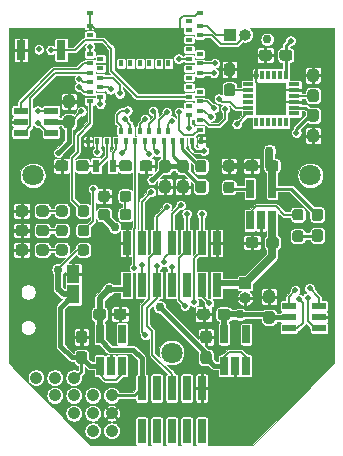
<source format=gbr>
%TF.GenerationSoftware,KiCad,Pcbnew,(5.1.8)-1*%
%TF.CreationDate,2021-09-07T20:43:03-04:00*%
%TF.ProjectId,mainboard_v1,6d61696e-626f-4617-9264-5f76312e6b69,rev?*%
%TF.SameCoordinates,Original*%
%TF.FileFunction,Copper,L1,Top*%
%TF.FilePolarity,Positive*%
%FSLAX46Y46*%
G04 Gerber Fmt 4.6, Leading zero omitted, Abs format (unit mm)*
G04 Created by KiCad (PCBNEW (5.1.8)-1) date 2021-09-07 20:43:03*
%MOMM*%
%LPD*%
G01*
G04 APERTURE LIST*
%TA.AperFunction,SMDPad,CuDef*%
%ADD10R,0.800000X1.700000*%
%TD*%
%TA.AperFunction,ComponentPad*%
%ADD11C,1.050000*%
%TD*%
%TA.AperFunction,SMDPad,CuDef*%
%ADD12R,0.760000X2.050000*%
%TD*%
%TA.AperFunction,SMDPad,CuDef*%
%ADD13R,1.150000X0.600000*%
%TD*%
%TA.AperFunction,WasherPad*%
%ADD14C,1.800000*%
%TD*%
%TA.AperFunction,ComponentPad*%
%ADD15O,1.000000X1.000000*%
%TD*%
%TA.AperFunction,ComponentPad*%
%ADD16R,1.000000X1.000000*%
%TD*%
%TA.AperFunction,SMDPad,CuDef*%
%ADD17R,1.100000X1.550000*%
%TD*%
%TA.AperFunction,SMDPad,CuDef*%
%ADD18R,0.650000X1.560000*%
%TD*%
%TA.AperFunction,SMDPad,CuDef*%
%ADD19R,0.600000X1.100000*%
%TD*%
%TA.AperFunction,SMDPad,CuDef*%
%ADD20R,0.650000X2.150000*%
%TD*%
%TA.AperFunction,SMDPad,CuDef*%
%ADD21R,0.850000X0.350000*%
%TD*%
%TA.AperFunction,SMDPad,CuDef*%
%ADD22R,0.350000X0.800000*%
%TD*%
%TA.AperFunction,SMDPad,CuDef*%
%ADD23R,2.600000X2.700000*%
%TD*%
%TA.AperFunction,SMDPad,CuDef*%
%ADD24R,0.400000X0.600000*%
%TD*%
%TA.AperFunction,SMDPad,CuDef*%
%ADD25R,0.600000X0.400000*%
%TD*%
%TA.AperFunction,ViaPad*%
%ADD26C,0.508000*%
%TD*%
%TA.AperFunction,ViaPad*%
%ADD27C,0.762000*%
%TD*%
%TA.AperFunction,Conductor*%
%ADD28C,0.152400*%
%TD*%
%TA.AperFunction,Conductor*%
%ADD29C,0.508000*%
%TD*%
%TA.AperFunction,Conductor*%
%ADD30C,0.635000*%
%TD*%
%TA.AperFunction,Conductor*%
%ADD31C,0.254000*%
%TD*%
%TA.AperFunction,Conductor*%
%ADD32C,0.381000*%
%TD*%
%TA.AperFunction,Conductor*%
%ADD33C,0.076200*%
%TD*%
%TA.AperFunction,Conductor*%
%ADD34C,0.100000*%
%TD*%
G04 APERTURE END LIST*
D10*
%TO.P,S1,2*%
%TO.N,/~RESET*%
X180650000Y-97380000D03*
%TO.P,S1,1*%
%TO.N,GND*%
X177250000Y-97380000D03*
%TD*%
D11*
%TO.P,J20,1*%
%TO.N,Net-(C11-Pad2)*%
X181720000Y-125130000D03*
%TD*%
%TO.P,J19,1*%
%TO.N,/GP2*%
X180120000Y-125130000D03*
%TD*%
%TO.P,J18,1*%
%TO.N,/GP0*%
X180120000Y-126630000D03*
%TD*%
%TO.P,J17,1*%
%TO.N,/~RESET*%
X178520000Y-125130000D03*
%TD*%
%TO.P,J16,1*%
%TO.N,N/C*%
X183320000Y-128130000D03*
%TD*%
%TO.P,J15,1*%
%TO.N,/SWO*%
X183320000Y-126630000D03*
%TD*%
%TO.P,J14,1*%
%TO.N,GND*%
X184920000Y-128130000D03*
%TD*%
%TO.P,J13,1*%
%TO.N,N/C*%
X181720000Y-128130000D03*
%TD*%
%TO.P,J12,1*%
%TO.N,N/C*%
X183320000Y-129630000D03*
%TD*%
%TO.P,J11,1*%
%TO.N,+3V3*%
X184920000Y-126630000D03*
%TD*%
%TO.P,J10,1*%
%TO.N,N/C*%
X184920000Y-129630000D03*
%TD*%
%TO.P,J9,1*%
%TO.N,/A5*%
X181720000Y-126630000D03*
%TD*%
D12*
%TO.P,J6,14*%
%TO.N,+3V3*%
X186190000Y-117275000D03*
%TO.P,J6,13*%
%TO.N,GND*%
X186190000Y-113725000D03*
%TO.P,J6,12*%
%TO.N,/A3*%
X187460000Y-117275000D03*
%TO.P,J6,11*%
%TO.N,/SCL*%
X187460000Y-113725000D03*
%TO.P,J6,10*%
%TO.N,/D6*%
X188730000Y-117275000D03*
%TO.P,J6,9*%
%TO.N,/SDA*%
X188730000Y-113725000D03*
%TO.P,J6,8*%
%TO.N,/D12*%
X190000000Y-117275000D03*
%TO.P,J6,7*%
%TO.N,/SCK*%
X190000000Y-113725000D03*
%TO.P,J6,6*%
%TO.N,/D9*%
X191270000Y-117275000D03*
%TO.P,J6,5*%
%TO.N,/MOSI*%
X191270000Y-113725000D03*
%TO.P,J6,4*%
%TO.N,/D11*%
X192540000Y-117275000D03*
%TO.P,J6,3*%
%TO.N,/MISO*%
X192540000Y-113725000D03*
%TO.P,J6,2*%
%TO.N,VPP*%
X193810000Y-117275000D03*
%TO.P,J6,1*%
%TO.N,GND*%
X193810000Y-113725000D03*
%TD*%
D13*
%TO.P,IC2,6*%
%TO.N,/M2_O1*%
X199910000Y-120950000D03*
%TO.P,IC2,5*%
%TO.N,VCC*%
X199910000Y-120000000D03*
%TO.P,IC2,4*%
%TO.N,/M2_O2*%
X199910000Y-119050000D03*
%TO.P,IC2,3*%
%TO.N,/M2_IN2*%
X202510000Y-119050000D03*
%TO.P,IC2,2*%
%TO.N,GND*%
X202510000Y-120000000D03*
%TO.P,IC2,1*%
%TO.N,/M2_IN1*%
X202510000Y-120950000D03*
%TD*%
%TO.P,IC1,6*%
%TO.N,/M1_O1*%
X179810000Y-102510000D03*
%TO.P,IC1,5*%
%TO.N,VCC*%
X179810000Y-103460000D03*
%TO.P,IC1,4*%
%TO.N,/M1_O2*%
X179810000Y-104410000D03*
%TO.P,IC1,3*%
%TO.N,/M1_IN2*%
X177210000Y-104410000D03*
%TO.P,IC1,2*%
%TO.N,GND*%
X177210000Y-103460000D03*
%TO.P,IC1,1*%
%TO.N,/M1_IN1*%
X177210000Y-102510000D03*
%TD*%
D14*
%TO.P,H1,*%
%TO.N,*%
X190000000Y-123000000D03*
%TD*%
D15*
%TO.P,J4,2*%
%TO.N,/SWDIO*%
X196230000Y-96070000D03*
D16*
%TO.P,J4,1*%
%TO.N,/SWDCLK*%
X194960000Y-96070000D03*
%TD*%
D17*
%TO.P,C9,2*%
%TO.N,GND*%
X181680000Y-116380000D03*
%TO.P,C9,1*%
%TO.N,Net-(C11-Pad2)*%
X181680000Y-118080000D03*
%TD*%
D18*
%TO.P,U7,5*%
%TO.N,VCC*%
X194430000Y-121430000D03*
%TO.P,U7,4*%
%TO.N,N/C*%
X196330000Y-121430000D03*
%TO.P,U7,3*%
%TO.N,Net-(C11-Pad2)*%
X196330000Y-124130000D03*
%TO.P,U7,2*%
%TO.N,GND*%
X195380000Y-124130000D03*
%TO.P,U7,1*%
%TO.N,Net-(C11-Pad2)*%
X194430000Y-124130000D03*
%TD*%
%TO.P,C18,2*%
%TO.N,Net-(C11-Pad2)*%
%TA.AperFunction,SMDPad,CuDef*%
G36*
G01*
X192672500Y-122875000D02*
X193147500Y-122875000D01*
G75*
G02*
X193385000Y-123112500I0J-237500D01*
G01*
X193385000Y-123712500D01*
G75*
G02*
X193147500Y-123950000I-237500J0D01*
G01*
X192672500Y-123950000D01*
G75*
G02*
X192435000Y-123712500I0J237500D01*
G01*
X192435000Y-123112500D01*
G75*
G02*
X192672500Y-122875000I237500J0D01*
G01*
G37*
%TD.AperFunction*%
%TO.P,C18,1*%
%TO.N,GND*%
%TA.AperFunction,SMDPad,CuDef*%
G36*
G01*
X192672500Y-121150000D02*
X193147500Y-121150000D01*
G75*
G02*
X193385000Y-121387500I0J-237500D01*
G01*
X193385000Y-121987500D01*
G75*
G02*
X193147500Y-122225000I-237500J0D01*
G01*
X192672500Y-122225000D01*
G75*
G02*
X192435000Y-121987500I0J237500D01*
G01*
X192435000Y-121387500D01*
G75*
G02*
X192672500Y-121150000I237500J0D01*
G01*
G37*
%TD.AperFunction*%
%TD*%
%TO.P,C17,2*%
%TO.N,VCC*%
%TA.AperFunction,SMDPad,CuDef*%
G36*
G01*
X193895000Y-119997500D02*
X193895000Y-119522500D01*
G75*
G02*
X194132500Y-119285000I237500J0D01*
G01*
X194732500Y-119285000D01*
G75*
G02*
X194970000Y-119522500I0J-237500D01*
G01*
X194970000Y-119997500D01*
G75*
G02*
X194732500Y-120235000I-237500J0D01*
G01*
X194132500Y-120235000D01*
G75*
G02*
X193895000Y-119997500I0J237500D01*
G01*
G37*
%TD.AperFunction*%
%TO.P,C17,1*%
%TO.N,GND*%
%TA.AperFunction,SMDPad,CuDef*%
G36*
G01*
X192170000Y-119997500D02*
X192170000Y-119522500D01*
G75*
G02*
X192407500Y-119285000I237500J0D01*
G01*
X193007500Y-119285000D01*
G75*
G02*
X193245000Y-119522500I0J-237500D01*
G01*
X193245000Y-119997500D01*
G75*
G02*
X193007500Y-120235000I-237500J0D01*
G01*
X192407500Y-120235000D01*
G75*
G02*
X192170000Y-119997500I0J237500D01*
G01*
G37*
%TD.AperFunction*%
%TD*%
D19*
%TO.P,XTAL1,2*%
%TO.N,Net-(C6-Pad1)*%
X185010000Y-107180000D03*
%TO.P,XTAL1,1*%
%TO.N,Net-(C5-Pad1)*%
X183610000Y-107180000D03*
%TD*%
%TO.P,C16,2*%
%TO.N,VPP*%
%TA.AperFunction,SMDPad,CuDef*%
G36*
G01*
X197995000Y-113927500D02*
X197995000Y-113452500D01*
G75*
G02*
X198232500Y-113215000I237500J0D01*
G01*
X198832500Y-113215000D01*
G75*
G02*
X199070000Y-113452500I0J-237500D01*
G01*
X199070000Y-113927500D01*
G75*
G02*
X198832500Y-114165000I-237500J0D01*
G01*
X198232500Y-114165000D01*
G75*
G02*
X197995000Y-113927500I0J237500D01*
G01*
G37*
%TD.AperFunction*%
%TO.P,C16,1*%
%TO.N,GND*%
%TA.AperFunction,SMDPad,CuDef*%
G36*
G01*
X196270000Y-113927500D02*
X196270000Y-113452500D01*
G75*
G02*
X196507500Y-113215000I237500J0D01*
G01*
X197107500Y-113215000D01*
G75*
G02*
X197345000Y-113452500I0J-237500D01*
G01*
X197345000Y-113927500D01*
G75*
G02*
X197107500Y-114165000I-237500J0D01*
G01*
X196507500Y-114165000D01*
G75*
G02*
X196270000Y-113927500I0J237500D01*
G01*
G37*
%TD.AperFunction*%
%TD*%
%TO.P,C15,2*%
%TO.N,VBUS*%
%TA.AperFunction,SMDPad,CuDef*%
G36*
G01*
X197965000Y-107417500D02*
X197965000Y-106942500D01*
G75*
G02*
X198202500Y-106705000I237500J0D01*
G01*
X198802500Y-106705000D01*
G75*
G02*
X199040000Y-106942500I0J-237500D01*
G01*
X199040000Y-107417500D01*
G75*
G02*
X198802500Y-107655000I-237500J0D01*
G01*
X198202500Y-107655000D01*
G75*
G02*
X197965000Y-107417500I0J237500D01*
G01*
G37*
%TD.AperFunction*%
%TO.P,C15,1*%
%TO.N,GND*%
%TA.AperFunction,SMDPad,CuDef*%
G36*
G01*
X196240000Y-107417500D02*
X196240000Y-106942500D01*
G75*
G02*
X196477500Y-106705000I237500J0D01*
G01*
X197077500Y-106705000D01*
G75*
G02*
X197315000Y-106942500I0J-237500D01*
G01*
X197315000Y-107417500D01*
G75*
G02*
X197077500Y-107655000I-237500J0D01*
G01*
X196477500Y-107655000D01*
G75*
G02*
X196240000Y-107417500I0J237500D01*
G01*
G37*
%TD.AperFunction*%
%TD*%
%TO.P,C14,2*%
%TO.N,+3V3*%
%TA.AperFunction,SMDPad,CuDef*%
G36*
G01*
X191197500Y-107765000D02*
X190722500Y-107765000D01*
G75*
G02*
X190485000Y-107527500I0J237500D01*
G01*
X190485000Y-106927500D01*
G75*
G02*
X190722500Y-106690000I237500J0D01*
G01*
X191197500Y-106690000D01*
G75*
G02*
X191435000Y-106927500I0J-237500D01*
G01*
X191435000Y-107527500D01*
G75*
G02*
X191197500Y-107765000I-237500J0D01*
G01*
G37*
%TD.AperFunction*%
%TO.P,C14,1*%
%TO.N,GND*%
%TA.AperFunction,SMDPad,CuDef*%
G36*
G01*
X191197500Y-109490000D02*
X190722500Y-109490000D01*
G75*
G02*
X190485000Y-109252500I0J237500D01*
G01*
X190485000Y-108652500D01*
G75*
G02*
X190722500Y-108415000I237500J0D01*
G01*
X191197500Y-108415000D01*
G75*
G02*
X191435000Y-108652500I0J-237500D01*
G01*
X191435000Y-109252500D01*
G75*
G02*
X191197500Y-109490000I-237500J0D01*
G01*
G37*
%TD.AperFunction*%
%TD*%
D14*
%TO.P,H3,*%
%TO.N,*%
X201750000Y-108000000D03*
%TD*%
%TO.P,H2,*%
%TO.N,*%
X178250000Y-108000000D03*
%TD*%
D20*
%TO.P,J5,9*%
%TO.N,/SCL*%
X187460000Y-129675000D03*
%TO.P,J5,7*%
%TO.N,/SDA*%
X188730000Y-129675000D03*
%TO.P,J5,5*%
%TO.N,/SCK*%
X190000000Y-129675000D03*
%TO.P,J5,3*%
%TO.N,/MOSI*%
X191270000Y-129675000D03*
%TO.P,J5,1*%
%TO.N,/MISO*%
X192540000Y-129675000D03*
%TO.P,J5,10*%
%TO.N,+3V3*%
X187460000Y-126025000D03*
%TO.P,J5,8*%
%TO.N,/A1*%
X188730000Y-126025000D03*
%TO.P,J5,6*%
%TO.N,/D6*%
X190000000Y-126025000D03*
%TO.P,J5,4*%
%TO.N,/D11*%
X191270000Y-126025000D03*
%TO.P,J5,2*%
%TO.N,GND*%
X192540000Y-126025000D03*
%TD*%
%TO.P,C12,2*%
%TO.N,VCC*%
%TA.AperFunction,SMDPad,CuDef*%
G36*
G01*
X181072500Y-102925000D02*
X181547500Y-102925000D01*
G75*
G02*
X181785000Y-103162500I0J-237500D01*
G01*
X181785000Y-103762500D01*
G75*
G02*
X181547500Y-104000000I-237500J0D01*
G01*
X181072500Y-104000000D01*
G75*
G02*
X180835000Y-103762500I0J237500D01*
G01*
X180835000Y-103162500D01*
G75*
G02*
X181072500Y-102925000I237500J0D01*
G01*
G37*
%TD.AperFunction*%
%TO.P,C12,1*%
%TO.N,GND*%
%TA.AperFunction,SMDPad,CuDef*%
G36*
G01*
X181072500Y-101200000D02*
X181547500Y-101200000D01*
G75*
G02*
X181785000Y-101437500I0J-237500D01*
G01*
X181785000Y-102037500D01*
G75*
G02*
X181547500Y-102275000I-237500J0D01*
G01*
X181072500Y-102275000D01*
G75*
G02*
X180835000Y-102037500I0J237500D01*
G01*
X180835000Y-101437500D01*
G75*
G02*
X181072500Y-101200000I237500J0D01*
G01*
G37*
%TD.AperFunction*%
%TD*%
%TO.P,C8,2*%
%TO.N,VCC*%
%TA.AperFunction,SMDPad,CuDef*%
G36*
G01*
X198012500Y-119465000D02*
X198487500Y-119465000D01*
G75*
G02*
X198725000Y-119702500I0J-237500D01*
G01*
X198725000Y-120302500D01*
G75*
G02*
X198487500Y-120540000I-237500J0D01*
G01*
X198012500Y-120540000D01*
G75*
G02*
X197775000Y-120302500I0J237500D01*
G01*
X197775000Y-119702500D01*
G75*
G02*
X198012500Y-119465000I237500J0D01*
G01*
G37*
%TD.AperFunction*%
%TO.P,C8,1*%
%TO.N,GND*%
%TA.AperFunction,SMDPad,CuDef*%
G36*
G01*
X198012500Y-117740000D02*
X198487500Y-117740000D01*
G75*
G02*
X198725000Y-117977500I0J-237500D01*
G01*
X198725000Y-118577500D01*
G75*
G02*
X198487500Y-118815000I-237500J0D01*
G01*
X198012500Y-118815000D01*
G75*
G02*
X197775000Y-118577500I0J237500D01*
G01*
X197775000Y-117977500D01*
G75*
G02*
X198012500Y-117740000I237500J0D01*
G01*
G37*
%TD.AperFunction*%
%TD*%
D21*
%TO.P,U5,24*%
%TO.N,/SDA*%
X196455000Y-102750000D03*
%TO.P,U5,23*%
%TO.N,/SCL*%
X196455000Y-102250000D03*
%TO.P,U5,22*%
%TO.N,N/C*%
X196455000Y-101750000D03*
%TO.P,U5,21*%
X196455000Y-101250000D03*
%TO.P,U5,20*%
%TO.N,Net-(C7-Pad2)*%
X196455000Y-100750000D03*
%TO.P,U5,19*%
%TO.N,N/C*%
X196455000Y-100250000D03*
D22*
%TO.P,U5,18*%
%TO.N,GND*%
X197180000Y-99500000D03*
%TO.P,U5,17*%
%TO.N,N/C*%
X197680000Y-99500000D03*
%TO.P,U5,16*%
X198180000Y-99500000D03*
%TO.P,U5,15*%
X198680000Y-99500000D03*
%TO.P,U5,14*%
X199180000Y-99500000D03*
%TO.P,U5,13*%
%TO.N,+3V3*%
X199680000Y-99500000D03*
D21*
%TO.P,U5,12*%
%TO.N,N/C*%
X200405000Y-100250000D03*
%TO.P,U5,11*%
%TO.N,GND*%
X200405000Y-100750000D03*
%TO.P,U5,10*%
%TO.N,Net-(C4-Pad2)*%
X200405000Y-101250000D03*
%TO.P,U5,9*%
%TO.N,GND*%
X200405000Y-101750000D03*
%TO.P,U5,8*%
%TO.N,+3V3*%
X200405000Y-102250000D03*
%TO.P,U5,7*%
%TO.N,N/C*%
X200405000Y-102750000D03*
D22*
%TO.P,U5,6*%
X199680000Y-103500000D03*
%TO.P,U5,5*%
X199180000Y-103500000D03*
%TO.P,U5,4*%
X198680000Y-103500000D03*
%TO.P,U5,3*%
X198180000Y-103500000D03*
%TO.P,U5,2*%
X197680000Y-103500000D03*
D23*
%TO.P,U5,25*%
%TO.N,GND*%
X198430000Y-101500000D03*
D22*
%TO.P,U5,1*%
%TO.N,N/C*%
X197180000Y-103500000D03*
%TD*%
%TO.P,C7,2*%
%TO.N,Net-(C7-Pad2)*%
%TA.AperFunction,SMDPad,CuDef*%
G36*
G01*
X194662500Y-100215000D02*
X195137500Y-100215000D01*
G75*
G02*
X195375000Y-100452500I0J-237500D01*
G01*
X195375000Y-101052500D01*
G75*
G02*
X195137500Y-101290000I-237500J0D01*
G01*
X194662500Y-101290000D01*
G75*
G02*
X194425000Y-101052500I0J237500D01*
G01*
X194425000Y-100452500D01*
G75*
G02*
X194662500Y-100215000I237500J0D01*
G01*
G37*
%TD.AperFunction*%
%TO.P,C7,1*%
%TO.N,GND*%
%TA.AperFunction,SMDPad,CuDef*%
G36*
G01*
X194662500Y-98490000D02*
X195137500Y-98490000D01*
G75*
G02*
X195375000Y-98727500I0J-237500D01*
G01*
X195375000Y-99327500D01*
G75*
G02*
X195137500Y-99565000I-237500J0D01*
G01*
X194662500Y-99565000D01*
G75*
G02*
X194425000Y-99327500I0J237500D01*
G01*
X194425000Y-98727500D01*
G75*
G02*
X194662500Y-98490000I237500J0D01*
G01*
G37*
%TD.AperFunction*%
%TD*%
%TO.P,C4,2*%
%TO.N,Net-(C4-Pad2)*%
%TA.AperFunction,SMDPad,CuDef*%
G36*
G01*
X201742500Y-100705000D02*
X202217500Y-100705000D01*
G75*
G02*
X202455000Y-100942500I0J-237500D01*
G01*
X202455000Y-101542500D01*
G75*
G02*
X202217500Y-101780000I-237500J0D01*
G01*
X201742500Y-101780000D01*
G75*
G02*
X201505000Y-101542500I0J237500D01*
G01*
X201505000Y-100942500D01*
G75*
G02*
X201742500Y-100705000I237500J0D01*
G01*
G37*
%TD.AperFunction*%
%TO.P,C4,1*%
%TO.N,GND*%
%TA.AperFunction,SMDPad,CuDef*%
G36*
G01*
X201742500Y-98980000D02*
X202217500Y-98980000D01*
G75*
G02*
X202455000Y-99217500I0J-237500D01*
G01*
X202455000Y-99817500D01*
G75*
G02*
X202217500Y-100055000I-237500J0D01*
G01*
X201742500Y-100055000D01*
G75*
G02*
X201505000Y-99817500I0J237500D01*
G01*
X201505000Y-99217500D01*
G75*
G02*
X201742500Y-98980000I237500J0D01*
G01*
G37*
%TD.AperFunction*%
%TD*%
%TO.P,C3,2*%
%TO.N,+3V3*%
%TA.AperFunction,SMDPad,CuDef*%
G36*
G01*
X202217500Y-103455000D02*
X201742500Y-103455000D01*
G75*
G02*
X201505000Y-103217500I0J237500D01*
G01*
X201505000Y-102617500D01*
G75*
G02*
X201742500Y-102380000I237500J0D01*
G01*
X202217500Y-102380000D01*
G75*
G02*
X202455000Y-102617500I0J-237500D01*
G01*
X202455000Y-103217500D01*
G75*
G02*
X202217500Y-103455000I-237500J0D01*
G01*
G37*
%TD.AperFunction*%
%TO.P,C3,1*%
%TO.N,GND*%
%TA.AperFunction,SMDPad,CuDef*%
G36*
G01*
X202217500Y-105180000D02*
X201742500Y-105180000D01*
G75*
G02*
X201505000Y-104942500I0J237500D01*
G01*
X201505000Y-104342500D01*
G75*
G02*
X201742500Y-104105000I237500J0D01*
G01*
X202217500Y-104105000D01*
G75*
G02*
X202455000Y-104342500I0J-237500D01*
G01*
X202455000Y-104942500D01*
G75*
G02*
X202217500Y-105180000I-237500J0D01*
G01*
G37*
%TD.AperFunction*%
%TD*%
%TO.P,C1,2*%
%TO.N,+3V3*%
%TA.AperFunction,SMDPad,CuDef*%
G36*
G01*
X199135000Y-98057500D02*
X199135000Y-97582500D01*
G75*
G02*
X199372500Y-97345000I237500J0D01*
G01*
X199972500Y-97345000D01*
G75*
G02*
X200210000Y-97582500I0J-237500D01*
G01*
X200210000Y-98057500D01*
G75*
G02*
X199972500Y-98295000I-237500J0D01*
G01*
X199372500Y-98295000D01*
G75*
G02*
X199135000Y-98057500I0J237500D01*
G01*
G37*
%TD.AperFunction*%
%TO.P,C1,1*%
%TO.N,GND*%
%TA.AperFunction,SMDPad,CuDef*%
G36*
G01*
X197410000Y-98057500D02*
X197410000Y-97582500D01*
G75*
G02*
X197647500Y-97345000I237500J0D01*
G01*
X198247500Y-97345000D01*
G75*
G02*
X198485000Y-97582500I0J-237500D01*
G01*
X198485000Y-98057500D01*
G75*
G02*
X198247500Y-98295000I-237500J0D01*
G01*
X197647500Y-98295000D01*
G75*
G02*
X197410000Y-98057500I0J237500D01*
G01*
G37*
%TD.AperFunction*%
%TD*%
D18*
%TO.P,U4,5*%
%TO.N,+3V3*%
X183910000Y-121420000D03*
%TO.P,U4,4*%
%TO.N,N/C*%
X185810000Y-121420000D03*
%TO.P,U4,3*%
%TO.N,Net-(C11-Pad2)*%
X185810000Y-124120000D03*
%TO.P,U4,2*%
%TO.N,GND*%
X184860000Y-124120000D03*
%TO.P,U4,1*%
%TO.N,Net-(C11-Pad2)*%
X183910000Y-124120000D03*
%TD*%
%TO.P,U3,5*%
%TO.N,Net-(R6-Pad1)*%
X196630000Y-109110000D03*
%TO.P,U3,4*%
%TO.N,VBUS*%
X198530000Y-109110000D03*
%TO.P,U3,3*%
%TO.N,VPP*%
X198530000Y-111810000D03*
%TO.P,U3,2*%
%TO.N,GND*%
X197580000Y-111810000D03*
%TO.P,U3,1*%
%TO.N,Net-(R7-Pad2)*%
X196630000Y-111810000D03*
%TD*%
D24*
%TO.P,U1,61*%
%TO.N,N/C*%
X189720000Y-98520000D03*
%TO.P,U1,60*%
X188920000Y-98520000D03*
%TO.P,U1,59*%
X188120000Y-98520000D03*
%TO.P,U1,58*%
X187320000Y-98520000D03*
%TO.P,U1,57*%
X186520000Y-98520000D03*
%TO.P,U1,56*%
X185720000Y-98520000D03*
D25*
%TO.P,U1,55*%
%TO.N,GND*%
X192370000Y-94220000D03*
%TO.P,U1,54*%
%TO.N,N/C*%
X191470000Y-94920000D03*
%TO.P,U1,53*%
%TO.N,/SWDCLK*%
X192370000Y-95320000D03*
%TO.P,U1,52*%
%TO.N,N/C*%
X191470000Y-95720000D03*
%TO.P,U1,51*%
%TO.N,/SWDIO*%
X192370000Y-96120000D03*
%TO.P,U1,50*%
%TO.N,N/C*%
X191470000Y-96520000D03*
%TO.P,U1,49*%
X191470000Y-97320000D03*
%TO.P,U1,48*%
X192370000Y-97720000D03*
%TO.P,U1,47*%
%TO.N,/SWO*%
X191470000Y-98120000D03*
%TO.P,U1,46*%
%TO.N,/M2_IN2*%
X192370000Y-98520000D03*
%TO.P,U1,45*%
%TO.N,N/C*%
X191470000Y-98920000D03*
%TO.P,U1,44*%
%TO.N,/M2_IN1*%
X192370000Y-99320000D03*
%TO.P,U1,43*%
%TO.N,N/C*%
X191470000Y-99720000D03*
%TO.P,U1,42*%
X191470000Y-100520000D03*
%TO.P,U1,41*%
X192370000Y-100920000D03*
%TO.P,U1,40*%
%TO.N,/~RESET*%
X191470000Y-101320000D03*
%TO.P,U1,39*%
%TO.N,/MISO*%
X192370000Y-101720000D03*
%TO.P,U1,38*%
%TO.N,N/C*%
X191470000Y-102120000D03*
%TO.P,U1,37*%
%TO.N,/MOSI*%
X192370000Y-102520000D03*
%TO.P,U1,36*%
%TO.N,/SCK*%
X191470000Y-102920000D03*
%TO.P,U1,35*%
%TO.N,Net-(R8-Pad2)*%
X192370000Y-103320000D03*
%TO.P,U1,34*%
%TO.N,Net-(R9-Pad2)*%
X192370000Y-104120000D03*
D24*
%TO.P,U1,33*%
%TO.N,GND*%
X192520000Y-105120000D03*
%TO.P,U1,32*%
%TO.N,VBUS*%
X191720000Y-105120000D03*
%TO.P,U1,31*%
%TO.N,Net-(L1-Pad2)*%
X190920000Y-105120000D03*
%TO.P,U1,30*%
%TO.N,+3V3*%
X190120000Y-105120000D03*
%TO.P,U1,29*%
%TO.N,/SDA*%
X189720000Y-104220000D03*
%TO.P,U1,28*%
%TO.N,+3V3*%
X189320000Y-105120000D03*
%TO.P,U1,27*%
%TO.N,/SCL*%
X188920000Y-104220000D03*
%TO.P,U1,26*%
%TO.N,/D13*%
X188520000Y-105120000D03*
%TO.P,U1,25*%
%TO.N,/D5*%
X188120000Y-104220000D03*
%TO.P,U1,24*%
%TO.N,/D12*%
X187720000Y-105120000D03*
%TO.P,U1,23*%
%TO.N,/D6*%
X187320000Y-104220000D03*
%TO.P,U1,22*%
%TO.N,/D11*%
X186920000Y-105120000D03*
%TO.P,U1,21*%
%TO.N,/A1*%
X186520000Y-104220000D03*
%TO.P,U1,20*%
%TO.N,/A0*%
X186120000Y-105120000D03*
%TO.P,U1,19*%
%TO.N,/D9*%
X185720000Y-104220000D03*
%TO.P,U1,18*%
%TO.N,Net-(C6-Pad1)*%
X185320000Y-105120000D03*
%TO.P,U1,17*%
%TO.N,Net-(C5-Pad1)*%
X184520000Y-105120000D03*
%TO.P,U1,16*%
%TO.N,/LED2*%
X183720000Y-105120000D03*
%TO.P,U1,15*%
%TO.N,GND*%
X182920000Y-105120000D03*
D25*
%TO.P,U1,14*%
%TO.N,/LED1*%
X183070000Y-101720000D03*
%TO.P,U1,13*%
%TO.N,/A3*%
X183970000Y-101320000D03*
%TO.P,U1,12*%
%TO.N,/MOTOR1_B*%
X183070000Y-100920000D03*
%TO.P,U1,11*%
%TO.N,/GP2*%
X183970000Y-100520000D03*
%TO.P,U1,10*%
%TO.N,/MOTOR1_A*%
X183070000Y-100120000D03*
%TO.P,U1,9*%
%TO.N,/A5*%
X183970000Y-99720000D03*
%TO.P,U1,8*%
%TO.N,/M1_IN2*%
X183070000Y-99320000D03*
%TO.P,U1,7*%
%TO.N,N/C*%
X183970000Y-98920000D03*
%TO.P,U1,6*%
%TO.N,/M1_IN1*%
X183070000Y-98520000D03*
%TO.P,U1,5*%
%TO.N,N/C*%
X183970000Y-98120000D03*
%TO.P,U1,4*%
%TO.N,/GP0*%
X183070000Y-97720000D03*
%TO.P,U1,3*%
%TO.N,N/C*%
X183070000Y-96120000D03*
%TO.P,U1,2*%
%TO.N,GND*%
X183070000Y-95320000D03*
%TO.P,U1,1*%
X183070000Y-94220000D03*
%TD*%
%TO.P,C2,2*%
%TO.N,+3V3*%
%TA.AperFunction,SMDPad,CuDef*%
G36*
G01*
X189677500Y-107765000D02*
X189202500Y-107765000D01*
G75*
G02*
X188965000Y-107527500I0J237500D01*
G01*
X188965000Y-106927500D01*
G75*
G02*
X189202500Y-106690000I237500J0D01*
G01*
X189677500Y-106690000D01*
G75*
G02*
X189915000Y-106927500I0J-237500D01*
G01*
X189915000Y-107527500D01*
G75*
G02*
X189677500Y-107765000I-237500J0D01*
G01*
G37*
%TD.AperFunction*%
%TO.P,C2,1*%
%TO.N,GND*%
%TA.AperFunction,SMDPad,CuDef*%
G36*
G01*
X189677500Y-109490000D02*
X189202500Y-109490000D01*
G75*
G02*
X188965000Y-109252500I0J237500D01*
G01*
X188965000Y-108652500D01*
G75*
G02*
X189202500Y-108415000I237500J0D01*
G01*
X189677500Y-108415000D01*
G75*
G02*
X189915000Y-108652500I0J-237500D01*
G01*
X189915000Y-109252500D01*
G75*
G02*
X189677500Y-109490000I-237500J0D01*
G01*
G37*
%TD.AperFunction*%
%TD*%
%TO.P,C5,2*%
%TO.N,GND*%
%TA.AperFunction,SMDPad,CuDef*%
G36*
G01*
X181245000Y-106942500D02*
X181245000Y-107417500D01*
G75*
G02*
X181007500Y-107655000I-237500J0D01*
G01*
X180407500Y-107655000D01*
G75*
G02*
X180170000Y-107417500I0J237500D01*
G01*
X180170000Y-106942500D01*
G75*
G02*
X180407500Y-106705000I237500J0D01*
G01*
X181007500Y-106705000D01*
G75*
G02*
X181245000Y-106942500I0J-237500D01*
G01*
G37*
%TD.AperFunction*%
%TO.P,C5,1*%
%TO.N,Net-(C5-Pad1)*%
%TA.AperFunction,SMDPad,CuDef*%
G36*
G01*
X182970000Y-106942500D02*
X182970000Y-107417500D01*
G75*
G02*
X182732500Y-107655000I-237500J0D01*
G01*
X182132500Y-107655000D01*
G75*
G02*
X181895000Y-107417500I0J237500D01*
G01*
X181895000Y-106942500D01*
G75*
G02*
X182132500Y-106705000I237500J0D01*
G01*
X182732500Y-106705000D01*
G75*
G02*
X182970000Y-106942500I0J-237500D01*
G01*
G37*
%TD.AperFunction*%
%TD*%
%TO.P,C6,1*%
%TO.N,Net-(C6-Pad1)*%
%TA.AperFunction,SMDPad,CuDef*%
G36*
G01*
X185570000Y-107417500D02*
X185570000Y-106942500D01*
G75*
G02*
X185807500Y-106705000I237500J0D01*
G01*
X186407500Y-106705000D01*
G75*
G02*
X186645000Y-106942500I0J-237500D01*
G01*
X186645000Y-107417500D01*
G75*
G02*
X186407500Y-107655000I-237500J0D01*
G01*
X185807500Y-107655000D01*
G75*
G02*
X185570000Y-107417500I0J237500D01*
G01*
G37*
%TD.AperFunction*%
%TO.P,C6,2*%
%TO.N,GND*%
%TA.AperFunction,SMDPad,CuDef*%
G36*
G01*
X187295000Y-107417500D02*
X187295000Y-106942500D01*
G75*
G02*
X187532500Y-106705000I237500J0D01*
G01*
X188132500Y-106705000D01*
G75*
G02*
X188370000Y-106942500I0J-237500D01*
G01*
X188370000Y-107417500D01*
G75*
G02*
X188132500Y-107655000I-237500J0D01*
G01*
X187532500Y-107655000D01*
G75*
G02*
X187295000Y-107417500I0J237500D01*
G01*
G37*
%TD.AperFunction*%
%TD*%
%TO.P,C10,2*%
%TO.N,+3V3*%
%TA.AperFunction,SMDPad,CuDef*%
G36*
G01*
X184445000Y-119512500D02*
X184445000Y-119987500D01*
G75*
G02*
X184207500Y-120225000I-237500J0D01*
G01*
X183607500Y-120225000D01*
G75*
G02*
X183370000Y-119987500I0J237500D01*
G01*
X183370000Y-119512500D01*
G75*
G02*
X183607500Y-119275000I237500J0D01*
G01*
X184207500Y-119275000D01*
G75*
G02*
X184445000Y-119512500I0J-237500D01*
G01*
G37*
%TD.AperFunction*%
%TO.P,C10,1*%
%TO.N,GND*%
%TA.AperFunction,SMDPad,CuDef*%
G36*
G01*
X186170000Y-119512500D02*
X186170000Y-119987500D01*
G75*
G02*
X185932500Y-120225000I-237500J0D01*
G01*
X185332500Y-120225000D01*
G75*
G02*
X185095000Y-119987500I0J237500D01*
G01*
X185095000Y-119512500D01*
G75*
G02*
X185332500Y-119275000I237500J0D01*
G01*
X185932500Y-119275000D01*
G75*
G02*
X186170000Y-119512500I0J-237500D01*
G01*
G37*
%TD.AperFunction*%
%TD*%
%TO.P,C11,1*%
%TO.N,GND*%
%TA.AperFunction,SMDPad,CuDef*%
G36*
G01*
X182132500Y-121140000D02*
X182607500Y-121140000D01*
G75*
G02*
X182845000Y-121377500I0J-237500D01*
G01*
X182845000Y-121977500D01*
G75*
G02*
X182607500Y-122215000I-237500J0D01*
G01*
X182132500Y-122215000D01*
G75*
G02*
X181895000Y-121977500I0J237500D01*
G01*
X181895000Y-121377500D01*
G75*
G02*
X182132500Y-121140000I237500J0D01*
G01*
G37*
%TD.AperFunction*%
%TO.P,C11,2*%
%TO.N,Net-(C11-Pad2)*%
%TA.AperFunction,SMDPad,CuDef*%
G36*
G01*
X182132500Y-122865000D02*
X182607500Y-122865000D01*
G75*
G02*
X182845000Y-123102500I0J-237500D01*
G01*
X182845000Y-123702500D01*
G75*
G02*
X182607500Y-123940000I-237500J0D01*
G01*
X182132500Y-123940000D01*
G75*
G02*
X181895000Y-123702500I0J237500D01*
G01*
X181895000Y-123102500D01*
G75*
G02*
X182132500Y-122865000I237500J0D01*
G01*
G37*
%TD.AperFunction*%
%TD*%
%TO.P,D1,1*%
%TO.N,GND*%
%TA.AperFunction,SMDPad,CuDef*%
G36*
G01*
X176790000Y-111247500D02*
X176790000Y-110772500D01*
G75*
G02*
X177027500Y-110535000I237500J0D01*
G01*
X177602500Y-110535000D01*
G75*
G02*
X177840000Y-110772500I0J-237500D01*
G01*
X177840000Y-111247500D01*
G75*
G02*
X177602500Y-111485000I-237500J0D01*
G01*
X177027500Y-111485000D01*
G75*
G02*
X176790000Y-111247500I0J237500D01*
G01*
G37*
%TD.AperFunction*%
%TO.P,D1,2*%
%TO.N,Net-(D1-Pad2)*%
%TA.AperFunction,SMDPad,CuDef*%
G36*
G01*
X178540000Y-111247500D02*
X178540000Y-110772500D01*
G75*
G02*
X178777500Y-110535000I237500J0D01*
G01*
X179352500Y-110535000D01*
G75*
G02*
X179590000Y-110772500I0J-237500D01*
G01*
X179590000Y-111247500D01*
G75*
G02*
X179352500Y-111485000I-237500J0D01*
G01*
X178777500Y-111485000D01*
G75*
G02*
X178540000Y-111247500I0J237500D01*
G01*
G37*
%TD.AperFunction*%
%TD*%
%TO.P,D2,2*%
%TO.N,Net-(D2-Pad2)*%
%TA.AperFunction,SMDPad,CuDef*%
G36*
G01*
X178540000Y-112897500D02*
X178540000Y-112422500D01*
G75*
G02*
X178777500Y-112185000I237500J0D01*
G01*
X179352500Y-112185000D01*
G75*
G02*
X179590000Y-112422500I0J-237500D01*
G01*
X179590000Y-112897500D01*
G75*
G02*
X179352500Y-113135000I-237500J0D01*
G01*
X178777500Y-113135000D01*
G75*
G02*
X178540000Y-112897500I0J237500D01*
G01*
G37*
%TD.AperFunction*%
%TO.P,D2,1*%
%TO.N,GND*%
%TA.AperFunction,SMDPad,CuDef*%
G36*
G01*
X176790000Y-112897500D02*
X176790000Y-112422500D01*
G75*
G02*
X177027500Y-112185000I237500J0D01*
G01*
X177602500Y-112185000D01*
G75*
G02*
X177840000Y-112422500I0J-237500D01*
G01*
X177840000Y-112897500D01*
G75*
G02*
X177602500Y-113135000I-237500J0D01*
G01*
X177027500Y-113135000D01*
G75*
G02*
X176790000Y-112897500I0J237500D01*
G01*
G37*
%TD.AperFunction*%
%TD*%
%TO.P,D3,1*%
%TO.N,GND*%
%TA.AperFunction,SMDPad,CuDef*%
G36*
G01*
X176790000Y-114547500D02*
X176790000Y-114072500D01*
G75*
G02*
X177027500Y-113835000I237500J0D01*
G01*
X177602500Y-113835000D01*
G75*
G02*
X177840000Y-114072500I0J-237500D01*
G01*
X177840000Y-114547500D01*
G75*
G02*
X177602500Y-114785000I-237500J0D01*
G01*
X177027500Y-114785000D01*
G75*
G02*
X176790000Y-114547500I0J237500D01*
G01*
G37*
%TD.AperFunction*%
%TO.P,D3,2*%
%TO.N,Net-(D3-Pad2)*%
%TA.AperFunction,SMDPad,CuDef*%
G36*
G01*
X178540000Y-114547500D02*
X178540000Y-114072500D01*
G75*
G02*
X178777500Y-113835000I237500J0D01*
G01*
X179352500Y-113835000D01*
G75*
G02*
X179590000Y-114072500I0J-237500D01*
G01*
X179590000Y-114547500D01*
G75*
G02*
X179352500Y-114785000I-237500J0D01*
G01*
X178777500Y-114785000D01*
G75*
G02*
X178540000Y-114547500I0J237500D01*
G01*
G37*
%TD.AperFunction*%
%TD*%
%TO.P,D4,2*%
%TO.N,VBUS*%
%TA.AperFunction,SMDPad,CuDef*%
G36*
G01*
X202577500Y-111860000D02*
X202102500Y-111860000D01*
G75*
G02*
X201865000Y-111622500I0J237500D01*
G01*
X201865000Y-111047500D01*
G75*
G02*
X202102500Y-110810000I237500J0D01*
G01*
X202577500Y-110810000D01*
G75*
G02*
X202815000Y-111047500I0J-237500D01*
G01*
X202815000Y-111622500D01*
G75*
G02*
X202577500Y-111860000I-237500J0D01*
G01*
G37*
%TD.AperFunction*%
%TO.P,D4,1*%
%TO.N,Net-(D4-Pad1)*%
%TA.AperFunction,SMDPad,CuDef*%
G36*
G01*
X202577500Y-113610000D02*
X202102500Y-113610000D01*
G75*
G02*
X201865000Y-113372500I0J237500D01*
G01*
X201865000Y-112797500D01*
G75*
G02*
X202102500Y-112560000I237500J0D01*
G01*
X202577500Y-112560000D01*
G75*
G02*
X202815000Y-112797500I0J-237500D01*
G01*
X202815000Y-113372500D01*
G75*
G02*
X202577500Y-113610000I-237500J0D01*
G01*
G37*
%TD.AperFunction*%
%TD*%
D16*
%TO.P,J1,1*%
%TO.N,VPP*%
X196230000Y-117130000D03*
D15*
%TO.P,J1,2*%
%TO.N,GND*%
X196230000Y-118400000D03*
%TD*%
%TO.P,L1,1*%
%TO.N,+3V3*%
%TA.AperFunction,SMDPad,CuDef*%
G36*
G01*
X192717500Y-109490000D02*
X192242500Y-109490000D01*
G75*
G02*
X192005000Y-109252500I0J237500D01*
G01*
X192005000Y-108677500D01*
G75*
G02*
X192242500Y-108440000I237500J0D01*
G01*
X192717500Y-108440000D01*
G75*
G02*
X192955000Y-108677500I0J-237500D01*
G01*
X192955000Y-109252500D01*
G75*
G02*
X192717500Y-109490000I-237500J0D01*
G01*
G37*
%TD.AperFunction*%
%TO.P,L1,2*%
%TO.N,Net-(L1-Pad2)*%
%TA.AperFunction,SMDPad,CuDef*%
G36*
G01*
X192717500Y-107740000D02*
X192242500Y-107740000D01*
G75*
G02*
X192005000Y-107502500I0J237500D01*
G01*
X192005000Y-106927500D01*
G75*
G02*
X192242500Y-106690000I237500J0D01*
G01*
X192717500Y-106690000D01*
G75*
G02*
X192955000Y-106927500I0J-237500D01*
G01*
X192955000Y-107502500D01*
G75*
G02*
X192717500Y-107740000I-237500J0D01*
G01*
G37*
%TD.AperFunction*%
%TD*%
%TO.P,R1,1*%
%TO.N,/A0*%
%TA.AperFunction,SMDPad,CuDef*%
G36*
G01*
X186580000Y-111072500D02*
X186580000Y-111547500D01*
G75*
G02*
X186342500Y-111785000I-237500J0D01*
G01*
X185842500Y-111785000D01*
G75*
G02*
X185605000Y-111547500I0J237500D01*
G01*
X185605000Y-111072500D01*
G75*
G02*
X185842500Y-110835000I237500J0D01*
G01*
X186342500Y-110835000D01*
G75*
G02*
X186580000Y-111072500I0J-237500D01*
G01*
G37*
%TD.AperFunction*%
%TO.P,R1,2*%
%TO.N,VPP*%
%TA.AperFunction,SMDPad,CuDef*%
G36*
G01*
X184755000Y-111072500D02*
X184755000Y-111547500D01*
G75*
G02*
X184517500Y-111785000I-237500J0D01*
G01*
X184017500Y-111785000D01*
G75*
G02*
X183780000Y-111547500I0J237500D01*
G01*
X183780000Y-111072500D01*
G75*
G02*
X184017500Y-110835000I237500J0D01*
G01*
X184517500Y-110835000D01*
G75*
G02*
X184755000Y-111072500I0J-237500D01*
G01*
G37*
%TD.AperFunction*%
%TD*%
%TO.P,R2,2*%
%TO.N,/A0*%
%TA.AperFunction,SMDPad,CuDef*%
G36*
G01*
X185605000Y-110007500D02*
X185605000Y-109532500D01*
G75*
G02*
X185842500Y-109295000I237500J0D01*
G01*
X186342500Y-109295000D01*
G75*
G02*
X186580000Y-109532500I0J-237500D01*
G01*
X186580000Y-110007500D01*
G75*
G02*
X186342500Y-110245000I-237500J0D01*
G01*
X185842500Y-110245000D01*
G75*
G02*
X185605000Y-110007500I0J237500D01*
G01*
G37*
%TD.AperFunction*%
%TO.P,R2,1*%
%TO.N,GND*%
%TA.AperFunction,SMDPad,CuDef*%
G36*
G01*
X183780000Y-110007500D02*
X183780000Y-109532500D01*
G75*
G02*
X184017500Y-109295000I237500J0D01*
G01*
X184517500Y-109295000D01*
G75*
G02*
X184755000Y-109532500I0J-237500D01*
G01*
X184755000Y-110007500D01*
G75*
G02*
X184517500Y-110245000I-237500J0D01*
G01*
X184017500Y-110245000D01*
G75*
G02*
X183780000Y-110007500I0J237500D01*
G01*
G37*
%TD.AperFunction*%
%TD*%
%TO.P,R3,1*%
%TO.N,Net-(D1-Pad2)*%
%TA.AperFunction,SMDPad,CuDef*%
G36*
G01*
X180220000Y-111247500D02*
X180220000Y-110772500D01*
G75*
G02*
X180457500Y-110535000I237500J0D01*
G01*
X180957500Y-110535000D01*
G75*
G02*
X181195000Y-110772500I0J-237500D01*
G01*
X181195000Y-111247500D01*
G75*
G02*
X180957500Y-111485000I-237500J0D01*
G01*
X180457500Y-111485000D01*
G75*
G02*
X180220000Y-111247500I0J237500D01*
G01*
G37*
%TD.AperFunction*%
%TO.P,R3,2*%
%TO.N,/LED1*%
%TA.AperFunction,SMDPad,CuDef*%
G36*
G01*
X182045000Y-111247500D02*
X182045000Y-110772500D01*
G75*
G02*
X182282500Y-110535000I237500J0D01*
G01*
X182782500Y-110535000D01*
G75*
G02*
X183020000Y-110772500I0J-237500D01*
G01*
X183020000Y-111247500D01*
G75*
G02*
X182782500Y-111485000I-237500J0D01*
G01*
X182282500Y-111485000D01*
G75*
G02*
X182045000Y-111247500I0J237500D01*
G01*
G37*
%TD.AperFunction*%
%TD*%
%TO.P,R4,2*%
%TO.N,/LED2*%
%TA.AperFunction,SMDPad,CuDef*%
G36*
G01*
X182045000Y-112897500D02*
X182045000Y-112422500D01*
G75*
G02*
X182282500Y-112185000I237500J0D01*
G01*
X182782500Y-112185000D01*
G75*
G02*
X183020000Y-112422500I0J-237500D01*
G01*
X183020000Y-112897500D01*
G75*
G02*
X182782500Y-113135000I-237500J0D01*
G01*
X182282500Y-113135000D01*
G75*
G02*
X182045000Y-112897500I0J237500D01*
G01*
G37*
%TD.AperFunction*%
%TO.P,R4,1*%
%TO.N,Net-(D2-Pad2)*%
%TA.AperFunction,SMDPad,CuDef*%
G36*
G01*
X180220000Y-112897500D02*
X180220000Y-112422500D01*
G75*
G02*
X180457500Y-112185000I237500J0D01*
G01*
X180957500Y-112185000D01*
G75*
G02*
X181195000Y-112422500I0J-237500D01*
G01*
X181195000Y-112897500D01*
G75*
G02*
X180957500Y-113135000I-237500J0D01*
G01*
X180457500Y-113135000D01*
G75*
G02*
X180220000Y-112897500I0J237500D01*
G01*
G37*
%TD.AperFunction*%
%TD*%
%TO.P,R5,2*%
%TO.N,Net-(D3-Pad2)*%
%TA.AperFunction,SMDPad,CuDef*%
G36*
G01*
X181195000Y-114072500D02*
X181195000Y-114547500D01*
G75*
G02*
X180957500Y-114785000I-237500J0D01*
G01*
X180457500Y-114785000D01*
G75*
G02*
X180220000Y-114547500I0J237500D01*
G01*
X180220000Y-114072500D01*
G75*
G02*
X180457500Y-113835000I237500J0D01*
G01*
X180957500Y-113835000D01*
G75*
G02*
X181195000Y-114072500I0J-237500D01*
G01*
G37*
%TD.AperFunction*%
%TO.P,R5,1*%
%TO.N,Net-(C11-Pad2)*%
%TA.AperFunction,SMDPad,CuDef*%
G36*
G01*
X183020000Y-114072500D02*
X183020000Y-114547500D01*
G75*
G02*
X182782500Y-114785000I-237500J0D01*
G01*
X182282500Y-114785000D01*
G75*
G02*
X182045000Y-114547500I0J237500D01*
G01*
X182045000Y-114072500D01*
G75*
G02*
X182282500Y-113835000I237500J0D01*
G01*
X182782500Y-113835000D01*
G75*
G02*
X183020000Y-114072500I0J-237500D01*
G01*
G37*
%TD.AperFunction*%
%TD*%
%TO.P,R6,1*%
%TO.N,Net-(R6-Pad1)*%
%TA.AperFunction,SMDPad,CuDef*%
G36*
G01*
X195077500Y-109500000D02*
X194602500Y-109500000D01*
G75*
G02*
X194365000Y-109262500I0J237500D01*
G01*
X194365000Y-108762500D01*
G75*
G02*
X194602500Y-108525000I237500J0D01*
G01*
X195077500Y-108525000D01*
G75*
G02*
X195315000Y-108762500I0J-237500D01*
G01*
X195315000Y-109262500D01*
G75*
G02*
X195077500Y-109500000I-237500J0D01*
G01*
G37*
%TD.AperFunction*%
%TO.P,R6,2*%
%TO.N,GND*%
%TA.AperFunction,SMDPad,CuDef*%
G36*
G01*
X195077500Y-107675000D02*
X194602500Y-107675000D01*
G75*
G02*
X194365000Y-107437500I0J237500D01*
G01*
X194365000Y-106937500D01*
G75*
G02*
X194602500Y-106700000I237500J0D01*
G01*
X195077500Y-106700000D01*
G75*
G02*
X195315000Y-106937500I0J-237500D01*
G01*
X195315000Y-107437500D01*
G75*
G02*
X195077500Y-107675000I-237500J0D01*
G01*
G37*
%TD.AperFunction*%
%TD*%
%TO.P,R7,2*%
%TO.N,Net-(R7-Pad2)*%
%TA.AperFunction,SMDPad,CuDef*%
G36*
G01*
X200927500Y-111807500D02*
X200452500Y-111807500D01*
G75*
G02*
X200215000Y-111570000I0J237500D01*
G01*
X200215000Y-111070000D01*
G75*
G02*
X200452500Y-110832500I237500J0D01*
G01*
X200927500Y-110832500D01*
G75*
G02*
X201165000Y-111070000I0J-237500D01*
G01*
X201165000Y-111570000D01*
G75*
G02*
X200927500Y-111807500I-237500J0D01*
G01*
G37*
%TD.AperFunction*%
%TO.P,R7,1*%
%TO.N,Net-(D4-Pad1)*%
%TA.AperFunction,SMDPad,CuDef*%
G36*
G01*
X200927500Y-113632500D02*
X200452500Y-113632500D01*
G75*
G02*
X200215000Y-113395000I0J237500D01*
G01*
X200215000Y-112895000D01*
G75*
G02*
X200452500Y-112657500I237500J0D01*
G01*
X200927500Y-112657500D01*
G75*
G02*
X201165000Y-112895000I0J-237500D01*
G01*
X201165000Y-113395000D01*
G75*
G02*
X200927500Y-113632500I-237500J0D01*
G01*
G37*
%TD.AperFunction*%
%TD*%
D26*
%TO.N,/M2_IN2*%
X201680000Y-117560000D03*
%TO.N,/M2_IN1*%
X201510000Y-118340000D03*
%TO.N,GND*%
X180160000Y-95870000D03*
X177970000Y-95890000D03*
X179240000Y-100960000D03*
X195380000Y-124600000D03*
X195400000Y-123630000D03*
X184890000Y-124620000D03*
X184870000Y-123610000D03*
X202670000Y-103740000D03*
X201960000Y-98300000D03*
X201980000Y-96710000D03*
X176860000Y-95880000D03*
X199820000Y-110040000D03*
X185980000Y-96670000D03*
X190020000Y-96680000D03*
X200350000Y-98770000D03*
X202660000Y-100380000D03*
X192540000Y-126030000D03*
X190430000Y-99350000D03*
X189060000Y-100540000D03*
X186770000Y-99600000D03*
X187730000Y-101940000D03*
X183910000Y-104230000D03*
X177850000Y-123490000D03*
X177370000Y-119290000D03*
X177850000Y-115580000D03*
X177170000Y-106070000D03*
X202940000Y-109790000D03*
X202980000Y-105930000D03*
X193668000Y-97726000D03*
X195260000Y-125940000D03*
X194680000Y-129680000D03*
X203030000Y-123620000D03*
X199830000Y-126650000D03*
X182620000Y-119400000D03*
X180890000Y-109960000D03*
X177030000Y-109720000D03*
X195320000Y-110070000D03*
X182090000Y-109870000D03*
X182090000Y-108190000D03*
X182070000Y-109030000D03*
X197540000Y-123970000D03*
X195390000Y-122060000D03*
X186470000Y-125500000D03*
X186370000Y-128200000D03*
X184090000Y-97340000D03*
X188400000Y-110560000D03*
X178530000Y-104540000D03*
X181620000Y-96020000D03*
X187980000Y-96650000D03*
X194090000Y-111090000D03*
X195080000Y-113950000D03*
X196090000Y-115080000D03*
X192890000Y-115490000D03*
X184950000Y-116330000D03*
X203060000Y-116000000D03*
X197620000Y-105000000D03*
X189080000Y-121280000D03*
X190370000Y-121590000D03*
X192950000Y-124450000D03*
X194380000Y-127840000D03*
D27*
%TO.N,VPP*%
X185170000Y-112370000D03*
D26*
%TO.N,/LED2*%
X183720000Y-105990000D03*
X183340000Y-109150000D03*
%TO.N,/SDA*%
X190030000Y-103360000D03*
X195510000Y-103650000D03*
X189600000Y-110690000D03*
X187790000Y-121530000D03*
X188730000Y-129675000D03*
%TO.N,/SCL*%
X189590000Y-102660000D03*
X194000000Y-101500000D03*
X188270000Y-109420000D03*
X187460000Y-113725000D03*
X187460000Y-129675000D03*
%TO.N,Net-(R8-Pad2)*%
X194540000Y-102360000D03*
%TO.N,Net-(R9-Pad2)*%
X190660000Y-102620000D03*
D27*
%TO.N,VBUS*%
X198100000Y-96480000D03*
X198290000Y-105910000D03*
D26*
X192740000Y-105910000D03*
D27*
%TO.N,+3V3*%
X184690000Y-117630000D03*
D26*
X188320000Y-108380000D03*
X200570000Y-104380000D03*
X200070000Y-96590000D03*
X187460000Y-126025000D03*
D27*
%TO.N,Net-(C11-Pad2)*%
X180400000Y-115980000D03*
X188980000Y-119130000D03*
D26*
%TO.N,/MISO*%
X193580000Y-102310000D03*
X192540000Y-111250000D03*
X191900000Y-118740000D03*
X192540000Y-129675000D03*
%TO.N,/MOSI*%
X193300000Y-103040000D03*
X191270000Y-111260000D03*
X191120000Y-119040000D03*
X191270000Y-129675000D03*
%TO.N,/SCK*%
X191470000Y-103970000D03*
X190760000Y-110520000D03*
X189370000Y-115320000D03*
X190000000Y-129675000D03*
%TO.N,/A1*%
X186040000Y-103230000D03*
X188730000Y-126025000D03*
%TO.N,/A0*%
X185790000Y-106130000D03*
X186057400Y-109770000D03*
D27*
%TO.N,VCC*%
X195810000Y-119760000D03*
D26*
X180400000Y-106070000D03*
X182360000Y-102570000D03*
%TO.N,/M1_O1*%
X178660000Y-102510000D03*
X178760000Y-97330000D03*
%TO.N,/M1_O2*%
X178680000Y-103540000D03*
%TO.N,/M2_O1*%
X200820000Y-118500000D03*
%TO.N,/M2_O2*%
X200470000Y-117740000D03*
%TO.N,/~RESET*%
X179760000Y-97370000D03*
%TO.N,/SWO*%
X190590000Y-98120000D03*
%TO.N,/D11*%
X193180000Y-118820000D03*
X191270000Y-126025000D03*
%TO.N,/D13*%
X188770000Y-106030000D03*
%TO.N,/D5*%
X188430000Y-102540000D03*
%TO.N,/D12*%
X190000000Y-115780000D03*
X188100000Y-106160000D03*
%TO.N,/D6*%
X187740000Y-103220000D03*
X188730000Y-115690000D03*
X190000000Y-126025000D03*
%TO.N,/A5*%
X185600000Y-101060000D03*
%TO.N,/A3*%
X187460000Y-115560000D03*
X183970000Y-101940000D03*
%TO.N,/GP2*%
X184830000Y-100720000D03*
%TO.N,/GP0*%
X183070000Y-97110000D03*
%TO.N,/MOTOR1_A*%
X182200000Y-99830000D03*
%TO.N,/MOTOR1_B*%
X182160000Y-100520000D03*
%TO.N,/M2_IN2*%
X193650000Y-98520000D03*
%TO.N,/M2_IN1*%
X193570000Y-99320000D03*
%TO.N,/D11*%
X186820000Y-115830000D03*
X192540000Y-117275000D03*
%TO.N,/D9*%
X191270000Y-117275000D03*
X186250000Y-102510000D03*
%TD*%
D28*
%TO.N,/M2_IN2*%
X202510000Y-119050000D02*
X202510000Y-118390000D01*
X202510000Y-118390000D02*
X201680000Y-117560000D01*
%TO.N,/M2_IN1*%
X202510000Y-120950000D02*
X202110000Y-120950000D01*
X201510000Y-120350000D02*
X201510000Y-118340000D01*
X202110000Y-120950000D02*
X201510000Y-120350000D01*
D29*
%TO.N,GND*%
X194847500Y-107180000D02*
X194840000Y-107187500D01*
X196567500Y-107180000D02*
X194847500Y-107180000D01*
D28*
X187907500Y-107240000D02*
X187920000Y-107227500D01*
X183070000Y-95320000D02*
X183070000Y-94258610D01*
X198430000Y-101302400D02*
X198430000Y-101500000D01*
X197180000Y-99500000D02*
X197180000Y-100052400D01*
X197180000Y-100052400D02*
X198430000Y-101302400D01*
X198680000Y-101750000D02*
X198430000Y-101500000D01*
X200405000Y-101750000D02*
X198680000Y-101750000D01*
X199180000Y-100750000D02*
X198430000Y-101500000D01*
X200405000Y-100750000D02*
X199180000Y-100750000D01*
X192370000Y-94220000D02*
X192240000Y-94220000D01*
X192240000Y-94220000D02*
X191980000Y-94480000D01*
X190998518Y-94480000D02*
X190730000Y-94748518D01*
X191980000Y-94480000D02*
X190998518Y-94480000D01*
X190730000Y-94748518D02*
X190730000Y-95750000D01*
X183070000Y-95320000D02*
X183230000Y-95320000D01*
X183230000Y-95320000D02*
X183680000Y-95770000D01*
D30*
%TO.N,VPP*%
X198530000Y-111810000D02*
X198530000Y-113687500D01*
D29*
X184267500Y-111310000D02*
X184267500Y-111467500D01*
X184267500Y-111467500D02*
X185170000Y-112370000D01*
D30*
X198532500Y-114827500D02*
X196230000Y-117130000D01*
X198532500Y-113690000D02*
X198532500Y-114827500D01*
D29*
X196230000Y-117130000D02*
X193955000Y-117130000D01*
D28*
%TO.N,/LED2*%
X183720000Y-105990000D02*
X183720000Y-105120000D01*
X183340000Y-111852500D02*
X182532500Y-112660000D01*
X183340000Y-109150000D02*
X183340000Y-111852500D01*
%TO.N,/LED1*%
X181570000Y-110047500D02*
X182532500Y-111010000D01*
X182040000Y-106020000D02*
X181570000Y-106490000D01*
X181570000Y-106490000D02*
X181570000Y-110047500D01*
X182040000Y-104620000D02*
X182040000Y-106020000D01*
X183070000Y-103590000D02*
X182040000Y-104620000D01*
X183070000Y-101720000D02*
X183070000Y-103590000D01*
%TO.N,/SDA*%
X189720000Y-103670000D02*
X190030000Y-103360000D01*
X189720000Y-104220000D02*
X189720000Y-103670000D01*
X196410000Y-102750000D02*
X195510000Y-103650000D01*
X188730000Y-114350000D02*
X188730000Y-113725000D01*
X188090000Y-114990000D02*
X188730000Y-114350000D01*
X188090000Y-118461482D02*
X188090000Y-114990000D01*
X187480000Y-119071482D02*
X188090000Y-118461482D01*
X187480000Y-121220000D02*
X187480000Y-119071482D01*
X187790000Y-121530000D02*
X187480000Y-121220000D01*
X188730000Y-111560000D02*
X188730000Y-113725000D01*
X189600000Y-110690000D02*
X188730000Y-111560000D01*
%TO.N,/SCL*%
X188920000Y-103330000D02*
X189590000Y-102660000D01*
X188920000Y-104220000D02*
X188920000Y-103330000D01*
X196455000Y-102250000D02*
X195430000Y-102250000D01*
X194253999Y-101753999D02*
X194000000Y-101500000D01*
X194933999Y-101753999D02*
X194253999Y-101753999D01*
X195430000Y-102250000D02*
X194933999Y-101753999D01*
X187460000Y-110230000D02*
X188270000Y-109420000D01*
X187460000Y-113725000D02*
X187460000Y-113725000D01*
X187460000Y-113725000D02*
X187460000Y-110230000D01*
%TO.N,Net-(R8-Pad2)*%
X192370000Y-103320000D02*
X192760000Y-103320000D01*
X192760000Y-103320000D02*
X193200000Y-103760000D01*
X193200000Y-103760000D02*
X194010000Y-103760000D01*
X194540000Y-103230000D02*
X194540000Y-102360000D01*
X194010000Y-103760000D02*
X194540000Y-103230000D01*
%TO.N,Net-(R9-Pad2)*%
X192370000Y-104120000D02*
X192280000Y-104120000D01*
X192280000Y-104120000D02*
X191840000Y-104560000D01*
X191840000Y-104560000D02*
X191070000Y-104560000D01*
X190660000Y-104150000D02*
X190660000Y-102620000D01*
X191070000Y-104560000D02*
X190660000Y-104150000D01*
D30*
%TO.N,VBUS*%
X198290000Y-105910000D02*
X198290000Y-107177500D01*
X198290000Y-107177500D02*
X198292500Y-107180000D01*
D31*
X191720000Y-105630000D02*
X192000000Y-105910000D01*
X192000000Y-105910000D02*
X192740000Y-105910000D01*
X191720000Y-105120000D02*
X191720000Y-105630000D01*
X200115000Y-109110000D02*
X202340000Y-111335000D01*
X198530000Y-109110000D02*
X200115000Y-109110000D01*
D30*
X198530000Y-107207500D02*
X198502500Y-107180000D01*
X198530000Y-109110000D02*
X198530000Y-107207500D01*
D31*
%TO.N,Net-(L1-Pad2)*%
X190920000Y-105120000D02*
X190920000Y-105790000D01*
X190920000Y-105790000D02*
X192345000Y-107215000D01*
%TO.N,+3V3*%
X189320000Y-105120000D02*
X189320000Y-107107500D01*
X190120000Y-106387500D02*
X190960000Y-107227500D01*
X190120000Y-105120000D02*
X190120000Y-106387500D01*
X189440000Y-107227500D02*
X189440000Y-107080000D01*
D29*
X183907500Y-119750000D02*
X183907500Y-118412500D01*
X183907500Y-118412500D02*
X184690000Y-117630000D01*
D32*
X186190000Y-117585000D02*
X184655000Y-117585000D01*
X188320000Y-108380000D02*
X189440000Y-107260000D01*
X189440000Y-107260000D02*
X189440000Y-107227500D01*
D31*
X190960000Y-107445000D02*
X192480000Y-108965000D01*
X190960000Y-107227500D02*
X190960000Y-107445000D01*
X201722500Y-102917500D02*
X200570000Y-104070000D01*
X200570000Y-104070000D02*
X200570000Y-104380000D01*
X201980000Y-102960000D02*
X201980000Y-102917500D01*
X201312500Y-102250000D02*
X201980000Y-102917500D01*
X200405000Y-102250000D02*
X201312500Y-102250000D01*
D28*
X199680000Y-97827500D02*
X199672500Y-97820000D01*
D31*
X199680000Y-99500000D02*
X199680000Y-97827500D01*
X199672500Y-97820000D02*
X199672500Y-96987500D01*
X199672500Y-96987500D02*
X200070000Y-96590000D01*
D28*
X183910000Y-119752500D02*
X183907500Y-119750000D01*
D29*
X183910000Y-121420000D02*
X183910000Y-119752500D01*
D32*
X183910000Y-121420000D02*
X183910000Y-121880000D01*
X186720000Y-122740000D02*
X187460000Y-123480000D01*
X187460000Y-123480000D02*
X187460000Y-126025000D01*
X184770000Y-122740000D02*
X186720000Y-122740000D01*
X183910000Y-121880000D02*
X184770000Y-122740000D01*
X189440000Y-107227500D02*
X190960000Y-107227500D01*
X187460000Y-126025000D02*
X187460000Y-126025000D01*
D31*
X184820000Y-126630000D02*
X186855000Y-126630000D01*
X186855000Y-126630000D02*
X187460000Y-126025000D01*
D28*
%TO.N,Net-(C6-Pad1)*%
X185010000Y-107180000D02*
X186107500Y-107180000D01*
X185010000Y-107180000D02*
X185010000Y-106100000D01*
X185320000Y-105790000D02*
X185320000Y-105120000D01*
X185010000Y-106100000D02*
X185320000Y-105790000D01*
%TO.N,Net-(C5-Pad1)*%
X182432500Y-107180000D02*
X183610000Y-107180000D01*
X183748518Y-107180000D02*
X183610000Y-107180000D01*
X184520000Y-106408518D02*
X183748518Y-107180000D01*
X184520000Y-105120000D02*
X184520000Y-106408518D01*
%TO.N,Net-(R7-Pad2)*%
X196630000Y-111810000D02*
X196630000Y-111190000D01*
X196630000Y-111190000D02*
X197190000Y-110630000D01*
X197190000Y-110630000D02*
X198820000Y-110630000D01*
X199510000Y-111320000D02*
X200690000Y-111320000D01*
X198820000Y-110630000D02*
X199510000Y-111320000D01*
D31*
%TO.N,Net-(R6-Pad1)*%
X194937500Y-109110000D02*
X194840000Y-109012500D01*
X196630000Y-109110000D02*
X194937500Y-109110000D01*
D29*
%TO.N,Net-(C11-Pad2)*%
X180400000Y-115980000D02*
X180400000Y-117600000D01*
X180400000Y-117600000D02*
X180880000Y-118080000D01*
X180880000Y-118080000D02*
X181680000Y-118080000D01*
D32*
X192910000Y-123060000D02*
X188980000Y-119130000D01*
X193627500Y-124130000D02*
X192910000Y-123412500D01*
X194430000Y-124130000D02*
X193627500Y-124130000D01*
X182370000Y-123402500D02*
X181532500Y-123402500D01*
X181532500Y-123402500D02*
X180560000Y-122430000D01*
X180560000Y-119200000D02*
X181680000Y-118080000D01*
X180560000Y-122430000D02*
X180560000Y-119200000D01*
X183087500Y-124120000D02*
X182370000Y-123402500D01*
X183910000Y-124120000D02*
X183087500Y-124120000D01*
D28*
X183910000Y-124120000D02*
X183910000Y-124820000D01*
X183910000Y-124820000D02*
X184390000Y-125300000D01*
X185810000Y-124120000D02*
X185810000Y-124780000D01*
X185290000Y-125300000D02*
X184390000Y-125300000D01*
X185810000Y-124780000D02*
X185290000Y-125300000D01*
X196330000Y-124130000D02*
X196330000Y-123390000D01*
X196330000Y-123390000D02*
X195880000Y-122940000D01*
X194430000Y-124130000D02*
X194430000Y-123390000D01*
X194880000Y-122940000D02*
X195880000Y-122940000D01*
X194430000Y-123390000D02*
X194880000Y-122940000D01*
D31*
X182370000Y-124580000D02*
X181820000Y-125130000D01*
X182370000Y-123402500D02*
X182370000Y-124580000D01*
D28*
X180400000Y-115923518D02*
X180400000Y-115980000D01*
X182013518Y-114310000D02*
X180400000Y-115923518D01*
X182532500Y-114310000D02*
X182013518Y-114310000D01*
%TO.N,Net-(D1-Pad2)*%
X180707500Y-111010000D02*
X179065000Y-111010000D01*
%TO.N,Net-(D2-Pad2)*%
X180707500Y-112660000D02*
X179065000Y-112660000D01*
%TO.N,Net-(D4-Pad1)*%
X202280000Y-113145000D02*
X202340000Y-113085000D01*
D31*
X200690000Y-113145000D02*
X202280000Y-113145000D01*
D28*
%TO.N,Net-(C4-Pad2)*%
X201972500Y-101250000D02*
X201980000Y-101242500D01*
X200405000Y-101250000D02*
X201972500Y-101250000D01*
%TO.N,Net-(C7-Pad2)*%
X194902500Y-100750000D02*
X194900000Y-100752500D01*
X196455000Y-100750000D02*
X194902500Y-100750000D01*
%TO.N,/MISO*%
X192990000Y-101720000D02*
X193580000Y-102310000D01*
X192370000Y-101720000D02*
X192990000Y-101720000D01*
X192540000Y-113725000D02*
X192540000Y-111250000D01*
X192540000Y-113725000D02*
X192540000Y-114380000D01*
X192540000Y-114380000D02*
X191900000Y-115020000D01*
X191900000Y-115020000D02*
X191900000Y-118740000D01*
%TO.N,/MOSI*%
X192780000Y-102520000D02*
X193300000Y-103040000D01*
X192370000Y-102520000D02*
X192780000Y-102520000D01*
X191270000Y-111260000D02*
X191270000Y-113725000D01*
X191270000Y-113725000D02*
X191270000Y-114350000D01*
X191270000Y-114350000D02*
X190630000Y-114990000D01*
X190630000Y-118550000D02*
X191120000Y-119040000D01*
X190630000Y-114990000D02*
X190630000Y-118550000D01*
%TO.N,/SCK*%
X191470000Y-102920000D02*
X191470000Y-103970000D01*
X190000000Y-111280000D02*
X190760000Y-110520000D01*
X190000000Y-113725000D02*
X190000000Y-111280000D01*
X190000000Y-113725000D02*
X190000000Y-114370000D01*
X190000000Y-114370000D02*
X189370000Y-115000000D01*
X189370000Y-115000000D02*
X189370000Y-115320000D01*
%TO.N,/SWDCLK*%
X192370000Y-95320000D02*
X193021066Y-95320000D01*
X193771066Y-96070000D02*
X194960000Y-96070000D01*
X193021066Y-95320000D02*
X193771066Y-96070000D01*
%TO.N,/SWDIO*%
X193390000Y-96120000D02*
X194170000Y-96900000D01*
X192370000Y-96120000D02*
X193390000Y-96120000D01*
X196230000Y-96211482D02*
X196230000Y-96070000D01*
X195541482Y-96900000D02*
X196230000Y-96211482D01*
X194170000Y-96900000D02*
X195541482Y-96900000D01*
%TO.N,/A1*%
X186520000Y-103710000D02*
X186040000Y-103230000D01*
X186520000Y-104220000D02*
X186520000Y-103710000D01*
%TO.N,/A0*%
X186092500Y-111310000D02*
X186092500Y-109770000D01*
X186120000Y-105800000D02*
X185790000Y-106130000D01*
X186120000Y-105120000D02*
X186120000Y-105800000D01*
D32*
%TO.N,VCC*%
X181207500Y-103460000D02*
X181210000Y-103462500D01*
X179820000Y-103460000D02*
X181207500Y-103460000D01*
D29*
X194430000Y-119762500D02*
X194432500Y-119760000D01*
X194430000Y-121430000D02*
X194430000Y-119762500D01*
X194432500Y-119760000D02*
X195810000Y-119760000D01*
D32*
X181310000Y-105160000D02*
X180400000Y-106070000D01*
X181310000Y-103462500D02*
X181310000Y-105160000D01*
X198007500Y-119760000D02*
X198250000Y-120002500D01*
X195810000Y-119760000D02*
X198007500Y-119760000D01*
X199907500Y-120002500D02*
X199910000Y-120000000D01*
X198250000Y-120002500D02*
X199907500Y-120002500D01*
D28*
X181310000Y-103462500D02*
X181467500Y-103462500D01*
X181467500Y-103462500D02*
X182360000Y-102570000D01*
%TO.N,/M1_IN2*%
X177210000Y-104410000D02*
X177480000Y-104410000D01*
X178040000Y-103850000D02*
X178040000Y-101430000D01*
X177480000Y-104410000D02*
X178040000Y-103850000D01*
X180150000Y-99320000D02*
X183070000Y-99320000D01*
X178040000Y-101430000D02*
X180150000Y-99320000D01*
%TO.N,/M1_IN1*%
X183070000Y-98520000D02*
X182545190Y-98520000D01*
X182050000Y-99015190D02*
X180023743Y-99015191D01*
X182545190Y-98520000D02*
X182050000Y-99015190D01*
X177210000Y-101828934D02*
X177210000Y-102510000D01*
X180023743Y-99015191D02*
X177210000Y-101828934D01*
%TO.N,/M1_O1*%
X179810000Y-102510000D02*
X178660000Y-102510000D01*
%TO.N,/M1_O2*%
X179810000Y-104410000D02*
X179550000Y-104410000D01*
X179550000Y-104410000D02*
X178680000Y-103540000D01*
%TO.N,/M2_O1*%
X200820000Y-118500000D02*
X201130000Y-118810000D01*
X200637400Y-120950000D02*
X199910000Y-120950000D01*
X201130000Y-120457400D02*
X200637400Y-120950000D01*
X201130000Y-118810000D02*
X201130000Y-120457400D01*
%TO.N,/M2_O2*%
X199910000Y-118300000D02*
X200470000Y-117740000D01*
X199910000Y-119050000D02*
X199910000Y-118300000D01*
%TO.N,/~RESET*%
X179770000Y-97380000D02*
X179760000Y-97370000D01*
X180650000Y-97380000D02*
X179770000Y-97380000D01*
X180650000Y-97380000D02*
X181800000Y-97380000D01*
X181800000Y-97380000D02*
X182631399Y-96548601D01*
X182631399Y-96548601D02*
X184198601Y-96548601D01*
X184198601Y-96548601D02*
X184910000Y-97260000D01*
X184910000Y-97260000D02*
X184910000Y-99188934D01*
X187041066Y-101320000D02*
X191470000Y-101320000D01*
X184910000Y-99188934D02*
X187041066Y-101320000D01*
%TO.N,/SWO*%
X190590000Y-98120000D02*
X191470000Y-98120000D01*
%TO.N,/D11*%
X192540000Y-118180000D02*
X193180000Y-118820000D01*
%TO.N,/D13*%
X188520000Y-105780000D02*
X188770000Y-106030000D01*
X188520000Y-105120000D02*
X188520000Y-105780000D01*
%TO.N,/D5*%
X188120000Y-104220000D02*
X188120000Y-103680000D01*
X188120000Y-103680000D02*
X188630000Y-103170000D01*
X188630000Y-102740000D02*
X188430000Y-102540000D01*
X188630000Y-103170000D02*
X188630000Y-102740000D01*
%TO.N,/D12*%
X190000000Y-117275000D02*
X190000000Y-115780000D01*
X187720000Y-105780000D02*
X188100000Y-106160000D01*
X187720000Y-105120000D02*
X187720000Y-105780000D01*
%TO.N,/D6*%
X187320000Y-103640000D02*
X187740000Y-103220000D01*
X187320000Y-104220000D02*
X187320000Y-103640000D01*
X188730000Y-115690000D02*
X188730000Y-117275000D01*
X188730000Y-117275000D02*
X188730000Y-118410000D01*
X188730000Y-118410000D02*
X187920000Y-119220000D01*
X187920000Y-119220000D02*
X187920000Y-120730000D01*
X187920000Y-120730000D02*
X188370000Y-121180000D01*
X190000000Y-124797600D02*
X190000000Y-126025000D01*
X188370000Y-123167600D02*
X190000000Y-124797600D01*
X188370000Y-121180000D02*
X188370000Y-123167600D01*
X190000000Y-126025000D02*
X190000000Y-126025000D01*
%TO.N,/A5*%
X183970000Y-99720000D02*
X184500000Y-99720000D01*
X185600000Y-101060000D02*
X185600000Y-100310000D01*
X185010000Y-99720000D02*
X184500000Y-99720000D01*
X185600000Y-100310000D02*
X185010000Y-99720000D01*
%TO.N,/A3*%
X187460000Y-115560000D02*
X187460000Y-117275000D01*
X183970000Y-101320000D02*
X183970000Y-101940000D01*
X183970000Y-101940000D02*
X183970000Y-101940000D01*
%TO.N,/GP2*%
X183970000Y-100520000D02*
X184100000Y-100520000D01*
X183970000Y-100520000D02*
X184630000Y-100520000D01*
X184630000Y-100520000D02*
X184830000Y-100720000D01*
%TO.N,/GP0*%
X183070000Y-97720000D02*
X183070000Y-97110000D01*
%TO.N,Net-(D3-Pad2)*%
X180707500Y-114310000D02*
X179065000Y-114310000D01*
%TO.N,/MOTOR1_A*%
X182490000Y-100120000D02*
X182200000Y-99830000D01*
X183070000Y-100120000D02*
X182490000Y-100120000D01*
%TO.N,/MOTOR1_B*%
X182560000Y-100920000D02*
X183070000Y-100920000D01*
X182160000Y-100520000D02*
X182560000Y-100920000D01*
%TO.N,/M2_IN2*%
X193650000Y-98520000D02*
X192370000Y-98520000D01*
%TO.N,/M2_IN1*%
X192370000Y-99320000D02*
X193570000Y-99320000D01*
%TO.N,/D11*%
X186820000Y-112571399D02*
X186820000Y-115830000D01*
X186920000Y-112471399D02*
X186820000Y-112571399D01*
X186920000Y-105120000D02*
X186920000Y-112471399D01*
%TO.N,/D9*%
X191270000Y-117275000D02*
X191270000Y-117275000D01*
X185720000Y-104220000D02*
X185720000Y-103850000D01*
X185720000Y-103850000D02*
X185370000Y-103500000D01*
X185370000Y-103500000D02*
X185370000Y-102870000D01*
X185730000Y-102510000D02*
X186250000Y-102510000D01*
X185370000Y-102870000D02*
X185730000Y-102510000D01*
%TD*%
D33*
%TO.N,GND*%
X182582256Y-95557345D02*
X182593149Y-95593254D01*
X182610838Y-95626348D01*
X182634644Y-95655356D01*
X182663652Y-95679162D01*
X182696746Y-95696851D01*
X182732655Y-95707744D01*
X182770000Y-95711422D01*
X182933475Y-95710500D01*
X182981100Y-95662875D01*
X182981100Y-95538100D01*
X183158900Y-95538100D01*
X183158900Y-95662875D01*
X183206525Y-95710500D01*
X183370000Y-95711422D01*
X183407345Y-95707744D01*
X183443254Y-95696851D01*
X183476348Y-95679162D01*
X183505356Y-95655356D01*
X183529162Y-95626348D01*
X183546851Y-95593254D01*
X183557744Y-95557345D01*
X183559639Y-95538100D01*
X190978579Y-95538100D01*
X190978579Y-95920000D01*
X190982257Y-95957344D01*
X190993150Y-95993254D01*
X191010839Y-96026348D01*
X191034645Y-96055355D01*
X191063652Y-96079161D01*
X191096746Y-96096850D01*
X191132656Y-96107743D01*
X191170000Y-96111421D01*
X191770000Y-96111421D01*
X191807344Y-96107743D01*
X191843254Y-96096850D01*
X191876348Y-96079161D01*
X191878579Y-96077330D01*
X191878579Y-96162670D01*
X191876348Y-96160839D01*
X191843254Y-96143150D01*
X191807344Y-96132257D01*
X191770000Y-96128579D01*
X191170000Y-96128579D01*
X191132656Y-96132257D01*
X191096746Y-96143150D01*
X191063652Y-96160839D01*
X191034645Y-96184645D01*
X191010839Y-96213652D01*
X190993150Y-96246746D01*
X190982257Y-96282656D01*
X190978579Y-96320000D01*
X190978579Y-96720000D01*
X190982257Y-96757344D01*
X190993150Y-96793254D01*
X191010839Y-96826348D01*
X191034645Y-96855355D01*
X191063652Y-96879161D01*
X191096746Y-96896850D01*
X191132656Y-96907743D01*
X191170000Y-96911421D01*
X191770000Y-96911421D01*
X191807344Y-96907743D01*
X191843254Y-96896850D01*
X191876348Y-96879161D01*
X191905355Y-96855355D01*
X191929161Y-96826348D01*
X191946850Y-96793254D01*
X191957743Y-96757344D01*
X191961421Y-96720000D01*
X191961421Y-96477330D01*
X191963652Y-96479161D01*
X191996746Y-96496850D01*
X192032656Y-96507743D01*
X192070000Y-96511421D01*
X192670000Y-96511421D01*
X192707344Y-96507743D01*
X192743254Y-96496850D01*
X192776348Y-96479161D01*
X192805355Y-96455355D01*
X192829161Y-96426348D01*
X192846850Y-96393254D01*
X192848838Y-96386700D01*
X193279530Y-96386700D01*
X193972150Y-97079321D01*
X193980502Y-97089498D01*
X194021113Y-97122826D01*
X194066669Y-97147175D01*
X194067445Y-97147590D01*
X194117717Y-97162841D01*
X194170000Y-97167990D01*
X194183099Y-97166700D01*
X195528386Y-97166700D01*
X195541482Y-97167990D01*
X195554578Y-97166700D01*
X195554580Y-97166700D01*
X195593764Y-97162841D01*
X195644037Y-97147590D01*
X195690369Y-97122826D01*
X195730980Y-97089498D01*
X195739336Y-97079316D01*
X196075381Y-96743272D01*
X196161992Y-96760500D01*
X196298008Y-96760500D01*
X196431411Y-96733964D01*
X196557074Y-96681913D01*
X196670168Y-96606346D01*
X196766346Y-96510168D01*
X196824114Y-96423712D01*
X197528500Y-96423712D01*
X197528500Y-96536288D01*
X197550463Y-96646700D01*
X197593543Y-96750707D01*
X197656087Y-96844310D01*
X197735690Y-96923913D01*
X197829293Y-96986457D01*
X197933300Y-97029537D01*
X198043712Y-97051500D01*
X198156288Y-97051500D01*
X198266700Y-97029537D01*
X198370707Y-96986457D01*
X198464310Y-96923913D01*
X198543913Y-96844310D01*
X198606457Y-96750707D01*
X198649537Y-96646700D01*
X198671500Y-96536288D01*
X198671500Y-96423712D01*
X198649537Y-96313300D01*
X198606457Y-96209293D01*
X198543913Y-96115690D01*
X198464310Y-96036087D01*
X198370707Y-95973543D01*
X198266700Y-95930463D01*
X198156288Y-95908500D01*
X198043712Y-95908500D01*
X197933300Y-95930463D01*
X197829293Y-95973543D01*
X197735690Y-96036087D01*
X197656087Y-96115690D01*
X197593543Y-96209293D01*
X197550463Y-96313300D01*
X197528500Y-96423712D01*
X196824114Y-96423712D01*
X196841913Y-96397074D01*
X196893964Y-96271411D01*
X196920500Y-96138008D01*
X196920500Y-96001992D01*
X196893964Y-95868589D01*
X196841913Y-95742926D01*
X196766346Y-95629832D01*
X196674614Y-95538100D01*
X203784500Y-95538100D01*
X203784501Y-123910736D01*
X196910738Y-130784500D01*
X193053023Y-130784500D01*
X193056421Y-130750000D01*
X193056421Y-128600000D01*
X193052743Y-128562656D01*
X193041850Y-128526746D01*
X193024161Y-128493652D01*
X193000355Y-128464645D01*
X192971348Y-128440839D01*
X192938254Y-128423150D01*
X192902344Y-128412257D01*
X192865000Y-128408579D01*
X192215000Y-128408579D01*
X192177656Y-128412257D01*
X192141746Y-128423150D01*
X192108652Y-128440839D01*
X192079645Y-128464645D01*
X192055839Y-128493652D01*
X192038150Y-128526746D01*
X192027257Y-128562656D01*
X192023579Y-128600000D01*
X192023579Y-130750000D01*
X192026977Y-130784500D01*
X191783023Y-130784500D01*
X191786421Y-130750000D01*
X191786421Y-128600000D01*
X191782743Y-128562656D01*
X191771850Y-128526746D01*
X191754161Y-128493652D01*
X191730355Y-128464645D01*
X191701348Y-128440839D01*
X191668254Y-128423150D01*
X191632344Y-128412257D01*
X191595000Y-128408579D01*
X190945000Y-128408579D01*
X190907656Y-128412257D01*
X190871746Y-128423150D01*
X190838652Y-128440839D01*
X190809645Y-128464645D01*
X190785839Y-128493652D01*
X190768150Y-128526746D01*
X190757257Y-128562656D01*
X190753579Y-128600000D01*
X190753579Y-130750000D01*
X190756977Y-130784500D01*
X190513023Y-130784500D01*
X190516421Y-130750000D01*
X190516421Y-128600000D01*
X190512743Y-128562656D01*
X190501850Y-128526746D01*
X190484161Y-128493652D01*
X190460355Y-128464645D01*
X190431348Y-128440839D01*
X190398254Y-128423150D01*
X190362344Y-128412257D01*
X190325000Y-128408579D01*
X189675000Y-128408579D01*
X189637656Y-128412257D01*
X189601746Y-128423150D01*
X189568652Y-128440839D01*
X189539645Y-128464645D01*
X189515839Y-128493652D01*
X189498150Y-128526746D01*
X189487257Y-128562656D01*
X189483579Y-128600000D01*
X189483579Y-130750000D01*
X189486977Y-130784500D01*
X189243023Y-130784500D01*
X189246421Y-130750000D01*
X189246421Y-128600000D01*
X189242743Y-128562656D01*
X189231850Y-128526746D01*
X189214161Y-128493652D01*
X189190355Y-128464645D01*
X189161348Y-128440839D01*
X189128254Y-128423150D01*
X189092344Y-128412257D01*
X189055000Y-128408579D01*
X188405000Y-128408579D01*
X188367656Y-128412257D01*
X188331746Y-128423150D01*
X188298652Y-128440839D01*
X188269645Y-128464645D01*
X188245839Y-128493652D01*
X188228150Y-128526746D01*
X188217257Y-128562656D01*
X188213579Y-128600000D01*
X188213579Y-130750000D01*
X188216977Y-130784500D01*
X187973023Y-130784500D01*
X187976421Y-130750000D01*
X187976421Y-128600000D01*
X187972743Y-128562656D01*
X187961850Y-128526746D01*
X187944161Y-128493652D01*
X187920355Y-128464645D01*
X187891348Y-128440839D01*
X187858254Y-128423150D01*
X187822344Y-128412257D01*
X187785000Y-128408579D01*
X187135000Y-128408579D01*
X187097656Y-128412257D01*
X187061746Y-128423150D01*
X187028652Y-128440839D01*
X186999645Y-128464645D01*
X186975839Y-128493652D01*
X186958150Y-128526746D01*
X186947257Y-128562656D01*
X186943579Y-128600000D01*
X186943579Y-130750000D01*
X186946977Y-130784500D01*
X183089263Y-130784500D01*
X181864292Y-129559529D01*
X182604500Y-129559529D01*
X182604500Y-129700471D01*
X182631996Y-129838704D01*
X182685932Y-129968916D01*
X182764235Y-130086105D01*
X182863895Y-130185765D01*
X182981084Y-130264068D01*
X183111296Y-130318004D01*
X183249529Y-130345500D01*
X183390471Y-130345500D01*
X183528704Y-130318004D01*
X183658916Y-130264068D01*
X183776105Y-130185765D01*
X183875765Y-130086105D01*
X183954068Y-129968916D01*
X184008004Y-129838704D01*
X184035500Y-129700471D01*
X184035500Y-129559529D01*
X184204500Y-129559529D01*
X184204500Y-129700471D01*
X184231996Y-129838704D01*
X184285932Y-129968916D01*
X184364235Y-130086105D01*
X184463895Y-130185765D01*
X184581084Y-130264068D01*
X184711296Y-130318004D01*
X184849529Y-130345500D01*
X184990471Y-130345500D01*
X185128704Y-130318004D01*
X185258916Y-130264068D01*
X185376105Y-130185765D01*
X185475765Y-130086105D01*
X185554068Y-129968916D01*
X185608004Y-129838704D01*
X185635500Y-129700471D01*
X185635500Y-129559529D01*
X185608004Y-129421296D01*
X185554068Y-129291084D01*
X185475765Y-129173895D01*
X185376105Y-129074235D01*
X185258916Y-128995932D01*
X185128704Y-128941996D01*
X184990471Y-128914500D01*
X184849529Y-128914500D01*
X184711296Y-128941996D01*
X184581084Y-128995932D01*
X184463895Y-129074235D01*
X184364235Y-129173895D01*
X184285932Y-129291084D01*
X184231996Y-129421296D01*
X184204500Y-129559529D01*
X184035500Y-129559529D01*
X184008004Y-129421296D01*
X183954068Y-129291084D01*
X183875765Y-129173895D01*
X183776105Y-129074235D01*
X183658916Y-128995932D01*
X183528704Y-128941996D01*
X183390471Y-128914500D01*
X183249529Y-128914500D01*
X183111296Y-128941996D01*
X182981084Y-128995932D01*
X182863895Y-129074235D01*
X182764235Y-129173895D01*
X182685932Y-129291084D01*
X182631996Y-129421296D01*
X182604500Y-129559529D01*
X181864292Y-129559529D01*
X180364292Y-128059529D01*
X181004500Y-128059529D01*
X181004500Y-128200471D01*
X181031996Y-128338704D01*
X181085932Y-128468916D01*
X181164235Y-128586105D01*
X181263895Y-128685765D01*
X181381084Y-128764068D01*
X181511296Y-128818004D01*
X181649529Y-128845500D01*
X181790471Y-128845500D01*
X181928704Y-128818004D01*
X182058916Y-128764068D01*
X182176105Y-128685765D01*
X182275765Y-128586105D01*
X182354068Y-128468916D01*
X182408004Y-128338704D01*
X182435500Y-128200471D01*
X182435500Y-128059529D01*
X182604500Y-128059529D01*
X182604500Y-128200471D01*
X182631996Y-128338704D01*
X182685932Y-128468916D01*
X182764235Y-128586105D01*
X182863895Y-128685765D01*
X182981084Y-128764068D01*
X183111296Y-128818004D01*
X183249529Y-128845500D01*
X183390471Y-128845500D01*
X183528704Y-128818004D01*
X183658916Y-128764068D01*
X183776105Y-128685765D01*
X183798482Y-128663388D01*
X184512335Y-128663388D01*
X184572569Y-128759443D01*
X184702044Y-128815129D01*
X184839893Y-128844486D01*
X184980822Y-128846386D01*
X185119413Y-128820755D01*
X185250341Y-128768579D01*
X185267431Y-128759443D01*
X185327665Y-128663388D01*
X184920000Y-128255724D01*
X184512335Y-128663388D01*
X183798482Y-128663388D01*
X183875765Y-128586105D01*
X183954068Y-128468916D01*
X184008004Y-128338704D01*
X184035500Y-128200471D01*
X184035500Y-128190822D01*
X184203614Y-128190822D01*
X184229245Y-128329413D01*
X184281421Y-128460341D01*
X184290557Y-128477431D01*
X184386612Y-128537665D01*
X184794276Y-128130000D01*
X185045724Y-128130000D01*
X185453388Y-128537665D01*
X185549443Y-128477431D01*
X185605129Y-128347956D01*
X185634486Y-128210107D01*
X185636386Y-128069178D01*
X185610755Y-127930587D01*
X185558579Y-127799659D01*
X185549443Y-127782569D01*
X185453388Y-127722335D01*
X185045724Y-128130000D01*
X184794276Y-128130000D01*
X184386612Y-127722335D01*
X184290557Y-127782569D01*
X184234871Y-127912044D01*
X184205514Y-128049893D01*
X184203614Y-128190822D01*
X184035500Y-128190822D01*
X184035500Y-128059529D01*
X184008004Y-127921296D01*
X183954068Y-127791084D01*
X183875765Y-127673895D01*
X183798482Y-127596612D01*
X184512335Y-127596612D01*
X184920000Y-128004276D01*
X185327665Y-127596612D01*
X185267431Y-127500557D01*
X185137956Y-127444871D01*
X185000107Y-127415514D01*
X184859178Y-127413614D01*
X184720587Y-127439245D01*
X184589659Y-127491421D01*
X184572569Y-127500557D01*
X184512335Y-127596612D01*
X183798482Y-127596612D01*
X183776105Y-127574235D01*
X183658916Y-127495932D01*
X183528704Y-127441996D01*
X183390471Y-127414500D01*
X183249529Y-127414500D01*
X183111296Y-127441996D01*
X182981084Y-127495932D01*
X182863895Y-127574235D01*
X182764235Y-127673895D01*
X182685932Y-127791084D01*
X182631996Y-127921296D01*
X182604500Y-128059529D01*
X182435500Y-128059529D01*
X182408004Y-127921296D01*
X182354068Y-127791084D01*
X182275765Y-127673895D01*
X182176105Y-127574235D01*
X182058916Y-127495932D01*
X181928704Y-127441996D01*
X181790471Y-127414500D01*
X181649529Y-127414500D01*
X181511296Y-127441996D01*
X181381084Y-127495932D01*
X181263895Y-127574235D01*
X181164235Y-127673895D01*
X181085932Y-127791084D01*
X181031996Y-127921296D01*
X181004500Y-128059529D01*
X180364292Y-128059529D01*
X178864292Y-126559529D01*
X179404500Y-126559529D01*
X179404500Y-126700471D01*
X179431996Y-126838704D01*
X179485932Y-126968916D01*
X179564235Y-127086105D01*
X179663895Y-127185765D01*
X179781084Y-127264068D01*
X179911296Y-127318004D01*
X180049529Y-127345500D01*
X180190471Y-127345500D01*
X180328704Y-127318004D01*
X180458916Y-127264068D01*
X180576105Y-127185765D01*
X180675765Y-127086105D01*
X180754068Y-126968916D01*
X180808004Y-126838704D01*
X180835500Y-126700471D01*
X180835500Y-126559529D01*
X181004500Y-126559529D01*
X181004500Y-126700471D01*
X181031996Y-126838704D01*
X181085932Y-126968916D01*
X181164235Y-127086105D01*
X181263895Y-127185765D01*
X181381084Y-127264068D01*
X181511296Y-127318004D01*
X181649529Y-127345500D01*
X181790471Y-127345500D01*
X181928704Y-127318004D01*
X182058916Y-127264068D01*
X182176105Y-127185765D01*
X182275765Y-127086105D01*
X182354068Y-126968916D01*
X182408004Y-126838704D01*
X182435500Y-126700471D01*
X182435500Y-126559529D01*
X182604500Y-126559529D01*
X182604500Y-126700471D01*
X182631996Y-126838704D01*
X182685932Y-126968916D01*
X182764235Y-127086105D01*
X182863895Y-127185765D01*
X182981084Y-127264068D01*
X183111296Y-127318004D01*
X183249529Y-127345500D01*
X183390471Y-127345500D01*
X183528704Y-127318004D01*
X183658916Y-127264068D01*
X183776105Y-127185765D01*
X183875765Y-127086105D01*
X183954068Y-126968916D01*
X184008004Y-126838704D01*
X184035500Y-126700471D01*
X184035500Y-126559529D01*
X184008004Y-126421296D01*
X183954068Y-126291084D01*
X183875765Y-126173895D01*
X183776105Y-126074235D01*
X183658916Y-125995932D01*
X183528704Y-125941996D01*
X183390471Y-125914500D01*
X183249529Y-125914500D01*
X183111296Y-125941996D01*
X182981084Y-125995932D01*
X182863895Y-126074235D01*
X182764235Y-126173895D01*
X182685932Y-126291084D01*
X182631996Y-126421296D01*
X182604500Y-126559529D01*
X182435500Y-126559529D01*
X182408004Y-126421296D01*
X182354068Y-126291084D01*
X182275765Y-126173895D01*
X182176105Y-126074235D01*
X182058916Y-125995932D01*
X181928704Y-125941996D01*
X181790471Y-125914500D01*
X181649529Y-125914500D01*
X181511296Y-125941996D01*
X181381084Y-125995932D01*
X181263895Y-126074235D01*
X181164235Y-126173895D01*
X181085932Y-126291084D01*
X181031996Y-126421296D01*
X181004500Y-126559529D01*
X180835500Y-126559529D01*
X180808004Y-126421296D01*
X180754068Y-126291084D01*
X180675765Y-126173895D01*
X180576105Y-126074235D01*
X180458916Y-125995932D01*
X180328704Y-125941996D01*
X180190471Y-125914500D01*
X180049529Y-125914500D01*
X179911296Y-125941996D01*
X179781084Y-125995932D01*
X179663895Y-126074235D01*
X179564235Y-126173895D01*
X179485932Y-126291084D01*
X179431996Y-126421296D01*
X179404500Y-126559529D01*
X178864292Y-126559529D01*
X177364292Y-125059529D01*
X177804500Y-125059529D01*
X177804500Y-125200471D01*
X177831996Y-125338704D01*
X177885932Y-125468916D01*
X177964235Y-125586105D01*
X178063895Y-125685765D01*
X178181084Y-125764068D01*
X178311296Y-125818004D01*
X178449529Y-125845500D01*
X178590471Y-125845500D01*
X178728704Y-125818004D01*
X178858916Y-125764068D01*
X178976105Y-125685765D01*
X179075765Y-125586105D01*
X179154068Y-125468916D01*
X179208004Y-125338704D01*
X179235500Y-125200471D01*
X179235500Y-125059529D01*
X179404500Y-125059529D01*
X179404500Y-125200471D01*
X179431996Y-125338704D01*
X179485932Y-125468916D01*
X179564235Y-125586105D01*
X179663895Y-125685765D01*
X179781084Y-125764068D01*
X179911296Y-125818004D01*
X180049529Y-125845500D01*
X180190471Y-125845500D01*
X180328704Y-125818004D01*
X180458916Y-125764068D01*
X180576105Y-125685765D01*
X180675765Y-125586105D01*
X180754068Y-125468916D01*
X180808004Y-125338704D01*
X180835500Y-125200471D01*
X180835500Y-125059529D01*
X180808004Y-124921296D01*
X180754068Y-124791084D01*
X180675765Y-124673895D01*
X180576105Y-124574235D01*
X180458916Y-124495932D01*
X180328704Y-124441996D01*
X180190471Y-124414500D01*
X180049529Y-124414500D01*
X179911296Y-124441996D01*
X179781084Y-124495932D01*
X179663895Y-124574235D01*
X179564235Y-124673895D01*
X179485932Y-124791084D01*
X179431996Y-124921296D01*
X179404500Y-125059529D01*
X179235500Y-125059529D01*
X179208004Y-124921296D01*
X179154068Y-124791084D01*
X179075765Y-124673895D01*
X178976105Y-124574235D01*
X178858916Y-124495932D01*
X178728704Y-124441996D01*
X178590471Y-124414500D01*
X178449529Y-124414500D01*
X178311296Y-124441996D01*
X178181084Y-124495932D01*
X178063895Y-124574235D01*
X177964235Y-124673895D01*
X177885932Y-124791084D01*
X177831996Y-124921296D01*
X177804500Y-125059529D01*
X177364292Y-125059529D01*
X176215500Y-123910738D01*
X176215500Y-120806916D01*
X177209500Y-120806916D01*
X177209500Y-120933084D01*
X177234114Y-121056827D01*
X177282396Y-121173390D01*
X177352491Y-121278295D01*
X177441705Y-121367509D01*
X177546610Y-121437604D01*
X177663173Y-121485886D01*
X177786916Y-121510500D01*
X177913084Y-121510500D01*
X178036827Y-121485886D01*
X178153390Y-121437604D01*
X178258295Y-121367509D01*
X178347509Y-121278295D01*
X178417604Y-121173390D01*
X178465886Y-121056827D01*
X178490500Y-120933084D01*
X178490500Y-120806916D01*
X178465886Y-120683173D01*
X178417604Y-120566610D01*
X178347509Y-120461705D01*
X178258295Y-120372491D01*
X178153390Y-120302396D01*
X178036827Y-120254114D01*
X177913084Y-120229500D01*
X177786916Y-120229500D01*
X177663173Y-120254114D01*
X177546610Y-120302396D01*
X177441705Y-120372491D01*
X177352491Y-120461705D01*
X177282396Y-120566610D01*
X177234114Y-120683173D01*
X177209500Y-120806916D01*
X176215500Y-120806916D01*
X176215500Y-117806916D01*
X177209500Y-117806916D01*
X177209500Y-117933084D01*
X177234114Y-118056827D01*
X177282396Y-118173390D01*
X177352491Y-118278295D01*
X177441705Y-118367509D01*
X177546610Y-118437604D01*
X177663173Y-118485886D01*
X177786916Y-118510500D01*
X177913084Y-118510500D01*
X178036827Y-118485886D01*
X178153390Y-118437604D01*
X178258295Y-118367509D01*
X178347509Y-118278295D01*
X178417604Y-118173390D01*
X178465886Y-118056827D01*
X178490500Y-117933084D01*
X178490500Y-117806916D01*
X178465886Y-117683173D01*
X178417604Y-117566610D01*
X178347509Y-117461705D01*
X178258295Y-117372491D01*
X178153390Y-117302396D01*
X178036827Y-117254114D01*
X177913084Y-117229500D01*
X177786916Y-117229500D01*
X177663173Y-117254114D01*
X177546610Y-117302396D01*
X177441705Y-117372491D01*
X177352491Y-117461705D01*
X177282396Y-117566610D01*
X177234114Y-117683173D01*
X177209500Y-117806916D01*
X176215500Y-117806916D01*
X176215500Y-114785000D01*
X176598578Y-114785000D01*
X176602256Y-114822345D01*
X176613149Y-114858254D01*
X176630838Y-114891348D01*
X176654644Y-114920356D01*
X176683652Y-114944162D01*
X176716746Y-114961851D01*
X176752655Y-114972744D01*
X176790000Y-114976422D01*
X177178475Y-114975500D01*
X177226100Y-114927875D01*
X177226100Y-114398900D01*
X177403900Y-114398900D01*
X177403900Y-114927875D01*
X177451525Y-114975500D01*
X177840000Y-114976422D01*
X177877345Y-114972744D01*
X177913254Y-114961851D01*
X177946348Y-114944162D01*
X177975356Y-114920356D01*
X177999162Y-114891348D01*
X178016851Y-114858254D01*
X178027744Y-114822345D01*
X178031422Y-114785000D01*
X178030500Y-114446525D01*
X177982875Y-114398900D01*
X177403900Y-114398900D01*
X177226100Y-114398900D01*
X176647125Y-114398900D01*
X176599500Y-114446525D01*
X176598578Y-114785000D01*
X176215500Y-114785000D01*
X176215500Y-113835000D01*
X176598578Y-113835000D01*
X176599500Y-114173475D01*
X176647125Y-114221100D01*
X177226100Y-114221100D01*
X177226100Y-113692125D01*
X177403900Y-113692125D01*
X177403900Y-114221100D01*
X177982875Y-114221100D01*
X178030500Y-114173475D01*
X178030775Y-114072500D01*
X178348579Y-114072500D01*
X178348579Y-114547500D01*
X178356821Y-114631178D01*
X178381229Y-114711641D01*
X178420865Y-114785796D01*
X178474207Y-114850793D01*
X178539204Y-114904135D01*
X178613359Y-114943771D01*
X178693822Y-114968179D01*
X178777500Y-114976421D01*
X179352500Y-114976421D01*
X179436178Y-114968179D01*
X179516641Y-114943771D01*
X179590796Y-114904135D01*
X179655793Y-114850793D01*
X179709135Y-114785796D01*
X179748771Y-114711641D01*
X179773179Y-114631178D01*
X179778545Y-114576700D01*
X180031455Y-114576700D01*
X180036821Y-114631178D01*
X180061229Y-114711641D01*
X180100865Y-114785796D01*
X180154207Y-114850793D01*
X180219204Y-114904135D01*
X180293359Y-114943771D01*
X180373822Y-114968179D01*
X180457500Y-114976421D01*
X180957500Y-114976421D01*
X180971284Y-114975063D01*
X180524316Y-115422032D01*
X180456288Y-115408500D01*
X180343712Y-115408500D01*
X180233300Y-115430463D01*
X180129293Y-115473543D01*
X180035690Y-115536087D01*
X179956087Y-115615690D01*
X179893543Y-115709293D01*
X179850463Y-115813300D01*
X179828500Y-115923712D01*
X179828500Y-116036288D01*
X179850463Y-116146700D01*
X179893543Y-116250707D01*
X179955500Y-116343432D01*
X179955501Y-117578170D01*
X179953351Y-117600000D01*
X179961933Y-117687137D01*
X179987349Y-117770925D01*
X180028624Y-117848145D01*
X180070255Y-117898872D01*
X180070259Y-117898876D01*
X180084172Y-117915829D01*
X180101125Y-117929742D01*
X180550258Y-118378876D01*
X180564171Y-118395829D01*
X180581124Y-118409742D01*
X180581127Y-118409745D01*
X180631854Y-118451376D01*
X180696418Y-118485886D01*
X180709074Y-118492651D01*
X180724005Y-118497180D01*
X180303827Y-118917359D01*
X180289290Y-118929289D01*
X180272001Y-118950356D01*
X180241678Y-118987304D01*
X180206299Y-119053493D01*
X180196894Y-119084500D01*
X180184984Y-119123764D01*
X180184514Y-119125312D01*
X180177157Y-119200000D01*
X180179001Y-119218720D01*
X180179000Y-122411290D01*
X180177157Y-122430000D01*
X180179000Y-122448710D01*
X180179000Y-122448712D01*
X180184513Y-122504688D01*
X180206299Y-122576507D01*
X180241678Y-122642696D01*
X180257666Y-122662177D01*
X180289289Y-122700711D01*
X180303832Y-122712646D01*
X181249859Y-123658674D01*
X181261789Y-123673211D01*
X181276324Y-123685139D01*
X181319803Y-123720822D01*
X181372520Y-123749000D01*
X181385992Y-123756201D01*
X181457811Y-123777987D01*
X181513787Y-123783500D01*
X181513790Y-123783500D01*
X181532500Y-123785343D01*
X181551210Y-123783500D01*
X181711557Y-123783500D01*
X181711821Y-123786178D01*
X181736229Y-123866641D01*
X181775865Y-123940796D01*
X181829207Y-124005793D01*
X181894204Y-124059135D01*
X181968359Y-124098771D01*
X182048822Y-124123179D01*
X182052501Y-124123541D01*
X182052501Y-124448486D01*
X182020831Y-124480156D01*
X181928704Y-124441996D01*
X181790471Y-124414500D01*
X181649529Y-124414500D01*
X181511296Y-124441996D01*
X181381084Y-124495932D01*
X181263895Y-124574235D01*
X181164235Y-124673895D01*
X181085932Y-124791084D01*
X181031996Y-124921296D01*
X181004500Y-125059529D01*
X181004500Y-125200471D01*
X181031996Y-125338704D01*
X181085932Y-125468916D01*
X181164235Y-125586105D01*
X181263895Y-125685765D01*
X181381084Y-125764068D01*
X181511296Y-125818004D01*
X181649529Y-125845500D01*
X181790471Y-125845500D01*
X181928704Y-125818004D01*
X182058916Y-125764068D01*
X182176105Y-125685765D01*
X182275765Y-125586105D01*
X182354068Y-125468916D01*
X182408004Y-125338704D01*
X182435500Y-125200471D01*
X182435500Y-125059529D01*
X182419570Y-124979443D01*
X182583476Y-124815537D01*
X182595593Y-124805593D01*
X182635269Y-124757247D01*
X182664751Y-124702090D01*
X182682906Y-124642241D01*
X182687500Y-124595596D01*
X182687500Y-124595594D01*
X182689036Y-124580001D01*
X182687500Y-124564408D01*
X182687500Y-124258815D01*
X182804859Y-124376174D01*
X182816789Y-124390711D01*
X182831324Y-124402639D01*
X182874803Y-124438322D01*
X182940992Y-124473701D01*
X183012811Y-124495487D01*
X183068787Y-124501000D01*
X183068789Y-124501000D01*
X183087499Y-124502843D01*
X183106209Y-124501000D01*
X183393579Y-124501000D01*
X183393579Y-124900000D01*
X183397257Y-124937344D01*
X183408150Y-124973254D01*
X183425839Y-125006348D01*
X183449645Y-125035355D01*
X183478652Y-125059161D01*
X183511746Y-125076850D01*
X183547656Y-125087743D01*
X183585000Y-125091421D01*
X183804251Y-125091421D01*
X184192150Y-125479321D01*
X184200502Y-125489498D01*
X184241113Y-125522826D01*
X184287443Y-125547589D01*
X184287445Y-125547590D01*
X184337717Y-125562841D01*
X184390000Y-125567990D01*
X184403099Y-125566700D01*
X185276904Y-125566700D01*
X185290000Y-125567990D01*
X185303096Y-125566700D01*
X185303098Y-125566700D01*
X185342282Y-125562841D01*
X185392555Y-125547590D01*
X185438887Y-125522826D01*
X185479498Y-125489498D01*
X185487854Y-125479316D01*
X185875750Y-125091421D01*
X186135000Y-125091421D01*
X186172344Y-125087743D01*
X186208254Y-125076850D01*
X186241348Y-125059161D01*
X186270355Y-125035355D01*
X186294161Y-125006348D01*
X186311850Y-124973254D01*
X186322743Y-124937344D01*
X186326421Y-124900000D01*
X186326421Y-123340000D01*
X186322743Y-123302656D01*
X186311850Y-123266746D01*
X186294161Y-123233652D01*
X186270355Y-123204645D01*
X186241348Y-123180839D01*
X186208254Y-123163150D01*
X186172344Y-123152257D01*
X186135000Y-123148579D01*
X185485000Y-123148579D01*
X185447656Y-123152257D01*
X185411746Y-123163150D01*
X185378652Y-123180839D01*
X185349645Y-123204645D01*
X185335001Y-123222489D01*
X185320356Y-123204644D01*
X185291348Y-123180838D01*
X185258254Y-123163149D01*
X185222345Y-123152256D01*
X185185000Y-123148578D01*
X184996525Y-123149500D01*
X184948900Y-123197125D01*
X184948900Y-124031100D01*
X184968900Y-124031100D01*
X184968900Y-124208900D01*
X184948900Y-124208900D01*
X184948900Y-124228900D01*
X184771100Y-124228900D01*
X184771100Y-124208900D01*
X184751100Y-124208900D01*
X184751100Y-124031100D01*
X184771100Y-124031100D01*
X184771100Y-123197125D01*
X184723475Y-123149500D01*
X184535000Y-123148578D01*
X184497655Y-123152256D01*
X184461746Y-123163149D01*
X184428652Y-123180838D01*
X184399644Y-123204644D01*
X184384999Y-123222489D01*
X184370355Y-123204645D01*
X184341348Y-123180839D01*
X184308254Y-123163150D01*
X184272344Y-123152257D01*
X184235000Y-123148579D01*
X183585000Y-123148579D01*
X183547656Y-123152257D01*
X183511746Y-123163150D01*
X183478652Y-123180839D01*
X183449645Y-123204645D01*
X183425839Y-123233652D01*
X183408150Y-123266746D01*
X183397257Y-123302656D01*
X183393579Y-123340000D01*
X183393579Y-123739000D01*
X183245315Y-123739000D01*
X183036421Y-123530106D01*
X183036421Y-123102500D01*
X183028179Y-123018822D01*
X183003771Y-122938359D01*
X182964135Y-122864204D01*
X182910793Y-122799207D01*
X182845796Y-122745865D01*
X182771641Y-122706229D01*
X182691178Y-122681821D01*
X182607500Y-122673579D01*
X182132500Y-122673579D01*
X182048822Y-122681821D01*
X181968359Y-122706229D01*
X181894204Y-122745865D01*
X181829207Y-122799207D01*
X181775865Y-122864204D01*
X181736229Y-122938359D01*
X181711821Y-123018822D01*
X181711557Y-123021500D01*
X181690315Y-123021500D01*
X180941000Y-122272186D01*
X180941000Y-122215000D01*
X181703578Y-122215000D01*
X181707256Y-122252345D01*
X181718149Y-122288254D01*
X181735838Y-122321348D01*
X181759644Y-122350356D01*
X181788652Y-122374162D01*
X181821746Y-122391851D01*
X181857655Y-122402744D01*
X181895000Y-122406422D01*
X182233475Y-122405500D01*
X182281100Y-122357875D01*
X182281100Y-121766400D01*
X182458900Y-121766400D01*
X182458900Y-122357875D01*
X182506525Y-122405500D01*
X182845000Y-122406422D01*
X182882345Y-122402744D01*
X182918254Y-122391851D01*
X182951348Y-122374162D01*
X182980356Y-122350356D01*
X183004162Y-122321348D01*
X183021851Y-122288254D01*
X183032744Y-122252345D01*
X183036422Y-122215000D01*
X183035500Y-121814025D01*
X182987875Y-121766400D01*
X182458900Y-121766400D01*
X182281100Y-121766400D01*
X181752125Y-121766400D01*
X181704500Y-121814025D01*
X181703578Y-122215000D01*
X180941000Y-122215000D01*
X180941000Y-121140000D01*
X181703578Y-121140000D01*
X181704500Y-121540975D01*
X181752125Y-121588600D01*
X182281100Y-121588600D01*
X182281100Y-120997125D01*
X182458900Y-120997125D01*
X182458900Y-121588600D01*
X182987875Y-121588600D01*
X183035500Y-121540975D01*
X183036422Y-121140000D01*
X183032744Y-121102655D01*
X183021851Y-121066746D01*
X183004162Y-121033652D01*
X182980356Y-121004644D01*
X182951348Y-120980838D01*
X182918254Y-120963149D01*
X182882345Y-120952256D01*
X182845000Y-120948578D01*
X182506525Y-120949500D01*
X182458900Y-120997125D01*
X182281100Y-120997125D01*
X182233475Y-120949500D01*
X181895000Y-120948578D01*
X181857655Y-120952256D01*
X181821746Y-120963149D01*
X181788652Y-120980838D01*
X181759644Y-121004644D01*
X181735838Y-121033652D01*
X181718149Y-121066746D01*
X181707256Y-121102655D01*
X181703578Y-121140000D01*
X180941000Y-121140000D01*
X180941000Y-119357814D01*
X181252393Y-119046421D01*
X182230000Y-119046421D01*
X182267344Y-119042743D01*
X182303254Y-119031850D01*
X182336348Y-119014161D01*
X182365355Y-118990355D01*
X182389161Y-118961348D01*
X182406850Y-118928254D01*
X182417743Y-118892344D01*
X182421421Y-118855000D01*
X182421421Y-117305000D01*
X182417743Y-117267656D01*
X182406850Y-117231746D01*
X182405917Y-117230001D01*
X182406851Y-117228254D01*
X182417744Y-117192345D01*
X182421422Y-117155000D01*
X182420500Y-116516525D01*
X182372875Y-116468900D01*
X181768900Y-116468900D01*
X181768900Y-116488900D01*
X181591100Y-116488900D01*
X181591100Y-116468900D01*
X180987125Y-116468900D01*
X180939500Y-116516525D01*
X180938578Y-117155000D01*
X180942256Y-117192345D01*
X180953149Y-117228254D01*
X180954083Y-117230001D01*
X180953150Y-117231746D01*
X180942257Y-117267656D01*
X180938579Y-117305000D01*
X180938579Y-117509962D01*
X180844500Y-117415883D01*
X180844500Y-116343431D01*
X180906457Y-116250707D01*
X180939396Y-116171184D01*
X180939500Y-116243475D01*
X180987125Y-116291100D01*
X181591100Y-116291100D01*
X181591100Y-115462125D01*
X181768900Y-115462125D01*
X181768900Y-116291100D01*
X182372875Y-116291100D01*
X182420500Y-116243475D01*
X182421422Y-115605000D01*
X182417744Y-115567655D01*
X182406851Y-115531746D01*
X182389162Y-115498652D01*
X182365356Y-115469644D01*
X182336348Y-115445838D01*
X182303254Y-115428149D01*
X182267345Y-115417256D01*
X182230000Y-115413578D01*
X181816525Y-115414500D01*
X181768900Y-115462125D01*
X181591100Y-115462125D01*
X181543475Y-115414500D01*
X181286761Y-115413928D01*
X181922043Y-114778646D01*
X181925865Y-114785796D01*
X181979207Y-114850793D01*
X182044204Y-114904135D01*
X182118359Y-114943771D01*
X182198822Y-114968179D01*
X182282500Y-114976421D01*
X182782500Y-114976421D01*
X182866178Y-114968179D01*
X182946641Y-114943771D01*
X183020796Y-114904135D01*
X183085793Y-114850793D01*
X183139135Y-114785796D01*
X183158268Y-114750000D01*
X185618578Y-114750000D01*
X185622256Y-114787345D01*
X185633149Y-114823254D01*
X185650838Y-114856348D01*
X185674644Y-114885356D01*
X185703652Y-114909162D01*
X185736746Y-114926851D01*
X185772655Y-114937744D01*
X185810000Y-114941422D01*
X186053475Y-114940500D01*
X186101100Y-114892875D01*
X186101100Y-113813900D01*
X185667125Y-113813900D01*
X185619500Y-113861525D01*
X185618578Y-114750000D01*
X183158268Y-114750000D01*
X183178771Y-114711641D01*
X183203179Y-114631178D01*
X183211421Y-114547500D01*
X183211421Y-114072500D01*
X183203179Y-113988822D01*
X183178771Y-113908359D01*
X183139135Y-113834204D01*
X183085793Y-113769207D01*
X183020796Y-113715865D01*
X182946641Y-113676229D01*
X182866178Y-113651821D01*
X182782500Y-113643579D01*
X182282500Y-113643579D01*
X182198822Y-113651821D01*
X182118359Y-113676229D01*
X182044204Y-113715865D01*
X181979207Y-113769207D01*
X181925865Y-113834204D01*
X181886229Y-113908359D01*
X181861821Y-113988822D01*
X181853579Y-114072500D01*
X181853579Y-114096244D01*
X181824020Y-114120502D01*
X181815668Y-114130679D01*
X181385063Y-114561284D01*
X181386421Y-114547500D01*
X181386421Y-114072500D01*
X181378179Y-113988822D01*
X181353771Y-113908359D01*
X181314135Y-113834204D01*
X181260793Y-113769207D01*
X181195796Y-113715865D01*
X181121641Y-113676229D01*
X181041178Y-113651821D01*
X180957500Y-113643579D01*
X180457500Y-113643579D01*
X180373822Y-113651821D01*
X180293359Y-113676229D01*
X180219204Y-113715865D01*
X180154207Y-113769207D01*
X180100865Y-113834204D01*
X180061229Y-113908359D01*
X180036821Y-113988822D01*
X180031455Y-114043300D01*
X179778545Y-114043300D01*
X179773179Y-113988822D01*
X179748771Y-113908359D01*
X179709135Y-113834204D01*
X179655793Y-113769207D01*
X179590796Y-113715865D01*
X179516641Y-113676229D01*
X179436178Y-113651821D01*
X179352500Y-113643579D01*
X178777500Y-113643579D01*
X178693822Y-113651821D01*
X178613359Y-113676229D01*
X178539204Y-113715865D01*
X178474207Y-113769207D01*
X178420865Y-113834204D01*
X178381229Y-113908359D01*
X178356821Y-113988822D01*
X178348579Y-114072500D01*
X178030775Y-114072500D01*
X178031422Y-113835000D01*
X178027744Y-113797655D01*
X178016851Y-113761746D01*
X177999162Y-113728652D01*
X177975356Y-113699644D01*
X177946348Y-113675838D01*
X177913254Y-113658149D01*
X177877345Y-113647256D01*
X177840000Y-113643578D01*
X177451525Y-113644500D01*
X177403900Y-113692125D01*
X177226100Y-113692125D01*
X177178475Y-113644500D01*
X176790000Y-113643578D01*
X176752655Y-113647256D01*
X176716746Y-113658149D01*
X176683652Y-113675838D01*
X176654644Y-113699644D01*
X176630838Y-113728652D01*
X176613149Y-113761746D01*
X176602256Y-113797655D01*
X176598578Y-113835000D01*
X176215500Y-113835000D01*
X176215500Y-113135000D01*
X176598578Y-113135000D01*
X176602256Y-113172345D01*
X176613149Y-113208254D01*
X176630838Y-113241348D01*
X176654644Y-113270356D01*
X176683652Y-113294162D01*
X176716746Y-113311851D01*
X176752655Y-113322744D01*
X176790000Y-113326422D01*
X177178475Y-113325500D01*
X177226100Y-113277875D01*
X177226100Y-112748900D01*
X177403900Y-112748900D01*
X177403900Y-113277875D01*
X177451525Y-113325500D01*
X177840000Y-113326422D01*
X177877345Y-113322744D01*
X177913254Y-113311851D01*
X177946348Y-113294162D01*
X177975356Y-113270356D01*
X177999162Y-113241348D01*
X178016851Y-113208254D01*
X178027744Y-113172345D01*
X178031422Y-113135000D01*
X178030500Y-112796525D01*
X177982875Y-112748900D01*
X177403900Y-112748900D01*
X177226100Y-112748900D01*
X176647125Y-112748900D01*
X176599500Y-112796525D01*
X176598578Y-113135000D01*
X176215500Y-113135000D01*
X176215500Y-112185000D01*
X176598578Y-112185000D01*
X176599500Y-112523475D01*
X176647125Y-112571100D01*
X177226100Y-112571100D01*
X177226100Y-112042125D01*
X177403900Y-112042125D01*
X177403900Y-112571100D01*
X177982875Y-112571100D01*
X178030500Y-112523475D01*
X178030775Y-112422500D01*
X178348579Y-112422500D01*
X178348579Y-112897500D01*
X178356821Y-112981178D01*
X178381229Y-113061641D01*
X178420865Y-113135796D01*
X178474207Y-113200793D01*
X178539204Y-113254135D01*
X178613359Y-113293771D01*
X178693822Y-113318179D01*
X178777500Y-113326421D01*
X179352500Y-113326421D01*
X179436178Y-113318179D01*
X179516641Y-113293771D01*
X179590796Y-113254135D01*
X179655793Y-113200793D01*
X179709135Y-113135796D01*
X179748771Y-113061641D01*
X179773179Y-112981178D01*
X179778545Y-112926700D01*
X180031455Y-112926700D01*
X180036821Y-112981178D01*
X180061229Y-113061641D01*
X180100865Y-113135796D01*
X180154207Y-113200793D01*
X180219204Y-113254135D01*
X180293359Y-113293771D01*
X180373822Y-113318179D01*
X180457500Y-113326421D01*
X180957500Y-113326421D01*
X181041178Y-113318179D01*
X181121641Y-113293771D01*
X181195796Y-113254135D01*
X181260793Y-113200793D01*
X181314135Y-113135796D01*
X181353771Y-113061641D01*
X181378179Y-112981178D01*
X181386421Y-112897500D01*
X181386421Y-112422500D01*
X181378179Y-112338822D01*
X181353771Y-112258359D01*
X181314135Y-112184204D01*
X181260793Y-112119207D01*
X181195796Y-112065865D01*
X181121641Y-112026229D01*
X181041178Y-112001821D01*
X180957500Y-111993579D01*
X180457500Y-111993579D01*
X180373822Y-112001821D01*
X180293359Y-112026229D01*
X180219204Y-112065865D01*
X180154207Y-112119207D01*
X180100865Y-112184204D01*
X180061229Y-112258359D01*
X180036821Y-112338822D01*
X180031455Y-112393300D01*
X179778545Y-112393300D01*
X179773179Y-112338822D01*
X179748771Y-112258359D01*
X179709135Y-112184204D01*
X179655793Y-112119207D01*
X179590796Y-112065865D01*
X179516641Y-112026229D01*
X179436178Y-112001821D01*
X179352500Y-111993579D01*
X178777500Y-111993579D01*
X178693822Y-112001821D01*
X178613359Y-112026229D01*
X178539204Y-112065865D01*
X178474207Y-112119207D01*
X178420865Y-112184204D01*
X178381229Y-112258359D01*
X178356821Y-112338822D01*
X178348579Y-112422500D01*
X178030775Y-112422500D01*
X178031422Y-112185000D01*
X178027744Y-112147655D01*
X178016851Y-112111746D01*
X177999162Y-112078652D01*
X177975356Y-112049644D01*
X177946348Y-112025838D01*
X177913254Y-112008149D01*
X177877345Y-111997256D01*
X177840000Y-111993578D01*
X177451525Y-111994500D01*
X177403900Y-112042125D01*
X177226100Y-112042125D01*
X177178475Y-111994500D01*
X176790000Y-111993578D01*
X176752655Y-111997256D01*
X176716746Y-112008149D01*
X176683652Y-112025838D01*
X176654644Y-112049644D01*
X176630838Y-112078652D01*
X176613149Y-112111746D01*
X176602256Y-112147655D01*
X176598578Y-112185000D01*
X176215500Y-112185000D01*
X176215500Y-111485000D01*
X176598578Y-111485000D01*
X176602256Y-111522345D01*
X176613149Y-111558254D01*
X176630838Y-111591348D01*
X176654644Y-111620356D01*
X176683652Y-111644162D01*
X176716746Y-111661851D01*
X176752655Y-111672744D01*
X176790000Y-111676422D01*
X177178475Y-111675500D01*
X177226100Y-111627875D01*
X177226100Y-111098900D01*
X177403900Y-111098900D01*
X177403900Y-111627875D01*
X177451525Y-111675500D01*
X177840000Y-111676422D01*
X177877345Y-111672744D01*
X177913254Y-111661851D01*
X177946348Y-111644162D01*
X177975356Y-111620356D01*
X177999162Y-111591348D01*
X178016851Y-111558254D01*
X178027744Y-111522345D01*
X178031422Y-111485000D01*
X178030500Y-111146525D01*
X177982875Y-111098900D01*
X177403900Y-111098900D01*
X177226100Y-111098900D01*
X176647125Y-111098900D01*
X176599500Y-111146525D01*
X176598578Y-111485000D01*
X176215500Y-111485000D01*
X176215500Y-110535000D01*
X176598578Y-110535000D01*
X176599500Y-110873475D01*
X176647125Y-110921100D01*
X177226100Y-110921100D01*
X177226100Y-110392125D01*
X177403900Y-110392125D01*
X177403900Y-110921100D01*
X177982875Y-110921100D01*
X178030500Y-110873475D01*
X178030775Y-110772500D01*
X178348579Y-110772500D01*
X178348579Y-111247500D01*
X178356821Y-111331178D01*
X178381229Y-111411641D01*
X178420865Y-111485796D01*
X178474207Y-111550793D01*
X178539204Y-111604135D01*
X178613359Y-111643771D01*
X178693822Y-111668179D01*
X178777500Y-111676421D01*
X179352500Y-111676421D01*
X179436178Y-111668179D01*
X179516641Y-111643771D01*
X179590796Y-111604135D01*
X179655793Y-111550793D01*
X179709135Y-111485796D01*
X179748771Y-111411641D01*
X179773179Y-111331178D01*
X179778545Y-111276700D01*
X180031455Y-111276700D01*
X180036821Y-111331178D01*
X180061229Y-111411641D01*
X180100865Y-111485796D01*
X180154207Y-111550793D01*
X180219204Y-111604135D01*
X180293359Y-111643771D01*
X180373822Y-111668179D01*
X180457500Y-111676421D01*
X180957500Y-111676421D01*
X181041178Y-111668179D01*
X181121641Y-111643771D01*
X181195796Y-111604135D01*
X181260793Y-111550793D01*
X181314135Y-111485796D01*
X181353771Y-111411641D01*
X181378179Y-111331178D01*
X181386421Y-111247500D01*
X181386421Y-110772500D01*
X181378179Y-110688822D01*
X181353771Y-110608359D01*
X181314135Y-110534204D01*
X181260793Y-110469207D01*
X181195796Y-110415865D01*
X181121641Y-110376229D01*
X181041178Y-110351821D01*
X180957500Y-110343579D01*
X180457500Y-110343579D01*
X180373822Y-110351821D01*
X180293359Y-110376229D01*
X180219204Y-110415865D01*
X180154207Y-110469207D01*
X180100865Y-110534204D01*
X180061229Y-110608359D01*
X180036821Y-110688822D01*
X180031455Y-110743300D01*
X179778545Y-110743300D01*
X179773179Y-110688822D01*
X179748771Y-110608359D01*
X179709135Y-110534204D01*
X179655793Y-110469207D01*
X179590796Y-110415865D01*
X179516641Y-110376229D01*
X179436178Y-110351821D01*
X179352500Y-110343579D01*
X178777500Y-110343579D01*
X178693822Y-110351821D01*
X178613359Y-110376229D01*
X178539204Y-110415865D01*
X178474207Y-110469207D01*
X178420865Y-110534204D01*
X178381229Y-110608359D01*
X178356821Y-110688822D01*
X178348579Y-110772500D01*
X178030775Y-110772500D01*
X178031422Y-110535000D01*
X178027744Y-110497655D01*
X178016851Y-110461746D01*
X177999162Y-110428652D01*
X177975356Y-110399644D01*
X177946348Y-110375838D01*
X177913254Y-110358149D01*
X177877345Y-110347256D01*
X177840000Y-110343578D01*
X177451525Y-110344500D01*
X177403900Y-110392125D01*
X177226100Y-110392125D01*
X177178475Y-110344500D01*
X176790000Y-110343578D01*
X176752655Y-110347256D01*
X176716746Y-110358149D01*
X176683652Y-110375838D01*
X176654644Y-110399644D01*
X176630838Y-110428652D01*
X176613149Y-110461746D01*
X176602256Y-110497655D01*
X176598578Y-110535000D01*
X176215500Y-110535000D01*
X176215500Y-107892595D01*
X177159500Y-107892595D01*
X177159500Y-108107405D01*
X177201408Y-108318087D01*
X177283612Y-108516545D01*
X177402954Y-108695153D01*
X177554847Y-108847046D01*
X177733455Y-108966388D01*
X177931913Y-109048592D01*
X178142595Y-109090500D01*
X178357405Y-109090500D01*
X178568087Y-109048592D01*
X178766545Y-108966388D01*
X178945153Y-108847046D01*
X179097046Y-108695153D01*
X179216388Y-108516545D01*
X179298592Y-108318087D01*
X179340500Y-108107405D01*
X179340500Y-107892595D01*
X179298592Y-107681913D01*
X179287445Y-107655000D01*
X179978578Y-107655000D01*
X179982256Y-107692345D01*
X179993149Y-107728254D01*
X180010838Y-107761348D01*
X180034644Y-107790356D01*
X180063652Y-107814162D01*
X180096746Y-107831851D01*
X180132655Y-107842744D01*
X180170000Y-107846422D01*
X180570975Y-107845500D01*
X180618600Y-107797875D01*
X180618600Y-107268900D01*
X180027125Y-107268900D01*
X179979500Y-107316525D01*
X179978578Y-107655000D01*
X179287445Y-107655000D01*
X179216388Y-107483455D01*
X179097046Y-107304847D01*
X178945153Y-107152954D01*
X178766545Y-107033612D01*
X178568087Y-106951408D01*
X178357405Y-106909500D01*
X178142595Y-106909500D01*
X177931913Y-106951408D01*
X177733455Y-107033612D01*
X177554847Y-107152954D01*
X177402954Y-107304847D01*
X177283612Y-107483455D01*
X177201408Y-107681913D01*
X177159500Y-107892595D01*
X176215500Y-107892595D01*
X176215500Y-103160000D01*
X176443578Y-103160000D01*
X176444500Y-103323475D01*
X176492125Y-103371100D01*
X177121100Y-103371100D01*
X177121100Y-103351100D01*
X177298900Y-103351100D01*
X177298900Y-103371100D01*
X177318900Y-103371100D01*
X177318900Y-103548900D01*
X177298900Y-103548900D01*
X177298900Y-103568900D01*
X177121100Y-103568900D01*
X177121100Y-103548900D01*
X176492125Y-103548900D01*
X176444500Y-103596525D01*
X176443578Y-103760000D01*
X176447256Y-103797345D01*
X176458149Y-103833254D01*
X176475838Y-103866348D01*
X176499644Y-103895356D01*
X176528652Y-103919162D01*
X176558284Y-103935001D01*
X176528652Y-103950839D01*
X176499645Y-103974645D01*
X176475839Y-104003652D01*
X176458150Y-104036746D01*
X176447257Y-104072656D01*
X176443579Y-104110000D01*
X176443579Y-104710000D01*
X176447257Y-104747344D01*
X176458150Y-104783254D01*
X176475839Y-104816348D01*
X176499645Y-104845355D01*
X176528652Y-104869161D01*
X176561746Y-104886850D01*
X176597656Y-104897743D01*
X176635000Y-104901421D01*
X177785000Y-104901421D01*
X177822344Y-104897743D01*
X177858254Y-104886850D01*
X177891348Y-104869161D01*
X177920355Y-104845355D01*
X177944161Y-104816348D01*
X177961850Y-104783254D01*
X177972743Y-104747344D01*
X177976421Y-104710000D01*
X177976421Y-104290750D01*
X178219321Y-104047850D01*
X178229498Y-104039498D01*
X178262826Y-103998887D01*
X178287590Y-103952555D01*
X178288999Y-103947910D01*
X178302841Y-103902283D01*
X178307990Y-103850000D01*
X178306700Y-103836901D01*
X178306700Y-103781396D01*
X178334734Y-103823352D01*
X178396648Y-103885266D01*
X178469450Y-103933911D01*
X178550344Y-103967418D01*
X178636221Y-103984500D01*
X178723779Y-103984500D01*
X178743422Y-103980593D01*
X179043579Y-104280750D01*
X179043579Y-104710000D01*
X179047257Y-104747344D01*
X179058150Y-104783254D01*
X179075839Y-104816348D01*
X179099645Y-104845355D01*
X179128652Y-104869161D01*
X179161746Y-104886850D01*
X179197656Y-104897743D01*
X179235000Y-104901421D01*
X180385000Y-104901421D01*
X180422344Y-104897743D01*
X180458254Y-104886850D01*
X180491348Y-104869161D01*
X180520355Y-104845355D01*
X180544161Y-104816348D01*
X180561850Y-104783254D01*
X180572743Y-104747344D01*
X180576421Y-104710000D01*
X180576421Y-104110000D01*
X180572743Y-104072656D01*
X180561850Y-104036746D01*
X180544161Y-104003652D01*
X180520355Y-103974645D01*
X180491348Y-103950839D01*
X180461715Y-103935000D01*
X180491348Y-103919161D01*
X180520355Y-103895355D01*
X180544161Y-103866348D01*
X180557710Y-103841000D01*
X180651311Y-103841000D01*
X180651821Y-103846178D01*
X180676229Y-103926641D01*
X180715865Y-104000796D01*
X180769207Y-104065793D01*
X180834204Y-104119135D01*
X180908359Y-104158771D01*
X180929000Y-104165032D01*
X180929001Y-105002184D01*
X180293138Y-105638048D01*
X180270344Y-105642582D01*
X180189450Y-105676089D01*
X180116648Y-105724734D01*
X180054734Y-105786648D01*
X180006089Y-105859450D01*
X179972582Y-105940344D01*
X179955500Y-106026221D01*
X179955500Y-106113779D01*
X179972582Y-106199656D01*
X180006089Y-106280550D01*
X180054734Y-106353352D01*
X180116648Y-106415266D01*
X180189450Y-106463911D01*
X180270344Y-106497418D01*
X180353709Y-106514000D01*
X180170000Y-106513578D01*
X180132655Y-106517256D01*
X180096746Y-106528149D01*
X180063652Y-106545838D01*
X180034644Y-106569644D01*
X180010838Y-106598652D01*
X179993149Y-106631746D01*
X179982256Y-106667655D01*
X179978578Y-106705000D01*
X179979500Y-107043475D01*
X180027125Y-107091100D01*
X180618600Y-107091100D01*
X180618600Y-106562125D01*
X180570975Y-106514500D01*
X180445233Y-106514211D01*
X180529656Y-106497418D01*
X180610550Y-106463911D01*
X180683352Y-106415266D01*
X180745266Y-106353352D01*
X180793911Y-106280550D01*
X180827418Y-106199656D01*
X180831952Y-106176862D01*
X181566174Y-105442641D01*
X181580711Y-105430711D01*
X181610456Y-105394466D01*
X181628322Y-105372697D01*
X181640645Y-105349641D01*
X181663701Y-105306508D01*
X181685487Y-105234689D01*
X181691000Y-105178713D01*
X181691000Y-105178704D01*
X181692842Y-105160001D01*
X181691000Y-105141298D01*
X181691000Y-104165032D01*
X181711641Y-104158771D01*
X181785796Y-104119135D01*
X181850793Y-104065793D01*
X181904135Y-104000796D01*
X181943771Y-103926641D01*
X181968179Y-103846178D01*
X181976421Y-103762500D01*
X181976421Y-103330749D01*
X182296578Y-103010593D01*
X182316221Y-103014500D01*
X182403779Y-103014500D01*
X182489656Y-102997418D01*
X182570550Y-102963911D01*
X182643352Y-102915266D01*
X182705266Y-102853352D01*
X182753911Y-102780550D01*
X182787418Y-102699656D01*
X182803300Y-102619809D01*
X182803301Y-103479528D01*
X181860684Y-104422146D01*
X181850502Y-104430502D01*
X181817174Y-104471113D01*
X181792410Y-104517446D01*
X181777159Y-104567719D01*
X181773429Y-104605593D01*
X181772010Y-104620000D01*
X181773300Y-104633096D01*
X181773301Y-105909529D01*
X181390684Y-106292146D01*
X181380502Y-106300502D01*
X181347174Y-106341113D01*
X181322410Y-106387446D01*
X181307159Y-106437719D01*
X181304886Y-106460800D01*
X181302010Y-106490000D01*
X181303300Y-106503096D01*
X181303300Y-106523613D01*
X181282345Y-106517256D01*
X181245000Y-106513578D01*
X180844025Y-106514500D01*
X180796400Y-106562125D01*
X180796400Y-107091100D01*
X180816400Y-107091100D01*
X180816400Y-107268900D01*
X180796400Y-107268900D01*
X180796400Y-107797875D01*
X180844025Y-107845500D01*
X181245000Y-107846422D01*
X181282345Y-107842744D01*
X181303300Y-107836387D01*
X181303301Y-110034394D01*
X181302010Y-110047500D01*
X181306451Y-110092582D01*
X181307160Y-110099782D01*
X181322411Y-110150055D01*
X181347175Y-110196387D01*
X181380503Y-110236998D01*
X181390679Y-110245349D01*
X181859340Y-110714011D01*
X181853579Y-110772500D01*
X181853579Y-111247500D01*
X181861821Y-111331178D01*
X181886229Y-111411641D01*
X181925865Y-111485796D01*
X181979207Y-111550793D01*
X182044204Y-111604135D01*
X182118359Y-111643771D01*
X182198822Y-111668179D01*
X182282500Y-111676421D01*
X182782500Y-111676421D01*
X182866178Y-111668179D01*
X182946641Y-111643771D01*
X183020796Y-111604135D01*
X183073301Y-111561045D01*
X183073301Y-111742028D01*
X182818231Y-111997098D01*
X182782500Y-111993579D01*
X182282500Y-111993579D01*
X182198822Y-112001821D01*
X182118359Y-112026229D01*
X182044204Y-112065865D01*
X181979207Y-112119207D01*
X181925865Y-112184204D01*
X181886229Y-112258359D01*
X181861821Y-112338822D01*
X181853579Y-112422500D01*
X181853579Y-112897500D01*
X181861821Y-112981178D01*
X181886229Y-113061641D01*
X181925865Y-113135796D01*
X181979207Y-113200793D01*
X182044204Y-113254135D01*
X182118359Y-113293771D01*
X182198822Y-113318179D01*
X182282500Y-113326421D01*
X182782500Y-113326421D01*
X182866178Y-113318179D01*
X182946641Y-113293771D01*
X183020796Y-113254135D01*
X183085793Y-113200793D01*
X183139135Y-113135796D01*
X183178771Y-113061641D01*
X183203179Y-112981178D01*
X183211421Y-112897500D01*
X183211421Y-112422500D01*
X183205660Y-112364011D01*
X183519321Y-112050350D01*
X183529498Y-112041998D01*
X183562470Y-112001821D01*
X183562825Y-112001389D01*
X183581595Y-111966271D01*
X183587590Y-111955055D01*
X183602841Y-111904782D01*
X183606700Y-111865598D01*
X183606700Y-111865597D01*
X183607990Y-111852501D01*
X183606700Y-111839405D01*
X183606700Y-111663745D01*
X183621229Y-111711641D01*
X183660865Y-111785796D01*
X183714207Y-111850793D01*
X183779204Y-111904135D01*
X183853359Y-111943771D01*
X183933822Y-111968179D01*
X184017500Y-111976421D01*
X184147804Y-111976421D01*
X184598706Y-112427324D01*
X184620463Y-112536700D01*
X184663543Y-112640707D01*
X184726087Y-112734310D01*
X184805690Y-112813913D01*
X184899293Y-112876457D01*
X185003300Y-112919537D01*
X185113712Y-112941500D01*
X185226288Y-112941500D01*
X185336700Y-112919537D01*
X185440707Y-112876457D01*
X185534310Y-112813913D01*
X185613913Y-112734310D01*
X185618606Y-112727286D01*
X185619500Y-113588475D01*
X185667125Y-113636100D01*
X186101100Y-113636100D01*
X186101100Y-112557125D01*
X186053475Y-112509500D01*
X185810000Y-112508578D01*
X185772655Y-112512256D01*
X185736746Y-112523149D01*
X185720506Y-112531829D01*
X185741500Y-112426288D01*
X185741500Y-112313712D01*
X185719537Y-112203300D01*
X185676457Y-112099293D01*
X185613913Y-112005690D01*
X185534310Y-111926087D01*
X185440707Y-111863543D01*
X185336700Y-111820463D01*
X185227324Y-111798706D01*
X184946421Y-111517804D01*
X184946421Y-111072500D01*
X184938179Y-110988822D01*
X184913771Y-110908359D01*
X184874135Y-110834204D01*
X184820793Y-110769207D01*
X184755796Y-110715865D01*
X184681641Y-110676229D01*
X184601178Y-110651821D01*
X184517500Y-110643579D01*
X184017500Y-110643579D01*
X183933822Y-110651821D01*
X183853359Y-110676229D01*
X183779204Y-110715865D01*
X183714207Y-110769207D01*
X183660865Y-110834204D01*
X183621229Y-110908359D01*
X183606700Y-110956255D01*
X183606700Y-110324897D01*
X183620838Y-110351348D01*
X183644644Y-110380356D01*
X183673652Y-110404162D01*
X183706746Y-110421851D01*
X183742655Y-110432744D01*
X183780000Y-110436422D01*
X184130975Y-110435500D01*
X184178600Y-110387875D01*
X184178600Y-109858900D01*
X184356400Y-109858900D01*
X184356400Y-110387875D01*
X184404025Y-110435500D01*
X184755000Y-110436422D01*
X184792345Y-110432744D01*
X184828254Y-110421851D01*
X184861348Y-110404162D01*
X184890356Y-110380356D01*
X184914162Y-110351348D01*
X184931851Y-110318254D01*
X184942744Y-110282345D01*
X184946422Y-110245000D01*
X184945500Y-109906525D01*
X184897875Y-109858900D01*
X184356400Y-109858900D01*
X184178600Y-109858900D01*
X184158600Y-109858900D01*
X184158600Y-109681100D01*
X184178600Y-109681100D01*
X184178600Y-109152125D01*
X184356400Y-109152125D01*
X184356400Y-109681100D01*
X184897875Y-109681100D01*
X184945500Y-109633475D01*
X184946422Y-109295000D01*
X184942744Y-109257655D01*
X184931851Y-109221746D01*
X184914162Y-109188652D01*
X184890356Y-109159644D01*
X184861348Y-109135838D01*
X184828254Y-109118149D01*
X184792345Y-109107256D01*
X184755000Y-109103578D01*
X184404025Y-109104500D01*
X184356400Y-109152125D01*
X184178600Y-109152125D01*
X184130975Y-109104500D01*
X183783976Y-109103588D01*
X183767418Y-109020344D01*
X183733911Y-108939450D01*
X183685266Y-108866648D01*
X183623352Y-108804734D01*
X183550550Y-108756089D01*
X183469656Y-108722582D01*
X183383779Y-108705500D01*
X183296221Y-108705500D01*
X183210344Y-108722582D01*
X183129450Y-108756089D01*
X183056648Y-108804734D01*
X182994734Y-108866648D01*
X182946089Y-108939450D01*
X182912582Y-109020344D01*
X182895500Y-109106221D01*
X182895500Y-109193779D01*
X182912582Y-109279656D01*
X182946089Y-109360550D01*
X182994734Y-109433352D01*
X183056648Y-109495266D01*
X183073300Y-109506393D01*
X183073300Y-110458955D01*
X183020796Y-110415865D01*
X182946641Y-110376229D01*
X182866178Y-110351821D01*
X182782500Y-110343579D01*
X182282500Y-110343579D01*
X182246769Y-110347098D01*
X181836700Y-109937030D01*
X181836700Y-107726942D01*
X181894204Y-107774135D01*
X181968359Y-107813771D01*
X182048822Y-107838179D01*
X182132500Y-107846421D01*
X182732500Y-107846421D01*
X182816178Y-107838179D01*
X182896641Y-107813771D01*
X182970796Y-107774135D01*
X183035793Y-107720793D01*
X183089135Y-107655796D01*
X183118579Y-107600709D01*
X183118579Y-107730000D01*
X183122257Y-107767344D01*
X183133150Y-107803254D01*
X183150839Y-107836348D01*
X183174645Y-107865355D01*
X183203652Y-107889161D01*
X183236746Y-107906850D01*
X183272656Y-107917743D01*
X183310000Y-107921421D01*
X183910000Y-107921421D01*
X183947344Y-107917743D01*
X183983254Y-107906850D01*
X184016348Y-107889161D01*
X184045355Y-107865355D01*
X184069161Y-107836348D01*
X184086850Y-107803254D01*
X184097743Y-107767344D01*
X184101421Y-107730000D01*
X184101421Y-107204267D01*
X184518579Y-106787109D01*
X184518579Y-107730000D01*
X184522257Y-107767344D01*
X184533150Y-107803254D01*
X184550839Y-107836348D01*
X184574645Y-107865355D01*
X184603652Y-107889161D01*
X184636746Y-107906850D01*
X184672656Y-107917743D01*
X184710000Y-107921421D01*
X185310000Y-107921421D01*
X185347344Y-107917743D01*
X185383254Y-107906850D01*
X185416348Y-107889161D01*
X185445355Y-107865355D01*
X185469161Y-107836348D01*
X185486850Y-107803254D01*
X185497743Y-107767344D01*
X185501421Y-107730000D01*
X185501421Y-107717398D01*
X185504207Y-107720793D01*
X185569204Y-107774135D01*
X185643359Y-107813771D01*
X185723822Y-107838179D01*
X185807500Y-107846421D01*
X186407500Y-107846421D01*
X186491178Y-107838179D01*
X186571641Y-107813771D01*
X186645796Y-107774135D01*
X186653300Y-107767976D01*
X186653301Y-109238355D01*
X186645793Y-109229207D01*
X186580796Y-109175865D01*
X186506641Y-109136229D01*
X186426178Y-109111821D01*
X186342500Y-109103579D01*
X185842500Y-109103579D01*
X185758822Y-109111821D01*
X185678359Y-109136229D01*
X185604204Y-109175865D01*
X185539207Y-109229207D01*
X185485865Y-109294204D01*
X185446229Y-109368359D01*
X185421821Y-109448822D01*
X185413579Y-109532500D01*
X185413579Y-110007500D01*
X185421821Y-110091178D01*
X185446229Y-110171641D01*
X185485865Y-110245796D01*
X185539207Y-110310793D01*
X185604204Y-110364135D01*
X185678359Y-110403771D01*
X185758822Y-110428179D01*
X185825801Y-110434776D01*
X185825800Y-110645224D01*
X185758822Y-110651821D01*
X185678359Y-110676229D01*
X185604204Y-110715865D01*
X185539207Y-110769207D01*
X185485865Y-110834204D01*
X185446229Y-110908359D01*
X185421821Y-110988822D01*
X185413579Y-111072500D01*
X185413579Y-111547500D01*
X185421821Y-111631178D01*
X185446229Y-111711641D01*
X185485865Y-111785796D01*
X185539207Y-111850793D01*
X185604204Y-111904135D01*
X185678359Y-111943771D01*
X185758822Y-111968179D01*
X185842500Y-111976421D01*
X186342500Y-111976421D01*
X186426178Y-111968179D01*
X186506641Y-111943771D01*
X186580796Y-111904135D01*
X186645793Y-111850793D01*
X186653301Y-111841645D01*
X186653301Y-112360928D01*
X186640685Y-112373544D01*
X186630502Y-112381901D01*
X186597174Y-112422512D01*
X186572410Y-112468845D01*
X186560345Y-112508615D01*
X186326525Y-112509500D01*
X186278900Y-112557125D01*
X186278900Y-113636100D01*
X186298900Y-113636100D01*
X186298900Y-113813900D01*
X186278900Y-113813900D01*
X186278900Y-114892875D01*
X186326525Y-114940500D01*
X186553301Y-114941359D01*
X186553301Y-115473607D01*
X186536648Y-115484734D01*
X186474734Y-115546648D01*
X186426089Y-115619450D01*
X186392582Y-115700344D01*
X186375500Y-115786221D01*
X186375500Y-115873779D01*
X186392582Y-115959656D01*
X186426089Y-116040550D01*
X186438136Y-116058579D01*
X185810000Y-116058579D01*
X185772656Y-116062257D01*
X185736746Y-116073150D01*
X185703652Y-116090839D01*
X185674645Y-116114645D01*
X185650839Y-116143652D01*
X185633150Y-116176746D01*
X185622257Y-116212656D01*
X185618579Y-116250000D01*
X185618579Y-117204000D01*
X185072223Y-117204000D01*
X185054310Y-117186087D01*
X184960707Y-117123543D01*
X184856700Y-117080463D01*
X184746288Y-117058500D01*
X184633712Y-117058500D01*
X184523300Y-117080463D01*
X184419293Y-117123543D01*
X184325690Y-117186087D01*
X184246087Y-117265690D01*
X184183543Y-117359293D01*
X184140463Y-117463300D01*
X184118706Y-117572676D01*
X183608625Y-118082758D01*
X183591672Y-118096671D01*
X183577759Y-118113624D01*
X183577755Y-118113628D01*
X183536124Y-118164355D01*
X183494849Y-118241575D01*
X183469433Y-118325363D01*
X183460851Y-118412500D01*
X183463001Y-118434330D01*
X183463000Y-119110271D01*
X183443359Y-119116229D01*
X183369204Y-119155865D01*
X183304207Y-119209207D01*
X183250865Y-119274204D01*
X183211229Y-119348359D01*
X183186821Y-119428822D01*
X183178579Y-119512500D01*
X183178579Y-119987500D01*
X183186821Y-120071178D01*
X183211229Y-120151641D01*
X183250865Y-120225796D01*
X183304207Y-120290793D01*
X183369204Y-120344135D01*
X183443359Y-120383771D01*
X183465501Y-120390488D01*
X183465501Y-120491632D01*
X183449645Y-120504645D01*
X183425839Y-120533652D01*
X183408150Y-120566746D01*
X183397257Y-120602656D01*
X183393579Y-120640000D01*
X183393579Y-122200000D01*
X183397257Y-122237344D01*
X183408150Y-122273254D01*
X183425839Y-122306348D01*
X183449645Y-122335355D01*
X183478652Y-122359161D01*
X183511746Y-122376850D01*
X183547656Y-122387743D01*
X183585000Y-122391421D01*
X183882606Y-122391421D01*
X184487363Y-122996179D01*
X184499289Y-123010711D01*
X184513821Y-123022637D01*
X184513824Y-123022640D01*
X184557303Y-123058322D01*
X184623492Y-123093701D01*
X184695311Y-123115487D01*
X184751287Y-123121000D01*
X184751290Y-123121000D01*
X184770000Y-123122843D01*
X184788710Y-123121000D01*
X186562186Y-123121000D01*
X187079000Y-123637815D01*
X187079001Y-124767916D01*
X187061746Y-124773150D01*
X187028652Y-124790839D01*
X186999645Y-124814645D01*
X186975839Y-124843652D01*
X186958150Y-124876746D01*
X186947257Y-124912656D01*
X186943579Y-124950000D01*
X186943579Y-126092408D01*
X186723488Y-126312500D01*
X185562939Y-126312500D01*
X185554068Y-126291084D01*
X185475765Y-126173895D01*
X185376105Y-126074235D01*
X185258916Y-125995932D01*
X185128704Y-125941996D01*
X184990471Y-125914500D01*
X184849529Y-125914500D01*
X184711296Y-125941996D01*
X184581084Y-125995932D01*
X184463895Y-126074235D01*
X184364235Y-126173895D01*
X184285932Y-126291084D01*
X184231996Y-126421296D01*
X184204500Y-126559529D01*
X184204500Y-126700471D01*
X184231996Y-126838704D01*
X184285932Y-126968916D01*
X184364235Y-127086105D01*
X184463895Y-127185765D01*
X184581084Y-127264068D01*
X184711296Y-127318004D01*
X184849529Y-127345500D01*
X184990471Y-127345500D01*
X185128704Y-127318004D01*
X185258916Y-127264068D01*
X185376105Y-127185765D01*
X185475765Y-127086105D01*
X185554068Y-126968916D01*
X185562939Y-126947500D01*
X186839404Y-126947500D01*
X186855000Y-126949036D01*
X186870596Y-126947500D01*
X186917241Y-126942906D01*
X186943579Y-126934916D01*
X186943579Y-127100000D01*
X186947257Y-127137344D01*
X186958150Y-127173254D01*
X186975839Y-127206348D01*
X186999645Y-127235355D01*
X187028652Y-127259161D01*
X187061746Y-127276850D01*
X187097656Y-127287743D01*
X187135000Y-127291421D01*
X187785000Y-127291421D01*
X187822344Y-127287743D01*
X187858254Y-127276850D01*
X187891348Y-127259161D01*
X187920355Y-127235355D01*
X187944161Y-127206348D01*
X187961850Y-127173254D01*
X187972743Y-127137344D01*
X187976421Y-127100000D01*
X187976421Y-124950000D01*
X188213579Y-124950000D01*
X188213579Y-127100000D01*
X188217257Y-127137344D01*
X188228150Y-127173254D01*
X188245839Y-127206348D01*
X188269645Y-127235355D01*
X188298652Y-127259161D01*
X188331746Y-127276850D01*
X188367656Y-127287743D01*
X188405000Y-127291421D01*
X189055000Y-127291421D01*
X189092344Y-127287743D01*
X189128254Y-127276850D01*
X189161348Y-127259161D01*
X189190355Y-127235355D01*
X189214161Y-127206348D01*
X189231850Y-127173254D01*
X189242743Y-127137344D01*
X189246421Y-127100000D01*
X189246421Y-124950000D01*
X189242743Y-124912656D01*
X189231850Y-124876746D01*
X189214161Y-124843652D01*
X189190355Y-124814645D01*
X189161348Y-124790839D01*
X189128254Y-124773150D01*
X189092344Y-124762257D01*
X189055000Y-124758579D01*
X188405000Y-124758579D01*
X188367656Y-124762257D01*
X188331746Y-124773150D01*
X188298652Y-124790839D01*
X188269645Y-124814645D01*
X188245839Y-124843652D01*
X188228150Y-124876746D01*
X188217257Y-124912656D01*
X188213579Y-124950000D01*
X187976421Y-124950000D01*
X187972743Y-124912656D01*
X187961850Y-124876746D01*
X187944161Y-124843652D01*
X187920355Y-124814645D01*
X187891348Y-124790839D01*
X187858254Y-124773150D01*
X187841000Y-124767916D01*
X187841000Y-123498709D01*
X187842843Y-123479999D01*
X187838469Y-123435590D01*
X187835487Y-123405311D01*
X187813701Y-123333492D01*
X187805467Y-123318087D01*
X187778322Y-123267303D01*
X187742639Y-123223824D01*
X187730711Y-123209289D01*
X187716175Y-123197360D01*
X187002646Y-122483832D01*
X186990711Y-122469289D01*
X186932696Y-122421678D01*
X186866508Y-122386299D01*
X186794689Y-122364513D01*
X186738713Y-122359000D01*
X186738710Y-122359000D01*
X186720000Y-122357157D01*
X186701290Y-122359000D01*
X186241544Y-122359000D01*
X186270355Y-122335355D01*
X186294161Y-122306348D01*
X186311850Y-122273254D01*
X186322743Y-122237344D01*
X186326421Y-122200000D01*
X186326421Y-120640000D01*
X186322743Y-120602656D01*
X186311850Y-120566746D01*
X186294161Y-120533652D01*
X186270355Y-120504645D01*
X186241348Y-120480839D01*
X186208254Y-120463150D01*
X186172344Y-120452257D01*
X186135000Y-120448579D01*
X185485000Y-120448579D01*
X185447656Y-120452257D01*
X185411746Y-120463150D01*
X185378652Y-120480839D01*
X185349645Y-120504645D01*
X185325839Y-120533652D01*
X185308150Y-120566746D01*
X185297257Y-120602656D01*
X185293579Y-120640000D01*
X185293579Y-122200000D01*
X185297257Y-122237344D01*
X185308150Y-122273254D01*
X185325839Y-122306348D01*
X185349645Y-122335355D01*
X185378456Y-122359000D01*
X184927816Y-122359000D01*
X184426421Y-121857606D01*
X184426421Y-120640000D01*
X184422743Y-120602656D01*
X184411850Y-120566746D01*
X184394161Y-120533652D01*
X184370355Y-120504645D01*
X184354500Y-120491633D01*
X184354500Y-120388971D01*
X184371641Y-120383771D01*
X184445796Y-120344135D01*
X184510793Y-120290793D01*
X184564135Y-120225796D01*
X184564560Y-120225000D01*
X184903578Y-120225000D01*
X184907256Y-120262345D01*
X184918149Y-120298254D01*
X184935838Y-120331348D01*
X184959644Y-120360356D01*
X184988652Y-120384162D01*
X185021746Y-120401851D01*
X185057655Y-120412744D01*
X185095000Y-120416422D01*
X185495975Y-120415500D01*
X185543600Y-120367875D01*
X185543600Y-119838900D01*
X185721400Y-119838900D01*
X185721400Y-120367875D01*
X185769025Y-120415500D01*
X186170000Y-120416422D01*
X186207345Y-120412744D01*
X186243254Y-120401851D01*
X186276348Y-120384162D01*
X186305356Y-120360356D01*
X186329162Y-120331348D01*
X186346851Y-120298254D01*
X186357744Y-120262345D01*
X186361422Y-120225000D01*
X186360500Y-119886525D01*
X186312875Y-119838900D01*
X185721400Y-119838900D01*
X185543600Y-119838900D01*
X184952125Y-119838900D01*
X184904500Y-119886525D01*
X184903578Y-120225000D01*
X184564560Y-120225000D01*
X184603771Y-120151641D01*
X184628179Y-120071178D01*
X184636421Y-119987500D01*
X184636421Y-119512500D01*
X184628179Y-119428822D01*
X184603771Y-119348359D01*
X184564561Y-119275000D01*
X184903578Y-119275000D01*
X184904500Y-119613475D01*
X184952125Y-119661100D01*
X185543600Y-119661100D01*
X185543600Y-119132125D01*
X185721400Y-119132125D01*
X185721400Y-119661100D01*
X186312875Y-119661100D01*
X186360500Y-119613475D01*
X186361422Y-119275000D01*
X186357744Y-119237655D01*
X186346851Y-119201746D01*
X186329162Y-119168652D01*
X186305356Y-119139644D01*
X186276348Y-119115838D01*
X186243254Y-119098149D01*
X186207345Y-119087256D01*
X186170000Y-119083578D01*
X185769025Y-119084500D01*
X185721400Y-119132125D01*
X185543600Y-119132125D01*
X185495975Y-119084500D01*
X185095000Y-119083578D01*
X185057655Y-119087256D01*
X185021746Y-119098149D01*
X184988652Y-119115838D01*
X184959644Y-119139644D01*
X184935838Y-119168652D01*
X184918149Y-119201746D01*
X184907256Y-119237655D01*
X184903578Y-119275000D01*
X184564561Y-119275000D01*
X184564135Y-119274204D01*
X184510793Y-119209207D01*
X184445796Y-119155865D01*
X184371641Y-119116229D01*
X184352000Y-119110271D01*
X184352000Y-118596617D01*
X184747324Y-118201294D01*
X184856700Y-118179537D01*
X184960707Y-118136457D01*
X185054310Y-118073913D01*
X185133913Y-117994310D01*
X185152829Y-117966000D01*
X185618579Y-117966000D01*
X185618579Y-118300000D01*
X185622257Y-118337344D01*
X185633150Y-118373254D01*
X185650839Y-118406348D01*
X185674645Y-118435355D01*
X185703652Y-118459161D01*
X185736746Y-118476850D01*
X185772656Y-118487743D01*
X185810000Y-118491421D01*
X186570000Y-118491421D01*
X186607344Y-118487743D01*
X186643254Y-118476850D01*
X186676348Y-118459161D01*
X186705355Y-118435355D01*
X186729161Y-118406348D01*
X186746850Y-118373254D01*
X186757743Y-118337344D01*
X186761421Y-118300000D01*
X186761421Y-116271556D01*
X186776221Y-116274500D01*
X186863779Y-116274500D01*
X186888579Y-116269567D01*
X186888579Y-118300000D01*
X186892257Y-118337344D01*
X186903150Y-118373254D01*
X186920839Y-118406348D01*
X186944645Y-118435355D01*
X186973652Y-118459161D01*
X187006746Y-118476850D01*
X187042656Y-118487743D01*
X187080000Y-118491421D01*
X187682891Y-118491421D01*
X187300679Y-118873633D01*
X187290503Y-118881984D01*
X187261517Y-118917304D01*
X187257175Y-118922595D01*
X187232411Y-118968927D01*
X187217160Y-119019200D01*
X187212010Y-119071482D01*
X187213301Y-119084588D01*
X187213300Y-121206904D01*
X187212010Y-121220000D01*
X187213300Y-121233096D01*
X187213300Y-121233097D01*
X187217159Y-121272281D01*
X187232410Y-121322554D01*
X187257174Y-121368887D01*
X187290502Y-121409498D01*
X187300684Y-121417854D01*
X187349407Y-121466577D01*
X187345500Y-121486221D01*
X187345500Y-121573779D01*
X187362582Y-121659656D01*
X187396089Y-121740550D01*
X187444734Y-121813352D01*
X187506648Y-121875266D01*
X187579450Y-121923911D01*
X187660344Y-121957418D01*
X187746221Y-121974500D01*
X187833779Y-121974500D01*
X187919656Y-121957418D01*
X188000550Y-121923911D01*
X188073352Y-121875266D01*
X188103300Y-121845318D01*
X188103301Y-123154494D01*
X188102010Y-123167600D01*
X188106117Y-123209289D01*
X188107160Y-123219882D01*
X188122411Y-123270155D01*
X188147175Y-123316487D01*
X188180503Y-123357098D01*
X188190679Y-123365449D01*
X189599552Y-124774322D01*
X189568652Y-124790839D01*
X189539645Y-124814645D01*
X189515839Y-124843652D01*
X189498150Y-124876746D01*
X189487257Y-124912656D01*
X189483579Y-124950000D01*
X189483579Y-127100000D01*
X189487257Y-127137344D01*
X189498150Y-127173254D01*
X189515839Y-127206348D01*
X189539645Y-127235355D01*
X189568652Y-127259161D01*
X189601746Y-127276850D01*
X189637656Y-127287743D01*
X189675000Y-127291421D01*
X190325000Y-127291421D01*
X190362344Y-127287743D01*
X190398254Y-127276850D01*
X190431348Y-127259161D01*
X190460355Y-127235355D01*
X190484161Y-127206348D01*
X190501850Y-127173254D01*
X190512743Y-127137344D01*
X190516421Y-127100000D01*
X190516421Y-124950000D01*
X190753579Y-124950000D01*
X190753579Y-127100000D01*
X190757257Y-127137344D01*
X190768150Y-127173254D01*
X190785839Y-127206348D01*
X190809645Y-127235355D01*
X190838652Y-127259161D01*
X190871746Y-127276850D01*
X190907656Y-127287743D01*
X190945000Y-127291421D01*
X191595000Y-127291421D01*
X191632344Y-127287743D01*
X191668254Y-127276850D01*
X191701348Y-127259161D01*
X191730355Y-127235355D01*
X191754161Y-127206348D01*
X191771850Y-127173254D01*
X191782743Y-127137344D01*
X191786421Y-127100000D01*
X192023578Y-127100000D01*
X192027256Y-127137345D01*
X192038149Y-127173254D01*
X192055838Y-127206348D01*
X192079644Y-127235356D01*
X192108652Y-127259162D01*
X192141746Y-127276851D01*
X192177655Y-127287744D01*
X192215000Y-127291422D01*
X192403475Y-127290500D01*
X192451100Y-127242875D01*
X192451100Y-126113900D01*
X192628900Y-126113900D01*
X192628900Y-127242875D01*
X192676525Y-127290500D01*
X192865000Y-127291422D01*
X192902345Y-127287744D01*
X192938254Y-127276851D01*
X192971348Y-127259162D01*
X193000356Y-127235356D01*
X193024162Y-127206348D01*
X193041851Y-127173254D01*
X193052744Y-127137345D01*
X193056422Y-127100000D01*
X193055500Y-126161525D01*
X193007875Y-126113900D01*
X192628900Y-126113900D01*
X192451100Y-126113900D01*
X192072125Y-126113900D01*
X192024500Y-126161525D01*
X192023578Y-127100000D01*
X191786421Y-127100000D01*
X191786421Y-124950000D01*
X192023578Y-124950000D01*
X192024500Y-125888475D01*
X192072125Y-125936100D01*
X192451100Y-125936100D01*
X192451100Y-124807125D01*
X192628900Y-124807125D01*
X192628900Y-125936100D01*
X193007875Y-125936100D01*
X193055500Y-125888475D01*
X193056422Y-124950000D01*
X193052744Y-124912655D01*
X193041851Y-124876746D01*
X193024162Y-124843652D01*
X193000356Y-124814644D01*
X192971348Y-124790838D01*
X192938254Y-124773149D01*
X192902345Y-124762256D01*
X192865000Y-124758578D01*
X192676525Y-124759500D01*
X192628900Y-124807125D01*
X192451100Y-124807125D01*
X192403475Y-124759500D01*
X192215000Y-124758578D01*
X192177655Y-124762256D01*
X192141746Y-124773149D01*
X192108652Y-124790838D01*
X192079644Y-124814644D01*
X192055838Y-124843652D01*
X192038149Y-124876746D01*
X192027256Y-124912655D01*
X192023578Y-124950000D01*
X191786421Y-124950000D01*
X191782743Y-124912656D01*
X191771850Y-124876746D01*
X191754161Y-124843652D01*
X191730355Y-124814645D01*
X191701348Y-124790839D01*
X191668254Y-124773150D01*
X191632344Y-124762257D01*
X191595000Y-124758579D01*
X190945000Y-124758579D01*
X190907656Y-124762257D01*
X190871746Y-124773150D01*
X190838652Y-124790839D01*
X190809645Y-124814645D01*
X190785839Y-124843652D01*
X190768150Y-124876746D01*
X190757257Y-124912656D01*
X190753579Y-124950000D01*
X190516421Y-124950000D01*
X190512743Y-124912656D01*
X190501850Y-124876746D01*
X190484161Y-124843652D01*
X190460355Y-124814645D01*
X190431348Y-124790839D01*
X190398254Y-124773150D01*
X190362344Y-124762257D01*
X190325000Y-124758579D01*
X190264147Y-124758579D01*
X190262841Y-124745318D01*
X190247590Y-124695045D01*
X190222826Y-124648713D01*
X190189498Y-124608102D01*
X190179316Y-124599746D01*
X189590154Y-124010584D01*
X189681913Y-124048592D01*
X189892595Y-124090500D01*
X190107405Y-124090500D01*
X190318087Y-124048592D01*
X190516545Y-123966388D01*
X190695153Y-123847046D01*
X190847046Y-123695153D01*
X190966388Y-123516545D01*
X191048592Y-123318087D01*
X191090500Y-123107405D01*
X191090500Y-122892595D01*
X191048592Y-122681913D01*
X190966388Y-122483455D01*
X190847046Y-122304847D01*
X190695153Y-122152954D01*
X190516545Y-122033612D01*
X190318087Y-121951408D01*
X190107405Y-121909500D01*
X189892595Y-121909500D01*
X189681913Y-121951408D01*
X189483455Y-122033612D01*
X189304847Y-122152954D01*
X189152954Y-122304847D01*
X189033612Y-122483455D01*
X188951408Y-122681913D01*
X188909500Y-122892595D01*
X188909500Y-123107405D01*
X188951408Y-123318087D01*
X188989416Y-123409846D01*
X188636700Y-123057130D01*
X188636700Y-121193095D01*
X188637990Y-121179999D01*
X188634823Y-121147846D01*
X188632841Y-121127718D01*
X188617590Y-121077445D01*
X188592826Y-121031113D01*
X188559498Y-120990502D01*
X188549316Y-120982146D01*
X188186700Y-120619530D01*
X188186700Y-119330470D01*
X188408500Y-119108670D01*
X188408500Y-119186288D01*
X188430463Y-119296700D01*
X188473543Y-119400707D01*
X188536087Y-119494310D01*
X188615690Y-119573913D01*
X188709293Y-119636457D01*
X188813300Y-119679537D01*
X188923712Y-119701500D01*
X189012686Y-119701500D01*
X192272346Y-122961161D01*
X192251821Y-123028822D01*
X192243579Y-123112500D01*
X192243579Y-123712500D01*
X192251821Y-123796178D01*
X192276229Y-123876641D01*
X192315865Y-123950796D01*
X192369207Y-124015793D01*
X192434204Y-124069135D01*
X192508359Y-124108771D01*
X192588822Y-124133179D01*
X192672500Y-124141421D01*
X193100106Y-124141421D01*
X193344859Y-124386174D01*
X193356789Y-124400711D01*
X193385472Y-124424250D01*
X193414803Y-124448322D01*
X193480992Y-124483701D01*
X193552811Y-124505487D01*
X193608787Y-124511000D01*
X193608789Y-124511000D01*
X193627499Y-124512843D01*
X193646209Y-124511000D01*
X193913579Y-124511000D01*
X193913579Y-124910000D01*
X193917257Y-124947344D01*
X193928150Y-124983254D01*
X193945839Y-125016348D01*
X193969645Y-125045355D01*
X193998652Y-125069161D01*
X194031746Y-125086850D01*
X194067656Y-125097743D01*
X194105000Y-125101421D01*
X194755000Y-125101421D01*
X194792344Y-125097743D01*
X194828254Y-125086850D01*
X194861348Y-125069161D01*
X194890355Y-125045355D01*
X194904999Y-125027511D01*
X194919644Y-125045356D01*
X194948652Y-125069162D01*
X194981746Y-125086851D01*
X195017655Y-125097744D01*
X195055000Y-125101422D01*
X195243475Y-125100500D01*
X195291100Y-125052875D01*
X195291100Y-124218900D01*
X195271100Y-124218900D01*
X195271100Y-124041100D01*
X195291100Y-124041100D01*
X195291100Y-124021100D01*
X195468900Y-124021100D01*
X195468900Y-124041100D01*
X195488900Y-124041100D01*
X195488900Y-124218900D01*
X195468900Y-124218900D01*
X195468900Y-125052875D01*
X195516525Y-125100500D01*
X195705000Y-125101422D01*
X195742345Y-125097744D01*
X195778254Y-125086851D01*
X195811348Y-125069162D01*
X195840356Y-125045356D01*
X195855001Y-125027511D01*
X195869645Y-125045355D01*
X195898652Y-125069161D01*
X195931746Y-125086850D01*
X195967656Y-125097743D01*
X196005000Y-125101421D01*
X196655000Y-125101421D01*
X196692344Y-125097743D01*
X196728254Y-125086850D01*
X196761348Y-125069161D01*
X196790355Y-125045355D01*
X196814161Y-125016348D01*
X196831850Y-124983254D01*
X196842743Y-124947344D01*
X196846421Y-124910000D01*
X196846421Y-123350000D01*
X196842743Y-123312656D01*
X196831850Y-123276746D01*
X196814161Y-123243652D01*
X196790355Y-123214645D01*
X196761348Y-123190839D01*
X196728254Y-123173150D01*
X196692344Y-123162257D01*
X196655000Y-123158579D01*
X196475749Y-123158579D01*
X196077854Y-122760684D01*
X196069498Y-122750502D01*
X196028887Y-122717174D01*
X195982555Y-122692410D01*
X195932282Y-122677159D01*
X195893098Y-122673300D01*
X195893096Y-122673300D01*
X195880000Y-122672010D01*
X195866904Y-122673300D01*
X194893095Y-122673300D01*
X194879999Y-122672010D01*
X194866903Y-122673300D01*
X194866902Y-122673300D01*
X194827718Y-122677159D01*
X194777445Y-122692410D01*
X194731113Y-122717174D01*
X194690502Y-122750502D01*
X194682146Y-122760684D01*
X194284251Y-123158579D01*
X194105000Y-123158579D01*
X194067656Y-123162257D01*
X194031746Y-123173150D01*
X193998652Y-123190839D01*
X193969645Y-123214645D01*
X193945839Y-123243652D01*
X193928150Y-123276746D01*
X193917257Y-123312656D01*
X193913579Y-123350000D01*
X193913579Y-123749000D01*
X193785315Y-123749000D01*
X193576421Y-123540106D01*
X193576421Y-123112500D01*
X193568179Y-123028822D01*
X193543771Y-122948359D01*
X193504135Y-122874204D01*
X193450793Y-122809207D01*
X193385796Y-122755865D01*
X193311641Y-122716229D01*
X193231178Y-122691821D01*
X193147500Y-122683579D01*
X193072394Y-122683579D01*
X192788895Y-122400080D01*
X192821100Y-122367875D01*
X192821100Y-121776400D01*
X192998900Y-121776400D01*
X192998900Y-122367875D01*
X193046525Y-122415500D01*
X193385000Y-122416422D01*
X193422345Y-122412744D01*
X193458254Y-122401851D01*
X193491348Y-122384162D01*
X193520356Y-122360356D01*
X193544162Y-122331348D01*
X193561851Y-122298254D01*
X193572744Y-122262345D01*
X193576422Y-122225000D01*
X193575500Y-121824025D01*
X193527875Y-121776400D01*
X192998900Y-121776400D01*
X192821100Y-121776400D01*
X192292125Y-121776400D01*
X192244500Y-121824025D01*
X192244427Y-121855613D01*
X191538814Y-121150000D01*
X192243578Y-121150000D01*
X192244500Y-121550975D01*
X192292125Y-121598600D01*
X192821100Y-121598600D01*
X192821100Y-121007125D01*
X192998900Y-121007125D01*
X192998900Y-121598600D01*
X193527875Y-121598600D01*
X193575500Y-121550975D01*
X193576422Y-121150000D01*
X193572744Y-121112655D01*
X193561851Y-121076746D01*
X193544162Y-121043652D01*
X193520356Y-121014644D01*
X193491348Y-120990838D01*
X193458254Y-120973149D01*
X193422345Y-120962256D01*
X193385000Y-120958578D01*
X193046525Y-120959500D01*
X192998900Y-121007125D01*
X192821100Y-121007125D01*
X192773475Y-120959500D01*
X192435000Y-120958578D01*
X192397655Y-120962256D01*
X192361746Y-120973149D01*
X192328652Y-120990838D01*
X192299644Y-121014644D01*
X192275838Y-121043652D01*
X192258149Y-121076746D01*
X192247256Y-121112655D01*
X192243578Y-121150000D01*
X191538814Y-121150000D01*
X190623814Y-120235000D01*
X191978578Y-120235000D01*
X191982256Y-120272345D01*
X191993149Y-120308254D01*
X192010838Y-120341348D01*
X192034644Y-120370356D01*
X192063652Y-120394162D01*
X192096746Y-120411851D01*
X192132655Y-120422744D01*
X192170000Y-120426422D01*
X192570975Y-120425500D01*
X192618600Y-120377875D01*
X192618600Y-119848900D01*
X192796400Y-119848900D01*
X192796400Y-120377875D01*
X192844025Y-120425500D01*
X193245000Y-120426422D01*
X193282345Y-120422744D01*
X193318254Y-120411851D01*
X193351348Y-120394162D01*
X193380356Y-120370356D01*
X193404162Y-120341348D01*
X193421851Y-120308254D01*
X193432744Y-120272345D01*
X193436422Y-120235000D01*
X193435500Y-119896525D01*
X193387875Y-119848900D01*
X192796400Y-119848900D01*
X192618600Y-119848900D01*
X192027125Y-119848900D01*
X191979500Y-119896525D01*
X191978578Y-120235000D01*
X190623814Y-120235000D01*
X189551500Y-119162686D01*
X189551500Y-119073712D01*
X189529537Y-118963300D01*
X189486457Y-118859293D01*
X189423913Y-118765690D01*
X189344310Y-118686087D01*
X189250707Y-118623543D01*
X189146700Y-118580463D01*
X189036288Y-118558500D01*
X188953033Y-118558500D01*
X188977590Y-118512555D01*
X188984001Y-118491421D01*
X189110000Y-118491421D01*
X189147344Y-118487743D01*
X189183254Y-118476850D01*
X189216348Y-118459161D01*
X189245355Y-118435355D01*
X189269161Y-118406348D01*
X189286850Y-118373254D01*
X189297743Y-118337344D01*
X189301421Y-118300000D01*
X189301421Y-116250000D01*
X189297743Y-116212656D01*
X189286850Y-116176746D01*
X189269161Y-116143652D01*
X189245355Y-116114645D01*
X189216348Y-116090839D01*
X189183254Y-116073150D01*
X189147344Y-116062257D01*
X189110000Y-116058579D01*
X188996700Y-116058579D01*
X188996700Y-116046393D01*
X189013352Y-116035266D01*
X189075266Y-115973352D01*
X189123911Y-115900550D01*
X189157418Y-115819656D01*
X189174500Y-115733779D01*
X189174500Y-115720145D01*
X189240344Y-115747418D01*
X189326221Y-115764500D01*
X189413779Y-115764500D01*
X189499656Y-115747418D01*
X189558087Y-115723215D01*
X189555500Y-115736221D01*
X189555500Y-115823779D01*
X189572582Y-115909656D01*
X189606089Y-115990550D01*
X189651545Y-116058579D01*
X189620000Y-116058579D01*
X189582656Y-116062257D01*
X189546746Y-116073150D01*
X189513652Y-116090839D01*
X189484645Y-116114645D01*
X189460839Y-116143652D01*
X189443150Y-116176746D01*
X189432257Y-116212656D01*
X189428579Y-116250000D01*
X189428579Y-118300000D01*
X189432257Y-118337344D01*
X189443150Y-118373254D01*
X189460839Y-118406348D01*
X189484645Y-118435355D01*
X189513652Y-118459161D01*
X189546746Y-118476850D01*
X189582656Y-118487743D01*
X189620000Y-118491421D01*
X190363301Y-118491421D01*
X190363301Y-118536894D01*
X190362010Y-118550000D01*
X190364916Y-118579497D01*
X190367160Y-118602282D01*
X190382411Y-118652555D01*
X190407175Y-118698887D01*
X190440503Y-118739498D01*
X190450679Y-118747849D01*
X190679407Y-118976578D01*
X190675500Y-118996221D01*
X190675500Y-119083779D01*
X190692582Y-119169656D01*
X190726089Y-119250550D01*
X190774734Y-119323352D01*
X190836648Y-119385266D01*
X190909450Y-119433911D01*
X190990344Y-119467418D01*
X191076221Y-119484500D01*
X191163779Y-119484500D01*
X191249656Y-119467418D01*
X191330550Y-119433911D01*
X191403352Y-119385266D01*
X191465266Y-119323352D01*
X191513911Y-119250550D01*
X191547418Y-119169656D01*
X191564500Y-119083779D01*
X191564500Y-119033118D01*
X191616648Y-119085266D01*
X191689450Y-119133911D01*
X191770344Y-119167418D01*
X191856221Y-119184500D01*
X191943779Y-119184500D01*
X192018185Y-119169700D01*
X192010838Y-119178652D01*
X191993149Y-119211746D01*
X191982256Y-119247655D01*
X191978578Y-119285000D01*
X191979500Y-119623475D01*
X192027125Y-119671100D01*
X192618600Y-119671100D01*
X192618600Y-119142125D01*
X192570975Y-119094500D01*
X192170909Y-119093580D01*
X192183352Y-119085266D01*
X192245266Y-119023352D01*
X192293911Y-118950550D01*
X192327418Y-118869656D01*
X192344500Y-118783779D01*
X192344500Y-118696221D01*
X192327418Y-118610344D01*
X192293911Y-118529450D01*
X192268501Y-118491421D01*
X192474251Y-118491421D01*
X192739407Y-118756578D01*
X192735500Y-118776221D01*
X192735500Y-118863779D01*
X192752582Y-118949656D01*
X192786089Y-119030550D01*
X192834734Y-119103352D01*
X192834954Y-119103572D01*
X192796400Y-119142125D01*
X192796400Y-119671100D01*
X193387875Y-119671100D01*
X193435500Y-119623475D01*
X193435775Y-119522500D01*
X193703579Y-119522500D01*
X193703579Y-119997500D01*
X193711821Y-120081178D01*
X193736229Y-120161641D01*
X193775865Y-120235796D01*
X193829207Y-120300793D01*
X193894204Y-120354135D01*
X193968359Y-120393771D01*
X193985501Y-120398971D01*
X193985501Y-120501632D01*
X193969645Y-120514645D01*
X193945839Y-120543652D01*
X193928150Y-120576746D01*
X193917257Y-120612656D01*
X193913579Y-120650000D01*
X193913579Y-122210000D01*
X193917257Y-122247344D01*
X193928150Y-122283254D01*
X193945839Y-122316348D01*
X193969645Y-122345355D01*
X193998652Y-122369161D01*
X194031746Y-122386850D01*
X194067656Y-122397743D01*
X194105000Y-122401421D01*
X194755000Y-122401421D01*
X194792344Y-122397743D01*
X194828254Y-122386850D01*
X194861348Y-122369161D01*
X194890355Y-122345355D01*
X194914161Y-122316348D01*
X194931850Y-122283254D01*
X194942743Y-122247344D01*
X194946421Y-122210000D01*
X194946421Y-120650000D01*
X195813579Y-120650000D01*
X195813579Y-122210000D01*
X195817257Y-122247344D01*
X195828150Y-122283254D01*
X195845839Y-122316348D01*
X195869645Y-122345355D01*
X195898652Y-122369161D01*
X195931746Y-122386850D01*
X195967656Y-122397743D01*
X196005000Y-122401421D01*
X196655000Y-122401421D01*
X196692344Y-122397743D01*
X196728254Y-122386850D01*
X196761348Y-122369161D01*
X196790355Y-122345355D01*
X196814161Y-122316348D01*
X196831850Y-122283254D01*
X196842743Y-122247344D01*
X196846421Y-122210000D01*
X196846421Y-120650000D01*
X196842743Y-120612656D01*
X196831850Y-120576746D01*
X196814161Y-120543652D01*
X196790355Y-120514645D01*
X196761348Y-120490839D01*
X196728254Y-120473150D01*
X196692344Y-120462257D01*
X196655000Y-120458579D01*
X196005000Y-120458579D01*
X195967656Y-120462257D01*
X195931746Y-120473150D01*
X195898652Y-120490839D01*
X195869645Y-120514645D01*
X195845839Y-120543652D01*
X195828150Y-120576746D01*
X195817257Y-120612656D01*
X195813579Y-120650000D01*
X194946421Y-120650000D01*
X194942743Y-120612656D01*
X194931850Y-120576746D01*
X194914161Y-120543652D01*
X194890355Y-120514645D01*
X194874500Y-120501633D01*
X194874500Y-120400487D01*
X194896641Y-120393771D01*
X194970796Y-120354135D01*
X195035793Y-120300793D01*
X195089135Y-120235796D01*
X195105863Y-120204500D01*
X195446569Y-120204500D01*
X195539293Y-120266457D01*
X195643300Y-120309537D01*
X195753712Y-120331500D01*
X195866288Y-120331500D01*
X195976700Y-120309537D01*
X196080707Y-120266457D01*
X196174310Y-120203913D01*
X196237223Y-120141000D01*
X197583579Y-120141000D01*
X197583579Y-120302500D01*
X197591821Y-120386178D01*
X197616229Y-120466641D01*
X197655865Y-120540796D01*
X197709207Y-120605793D01*
X197774204Y-120659135D01*
X197848359Y-120698771D01*
X197928822Y-120723179D01*
X198012500Y-120731421D01*
X198487500Y-120731421D01*
X198571178Y-120723179D01*
X198651641Y-120698771D01*
X198725796Y-120659135D01*
X198790793Y-120605793D01*
X198844135Y-120540796D01*
X198883771Y-120466641D01*
X198908179Y-120386178D01*
X198908443Y-120383500D01*
X199163627Y-120383500D01*
X199175839Y-120406348D01*
X199199645Y-120435355D01*
X199228652Y-120459161D01*
X199258285Y-120475000D01*
X199228652Y-120490839D01*
X199199645Y-120514645D01*
X199175839Y-120543652D01*
X199158150Y-120576746D01*
X199147257Y-120612656D01*
X199143579Y-120650000D01*
X199143579Y-121250000D01*
X199147257Y-121287344D01*
X199158150Y-121323254D01*
X199175839Y-121356348D01*
X199199645Y-121385355D01*
X199228652Y-121409161D01*
X199261746Y-121426850D01*
X199297656Y-121437743D01*
X199335000Y-121441421D01*
X200485000Y-121441421D01*
X200522344Y-121437743D01*
X200558254Y-121426850D01*
X200591348Y-121409161D01*
X200620355Y-121385355D01*
X200644161Y-121356348D01*
X200661850Y-121323254D01*
X200672743Y-121287344D01*
X200676421Y-121250000D01*
X200676421Y-121214147D01*
X200689682Y-121212841D01*
X200739955Y-121197590D01*
X200786287Y-121172826D01*
X200826898Y-121139498D01*
X200835254Y-121129316D01*
X201309321Y-120655250D01*
X201319498Y-120646898D01*
X201352826Y-120606287D01*
X201365467Y-120582637D01*
X201743579Y-120960749D01*
X201743579Y-121250000D01*
X201747257Y-121287344D01*
X201758150Y-121323254D01*
X201775839Y-121356348D01*
X201799645Y-121385355D01*
X201828652Y-121409161D01*
X201861746Y-121426850D01*
X201897656Y-121437743D01*
X201935000Y-121441421D01*
X203085000Y-121441421D01*
X203122344Y-121437743D01*
X203158254Y-121426850D01*
X203191348Y-121409161D01*
X203220355Y-121385355D01*
X203244161Y-121356348D01*
X203261850Y-121323254D01*
X203272743Y-121287344D01*
X203276421Y-121250000D01*
X203276421Y-120650000D01*
X203272743Y-120612656D01*
X203261850Y-120576746D01*
X203244161Y-120543652D01*
X203220355Y-120514645D01*
X203191348Y-120490839D01*
X203161716Y-120475000D01*
X203191348Y-120459162D01*
X203220356Y-120435356D01*
X203244162Y-120406348D01*
X203261851Y-120373254D01*
X203272744Y-120337345D01*
X203276422Y-120300000D01*
X203275500Y-120136525D01*
X203227875Y-120088900D01*
X202598900Y-120088900D01*
X202598900Y-120108900D01*
X202421100Y-120108900D01*
X202421100Y-120088900D01*
X202401100Y-120088900D01*
X202401100Y-119911100D01*
X202421100Y-119911100D01*
X202421100Y-119891100D01*
X202598900Y-119891100D01*
X202598900Y-119911100D01*
X203227875Y-119911100D01*
X203275500Y-119863475D01*
X203276422Y-119700000D01*
X203272744Y-119662655D01*
X203261851Y-119626746D01*
X203244162Y-119593652D01*
X203220356Y-119564644D01*
X203191348Y-119540838D01*
X203161716Y-119525000D01*
X203191348Y-119509161D01*
X203220355Y-119485355D01*
X203244161Y-119456348D01*
X203261850Y-119423254D01*
X203272743Y-119387344D01*
X203276421Y-119350000D01*
X203276421Y-118750000D01*
X203272743Y-118712656D01*
X203261850Y-118676746D01*
X203244161Y-118643652D01*
X203220355Y-118614645D01*
X203191348Y-118590839D01*
X203158254Y-118573150D01*
X203122344Y-118562257D01*
X203085000Y-118558579D01*
X202776700Y-118558579D01*
X202776700Y-118403095D01*
X202777990Y-118389999D01*
X202775775Y-118367509D01*
X202772841Y-118337718D01*
X202757590Y-118287445D01*
X202732826Y-118241113D01*
X202699498Y-118200502D01*
X202689316Y-118192146D01*
X202120593Y-117623423D01*
X202124500Y-117603779D01*
X202124500Y-117516221D01*
X202107418Y-117430344D01*
X202073911Y-117349450D01*
X202025266Y-117276648D01*
X201963352Y-117214734D01*
X201890550Y-117166089D01*
X201809656Y-117132582D01*
X201723779Y-117115500D01*
X201636221Y-117115500D01*
X201550344Y-117132582D01*
X201469450Y-117166089D01*
X201396648Y-117214734D01*
X201334734Y-117276648D01*
X201286089Y-117349450D01*
X201252582Y-117430344D01*
X201235500Y-117516221D01*
X201235500Y-117603779D01*
X201252582Y-117689656D01*
X201286089Y-117770550D01*
X201334734Y-117843352D01*
X201396648Y-117905266D01*
X201401345Y-117908405D01*
X201380344Y-117912582D01*
X201299450Y-117946089D01*
X201226648Y-117994734D01*
X201164734Y-118056648D01*
X201116089Y-118129450D01*
X201104953Y-118156335D01*
X201103352Y-118154734D01*
X201030550Y-118106089D01*
X200949656Y-118072582D01*
X200863779Y-118055500D01*
X200783118Y-118055500D01*
X200815266Y-118023352D01*
X200863911Y-117950550D01*
X200897418Y-117869656D01*
X200914500Y-117783779D01*
X200914500Y-117696221D01*
X200897418Y-117610344D01*
X200863911Y-117529450D01*
X200815266Y-117456648D01*
X200753352Y-117394734D01*
X200680550Y-117346089D01*
X200599656Y-117312582D01*
X200513779Y-117295500D01*
X200426221Y-117295500D01*
X200340344Y-117312582D01*
X200259450Y-117346089D01*
X200186648Y-117394734D01*
X200124734Y-117456648D01*
X200076089Y-117529450D01*
X200042582Y-117610344D01*
X200025500Y-117696221D01*
X200025500Y-117783779D01*
X200029407Y-117803422D01*
X199730679Y-118102151D01*
X199720503Y-118110502D01*
X199704953Y-118129450D01*
X199687175Y-118151113D01*
X199662411Y-118197445D01*
X199647160Y-118247718D01*
X199642010Y-118300000D01*
X199643301Y-118313106D01*
X199643301Y-118558579D01*
X199335000Y-118558579D01*
X199297656Y-118562257D01*
X199261746Y-118573150D01*
X199228652Y-118590839D01*
X199199645Y-118614645D01*
X199175839Y-118643652D01*
X199158150Y-118676746D01*
X199147257Y-118712656D01*
X199143579Y-118750000D01*
X199143579Y-119350000D01*
X199147257Y-119387344D01*
X199158150Y-119423254D01*
X199175839Y-119456348D01*
X199199645Y-119485355D01*
X199228652Y-119509161D01*
X199258285Y-119525000D01*
X199228652Y-119540839D01*
X199199645Y-119564645D01*
X199175839Y-119593652D01*
X199160954Y-119621500D01*
X198908443Y-119621500D01*
X198908179Y-119618822D01*
X198883771Y-119538359D01*
X198844135Y-119464204D01*
X198790793Y-119399207D01*
X198725796Y-119345865D01*
X198651641Y-119306229D01*
X198571178Y-119281821D01*
X198487500Y-119273579D01*
X198012500Y-119273579D01*
X197928822Y-119281821D01*
X197848359Y-119306229D01*
X197774204Y-119345865D01*
X197733829Y-119379000D01*
X196237223Y-119379000D01*
X196174310Y-119316087D01*
X196080707Y-119253543D01*
X195976700Y-119210463D01*
X195866288Y-119188500D01*
X195753712Y-119188500D01*
X195643300Y-119210463D01*
X195539293Y-119253543D01*
X195446569Y-119315500D01*
X195105863Y-119315500D01*
X195089135Y-119284204D01*
X195035793Y-119219207D01*
X194970796Y-119165865D01*
X194896641Y-119126229D01*
X194816178Y-119101821D01*
X194732500Y-119093579D01*
X194132500Y-119093579D01*
X194048822Y-119101821D01*
X193968359Y-119126229D01*
X193894204Y-119165865D01*
X193829207Y-119219207D01*
X193775865Y-119284204D01*
X193736229Y-119358359D01*
X193711821Y-119438822D01*
X193703579Y-119522500D01*
X193435775Y-119522500D01*
X193436422Y-119285000D01*
X193432744Y-119247655D01*
X193421851Y-119211746D01*
X193414466Y-119197930D01*
X193463352Y-119165266D01*
X193525266Y-119103352D01*
X193573911Y-119030550D01*
X193607418Y-118949656D01*
X193624500Y-118863779D01*
X193624500Y-118776221D01*
X193607418Y-118690344D01*
X193573911Y-118609450D01*
X193564205Y-118594924D01*
X195567584Y-118594924D01*
X195570919Y-118605948D01*
X195623762Y-118730571D01*
X195699902Y-118842490D01*
X195796413Y-118937405D01*
X195909587Y-119011667D01*
X196035074Y-119062423D01*
X196141100Y-119037136D01*
X196141100Y-118488900D01*
X196318900Y-118488900D01*
X196318900Y-119037136D01*
X196424926Y-119062423D01*
X196550413Y-119011667D01*
X196663587Y-118937405D01*
X196760098Y-118842490D01*
X196778799Y-118815000D01*
X197583578Y-118815000D01*
X197587256Y-118852345D01*
X197598149Y-118888254D01*
X197615838Y-118921348D01*
X197639644Y-118950356D01*
X197668652Y-118974162D01*
X197701746Y-118991851D01*
X197737655Y-119002744D01*
X197775000Y-119006422D01*
X198113475Y-119005500D01*
X198161100Y-118957875D01*
X198161100Y-118366400D01*
X198338900Y-118366400D01*
X198338900Y-118957875D01*
X198386525Y-119005500D01*
X198725000Y-119006422D01*
X198762345Y-119002744D01*
X198798254Y-118991851D01*
X198831348Y-118974162D01*
X198860356Y-118950356D01*
X198884162Y-118921348D01*
X198901851Y-118888254D01*
X198912744Y-118852345D01*
X198916422Y-118815000D01*
X198915500Y-118414025D01*
X198867875Y-118366400D01*
X198338900Y-118366400D01*
X198161100Y-118366400D01*
X197632125Y-118366400D01*
X197584500Y-118414025D01*
X197583578Y-118815000D01*
X196778799Y-118815000D01*
X196836238Y-118730571D01*
X196889081Y-118605948D01*
X196892416Y-118594924D01*
X196866699Y-118488900D01*
X196318900Y-118488900D01*
X196141100Y-118488900D01*
X195593301Y-118488900D01*
X195567584Y-118594924D01*
X193564205Y-118594924D01*
X193525266Y-118536648D01*
X193480039Y-118491421D01*
X194190000Y-118491421D01*
X194227344Y-118487743D01*
X194263254Y-118476850D01*
X194296348Y-118459161D01*
X194325355Y-118435355D01*
X194349161Y-118406348D01*
X194366850Y-118373254D01*
X194377743Y-118337344D01*
X194381421Y-118300000D01*
X194381421Y-117574500D01*
X195538579Y-117574500D01*
X195538579Y-117630000D01*
X195542257Y-117667344D01*
X195553150Y-117703254D01*
X195570839Y-117736348D01*
X195594645Y-117765355D01*
X195623652Y-117789161D01*
X195656746Y-117806850D01*
X195692656Y-117817743D01*
X195730000Y-117821421D01*
X195859161Y-117821421D01*
X195796413Y-117862595D01*
X195699902Y-117957510D01*
X195623762Y-118069429D01*
X195570919Y-118194052D01*
X195567584Y-118205076D01*
X195593301Y-118311100D01*
X196141100Y-118311100D01*
X196141100Y-118291100D01*
X196318900Y-118291100D01*
X196318900Y-118311100D01*
X196866699Y-118311100D01*
X196892416Y-118205076D01*
X196889081Y-118194052D01*
X196836238Y-118069429D01*
X196760098Y-117957510D01*
X196663587Y-117862595D01*
X196600839Y-117821421D01*
X196730000Y-117821421D01*
X196767344Y-117817743D01*
X196803254Y-117806850D01*
X196836348Y-117789161D01*
X196865355Y-117765355D01*
X196886163Y-117740000D01*
X197583578Y-117740000D01*
X197584500Y-118140975D01*
X197632125Y-118188600D01*
X198161100Y-118188600D01*
X198161100Y-117597125D01*
X198338900Y-117597125D01*
X198338900Y-118188600D01*
X198867875Y-118188600D01*
X198915500Y-118140975D01*
X198916422Y-117740000D01*
X198912744Y-117702655D01*
X198901851Y-117666746D01*
X198884162Y-117633652D01*
X198860356Y-117604644D01*
X198831348Y-117580838D01*
X198798254Y-117563149D01*
X198762345Y-117552256D01*
X198725000Y-117548578D01*
X198386525Y-117549500D01*
X198338900Y-117597125D01*
X198161100Y-117597125D01*
X198113475Y-117549500D01*
X197775000Y-117548578D01*
X197737655Y-117552256D01*
X197701746Y-117563149D01*
X197668652Y-117580838D01*
X197639644Y-117604644D01*
X197615838Y-117633652D01*
X197598149Y-117666746D01*
X197587256Y-117702655D01*
X197583578Y-117740000D01*
X196886163Y-117740000D01*
X196889161Y-117736348D01*
X196906850Y-117703254D01*
X196917743Y-117667344D01*
X196921421Y-117630000D01*
X196921421Y-117156999D01*
X198874065Y-115204355D01*
X198893448Y-115188448D01*
X198956929Y-115111095D01*
X199004101Y-115022843D01*
X199033149Y-114927085D01*
X199040500Y-114852447D01*
X199040500Y-114852444D01*
X199042957Y-114827500D01*
X199040500Y-114802556D01*
X199040500Y-114300328D01*
X199070796Y-114284135D01*
X199135793Y-114230793D01*
X199189135Y-114165796D01*
X199228771Y-114091641D01*
X199253179Y-114011178D01*
X199261421Y-113927500D01*
X199261421Y-113452500D01*
X199253179Y-113368822D01*
X199228771Y-113288359D01*
X199189135Y-113214204D01*
X199135793Y-113149207D01*
X199070796Y-113095865D01*
X199038000Y-113078335D01*
X199038000Y-112895000D01*
X200023579Y-112895000D01*
X200023579Y-113395000D01*
X200031821Y-113478678D01*
X200056229Y-113559141D01*
X200095865Y-113633296D01*
X200149207Y-113698293D01*
X200214204Y-113751635D01*
X200288359Y-113791271D01*
X200368822Y-113815679D01*
X200452500Y-113823921D01*
X200927500Y-113823921D01*
X201011178Y-113815679D01*
X201091641Y-113791271D01*
X201165796Y-113751635D01*
X201230793Y-113698293D01*
X201284135Y-113633296D01*
X201323771Y-113559141D01*
X201348179Y-113478678D01*
X201349772Y-113462500D01*
X201683739Y-113462500D01*
X201706229Y-113536641D01*
X201745865Y-113610796D01*
X201799207Y-113675793D01*
X201864204Y-113729135D01*
X201938359Y-113768771D01*
X202018822Y-113793179D01*
X202102500Y-113801421D01*
X202577500Y-113801421D01*
X202661178Y-113793179D01*
X202741641Y-113768771D01*
X202815796Y-113729135D01*
X202880793Y-113675793D01*
X202934135Y-113610796D01*
X202973771Y-113536641D01*
X202998179Y-113456178D01*
X203006421Y-113372500D01*
X203006421Y-112797500D01*
X202998179Y-112713822D01*
X202973771Y-112633359D01*
X202934135Y-112559204D01*
X202880793Y-112494207D01*
X202815796Y-112440865D01*
X202741641Y-112401229D01*
X202661178Y-112376821D01*
X202577500Y-112368579D01*
X202102500Y-112368579D01*
X202018822Y-112376821D01*
X201938359Y-112401229D01*
X201864204Y-112440865D01*
X201799207Y-112494207D01*
X201745865Y-112559204D01*
X201706229Y-112633359D01*
X201681821Y-112713822D01*
X201673579Y-112797500D01*
X201673579Y-112827500D01*
X201349772Y-112827500D01*
X201348179Y-112811322D01*
X201323771Y-112730859D01*
X201284135Y-112656704D01*
X201230793Y-112591707D01*
X201165796Y-112538365D01*
X201091641Y-112498729D01*
X201011178Y-112474321D01*
X200927500Y-112466079D01*
X200452500Y-112466079D01*
X200368822Y-112474321D01*
X200288359Y-112498729D01*
X200214204Y-112538365D01*
X200149207Y-112591707D01*
X200095865Y-112656704D01*
X200056229Y-112730859D01*
X200031821Y-112811322D01*
X200023579Y-112895000D01*
X199038000Y-112895000D01*
X199038000Y-112642980D01*
X199042743Y-112627344D01*
X199046421Y-112590000D01*
X199046421Y-111233591D01*
X199312146Y-111499316D01*
X199320502Y-111509498D01*
X199361113Y-111542826D01*
X199407445Y-111567590D01*
X199457718Y-111582841D01*
X199496902Y-111586700D01*
X199496903Y-111586700D01*
X199509999Y-111587990D01*
X199523095Y-111586700D01*
X200025224Y-111586700D01*
X200031821Y-111653678D01*
X200056229Y-111734141D01*
X200095865Y-111808296D01*
X200149207Y-111873293D01*
X200214204Y-111926635D01*
X200288359Y-111966271D01*
X200368822Y-111990679D01*
X200452500Y-111998921D01*
X200927500Y-111998921D01*
X201011178Y-111990679D01*
X201091641Y-111966271D01*
X201165796Y-111926635D01*
X201230793Y-111873293D01*
X201284135Y-111808296D01*
X201323771Y-111734141D01*
X201348179Y-111653678D01*
X201356421Y-111570000D01*
X201356421Y-111070000D01*
X201348179Y-110986322D01*
X201323771Y-110905859D01*
X201284135Y-110831704D01*
X201230793Y-110766707D01*
X201165796Y-110713365D01*
X201091641Y-110673729D01*
X201011178Y-110649321D01*
X200927500Y-110641079D01*
X200452500Y-110641079D01*
X200368822Y-110649321D01*
X200288359Y-110673729D01*
X200214204Y-110713365D01*
X200149207Y-110766707D01*
X200095865Y-110831704D01*
X200056229Y-110905859D01*
X200031821Y-110986322D01*
X200025224Y-111053300D01*
X199620470Y-111053300D01*
X199017854Y-110450684D01*
X199009498Y-110440502D01*
X198968887Y-110407174D01*
X198922555Y-110382410D01*
X198872282Y-110367159D01*
X198833098Y-110363300D01*
X198833096Y-110363300D01*
X198820000Y-110362010D01*
X198806904Y-110363300D01*
X197203099Y-110363300D01*
X197190000Y-110362010D01*
X197137717Y-110367159D01*
X197099058Y-110378887D01*
X197087445Y-110382410D01*
X197041113Y-110407174D01*
X197000502Y-110440502D01*
X196992150Y-110450679D01*
X196604251Y-110838579D01*
X196305000Y-110838579D01*
X196267656Y-110842257D01*
X196231746Y-110853150D01*
X196198652Y-110870839D01*
X196169645Y-110894645D01*
X196145839Y-110923652D01*
X196128150Y-110956746D01*
X196117257Y-110992656D01*
X196113579Y-111030000D01*
X196113579Y-112590000D01*
X196117257Y-112627344D01*
X196128150Y-112663254D01*
X196145839Y-112696348D01*
X196169645Y-112725355D01*
X196198652Y-112749161D01*
X196231746Y-112766850D01*
X196267656Y-112777743D01*
X196305000Y-112781421D01*
X196955000Y-112781421D01*
X196992344Y-112777743D01*
X197028254Y-112766850D01*
X197061348Y-112749161D01*
X197090355Y-112725355D01*
X197104999Y-112707511D01*
X197119644Y-112725356D01*
X197148652Y-112749162D01*
X197181746Y-112766851D01*
X197217655Y-112777744D01*
X197255000Y-112781422D01*
X197443475Y-112780500D01*
X197491100Y-112732875D01*
X197491100Y-111898900D01*
X197471100Y-111898900D01*
X197471100Y-111721100D01*
X197491100Y-111721100D01*
X197491100Y-111701100D01*
X197668900Y-111701100D01*
X197668900Y-111721100D01*
X197688900Y-111721100D01*
X197688900Y-111898900D01*
X197668900Y-111898900D01*
X197668900Y-112732875D01*
X197716525Y-112780500D01*
X197905000Y-112781422D01*
X197942345Y-112777744D01*
X197978254Y-112766851D01*
X198011348Y-112749162D01*
X198022000Y-112740420D01*
X198022001Y-113081008D01*
X197994204Y-113095865D01*
X197929207Y-113149207D01*
X197875865Y-113214204D01*
X197836229Y-113288359D01*
X197811821Y-113368822D01*
X197803579Y-113452500D01*
X197803579Y-113927500D01*
X197811821Y-114011178D01*
X197836229Y-114091641D01*
X197875865Y-114165796D01*
X197929207Y-114230793D01*
X197994204Y-114284135D01*
X198024501Y-114300329D01*
X198024501Y-114617079D01*
X196203001Y-116438579D01*
X195730000Y-116438579D01*
X195692656Y-116442257D01*
X195656746Y-116453150D01*
X195623652Y-116470839D01*
X195594645Y-116494645D01*
X195570839Y-116523652D01*
X195553150Y-116556746D01*
X195542257Y-116592656D01*
X195538579Y-116630000D01*
X195538579Y-116685500D01*
X194381421Y-116685500D01*
X194381421Y-116250000D01*
X194377743Y-116212656D01*
X194366850Y-116176746D01*
X194349161Y-116143652D01*
X194325355Y-116114645D01*
X194296348Y-116090839D01*
X194263254Y-116073150D01*
X194227344Y-116062257D01*
X194190000Y-116058579D01*
X193430000Y-116058579D01*
X193392656Y-116062257D01*
X193356746Y-116073150D01*
X193323652Y-116090839D01*
X193294645Y-116114645D01*
X193270839Y-116143652D01*
X193253150Y-116176746D01*
X193242257Y-116212656D01*
X193238579Y-116250000D01*
X193238579Y-118300000D01*
X193242257Y-118337344D01*
X193253150Y-118373254D01*
X193257988Y-118382305D01*
X193223779Y-118375500D01*
X193136221Y-118375500D01*
X193116578Y-118379407D01*
X193100009Y-118362839D01*
X193107743Y-118337344D01*
X193111421Y-118300000D01*
X193111421Y-116250000D01*
X193107743Y-116212656D01*
X193096850Y-116176746D01*
X193079161Y-116143652D01*
X193055355Y-116114645D01*
X193026348Y-116090839D01*
X192993254Y-116073150D01*
X192957344Y-116062257D01*
X192920000Y-116058579D01*
X192166700Y-116058579D01*
X192166700Y-115130470D01*
X192355749Y-114941421D01*
X192920000Y-114941421D01*
X192957344Y-114937743D01*
X192993254Y-114926850D01*
X193026348Y-114909161D01*
X193055355Y-114885355D01*
X193079161Y-114856348D01*
X193096850Y-114823254D01*
X193107743Y-114787344D01*
X193111421Y-114750000D01*
X193238578Y-114750000D01*
X193242256Y-114787345D01*
X193253149Y-114823254D01*
X193270838Y-114856348D01*
X193294644Y-114885356D01*
X193323652Y-114909162D01*
X193356746Y-114926851D01*
X193392655Y-114937744D01*
X193430000Y-114941422D01*
X193673475Y-114940500D01*
X193721100Y-114892875D01*
X193721100Y-113813900D01*
X193898900Y-113813900D01*
X193898900Y-114892875D01*
X193946525Y-114940500D01*
X194190000Y-114941422D01*
X194227345Y-114937744D01*
X194263254Y-114926851D01*
X194296348Y-114909162D01*
X194325356Y-114885356D01*
X194349162Y-114856348D01*
X194366851Y-114823254D01*
X194377744Y-114787345D01*
X194381422Y-114750000D01*
X194380815Y-114165000D01*
X196078578Y-114165000D01*
X196082256Y-114202345D01*
X196093149Y-114238254D01*
X196110838Y-114271348D01*
X196134644Y-114300356D01*
X196163652Y-114324162D01*
X196196746Y-114341851D01*
X196232655Y-114352744D01*
X196270000Y-114356422D01*
X196670975Y-114355500D01*
X196718600Y-114307875D01*
X196718600Y-113778900D01*
X196896400Y-113778900D01*
X196896400Y-114307875D01*
X196944025Y-114355500D01*
X197345000Y-114356422D01*
X197382345Y-114352744D01*
X197418254Y-114341851D01*
X197451348Y-114324162D01*
X197480356Y-114300356D01*
X197504162Y-114271348D01*
X197521851Y-114238254D01*
X197532744Y-114202345D01*
X197536422Y-114165000D01*
X197535500Y-113826525D01*
X197487875Y-113778900D01*
X196896400Y-113778900D01*
X196718600Y-113778900D01*
X196127125Y-113778900D01*
X196079500Y-113826525D01*
X196078578Y-114165000D01*
X194380815Y-114165000D01*
X194380500Y-113861525D01*
X194332875Y-113813900D01*
X193898900Y-113813900D01*
X193721100Y-113813900D01*
X193287125Y-113813900D01*
X193239500Y-113861525D01*
X193238578Y-114750000D01*
X193111421Y-114750000D01*
X193111421Y-112700000D01*
X193238578Y-112700000D01*
X193239500Y-113588475D01*
X193287125Y-113636100D01*
X193721100Y-113636100D01*
X193721100Y-112557125D01*
X193898900Y-112557125D01*
X193898900Y-113636100D01*
X194332875Y-113636100D01*
X194380500Y-113588475D01*
X194380887Y-113215000D01*
X196078578Y-113215000D01*
X196079500Y-113553475D01*
X196127125Y-113601100D01*
X196718600Y-113601100D01*
X196718600Y-113072125D01*
X196896400Y-113072125D01*
X196896400Y-113601100D01*
X197487875Y-113601100D01*
X197535500Y-113553475D01*
X197536422Y-113215000D01*
X197532744Y-113177655D01*
X197521851Y-113141746D01*
X197504162Y-113108652D01*
X197480356Y-113079644D01*
X197451348Y-113055838D01*
X197418254Y-113038149D01*
X197382345Y-113027256D01*
X197345000Y-113023578D01*
X196944025Y-113024500D01*
X196896400Y-113072125D01*
X196718600Y-113072125D01*
X196670975Y-113024500D01*
X196270000Y-113023578D01*
X196232655Y-113027256D01*
X196196746Y-113038149D01*
X196163652Y-113055838D01*
X196134644Y-113079644D01*
X196110838Y-113108652D01*
X196093149Y-113141746D01*
X196082256Y-113177655D01*
X196078578Y-113215000D01*
X194380887Y-113215000D01*
X194381422Y-112700000D01*
X194377744Y-112662655D01*
X194366851Y-112626746D01*
X194349162Y-112593652D01*
X194325356Y-112564644D01*
X194296348Y-112540838D01*
X194263254Y-112523149D01*
X194227345Y-112512256D01*
X194190000Y-112508578D01*
X193946525Y-112509500D01*
X193898900Y-112557125D01*
X193721100Y-112557125D01*
X193673475Y-112509500D01*
X193430000Y-112508578D01*
X193392655Y-112512256D01*
X193356746Y-112523149D01*
X193323652Y-112540838D01*
X193294644Y-112564644D01*
X193270838Y-112593652D01*
X193253149Y-112626746D01*
X193242256Y-112662655D01*
X193238578Y-112700000D01*
X193111421Y-112700000D01*
X193107743Y-112662656D01*
X193096850Y-112626746D01*
X193079161Y-112593652D01*
X193055355Y-112564645D01*
X193026348Y-112540839D01*
X192993254Y-112523150D01*
X192957344Y-112512257D01*
X192920000Y-112508579D01*
X192806700Y-112508579D01*
X192806700Y-111606393D01*
X192823352Y-111595266D01*
X192885266Y-111533352D01*
X192933911Y-111460550D01*
X192967418Y-111379656D01*
X192984500Y-111293779D01*
X192984500Y-111206221D01*
X192967418Y-111120344D01*
X192933911Y-111039450D01*
X192885266Y-110966648D01*
X192823352Y-110904734D01*
X192750550Y-110856089D01*
X192669656Y-110822582D01*
X192583779Y-110805500D01*
X192496221Y-110805500D01*
X192410344Y-110822582D01*
X192329450Y-110856089D01*
X192256648Y-110904734D01*
X192194734Y-110966648D01*
X192146089Y-111039450D01*
X192112582Y-111120344D01*
X192095500Y-111206221D01*
X192095500Y-111293779D01*
X192112582Y-111379656D01*
X192146089Y-111460550D01*
X192194734Y-111533352D01*
X192256648Y-111595266D01*
X192273301Y-111606393D01*
X192273300Y-112508579D01*
X192160000Y-112508579D01*
X192122656Y-112512257D01*
X192086746Y-112523150D01*
X192053652Y-112540839D01*
X192024645Y-112564645D01*
X192000839Y-112593652D01*
X191983150Y-112626746D01*
X191972257Y-112662656D01*
X191968579Y-112700000D01*
X191968579Y-114574251D01*
X191841421Y-114701409D01*
X191841421Y-112700000D01*
X191837743Y-112662656D01*
X191826850Y-112626746D01*
X191809161Y-112593652D01*
X191785355Y-112564645D01*
X191756348Y-112540839D01*
X191723254Y-112523150D01*
X191687344Y-112512257D01*
X191650000Y-112508579D01*
X191536700Y-112508579D01*
X191536700Y-111616393D01*
X191553352Y-111605266D01*
X191615266Y-111543352D01*
X191663911Y-111470550D01*
X191697418Y-111389656D01*
X191714500Y-111303779D01*
X191714500Y-111216221D01*
X191697418Y-111130344D01*
X191663911Y-111049450D01*
X191615266Y-110976648D01*
X191553352Y-110914734D01*
X191480550Y-110866089D01*
X191399656Y-110832582D01*
X191313779Y-110815500D01*
X191226221Y-110815500D01*
X191140344Y-110832582D01*
X191059450Y-110866089D01*
X190986648Y-110914734D01*
X190924734Y-110976648D01*
X190876089Y-111049450D01*
X190842582Y-111130344D01*
X190825500Y-111216221D01*
X190825500Y-111303779D01*
X190842582Y-111389656D01*
X190876089Y-111470550D01*
X190924734Y-111543352D01*
X190986648Y-111605266D01*
X191003300Y-111616393D01*
X191003301Y-112508579D01*
X190890000Y-112508579D01*
X190852656Y-112512257D01*
X190816746Y-112523150D01*
X190783652Y-112540839D01*
X190754645Y-112564645D01*
X190730839Y-112593652D01*
X190713150Y-112626746D01*
X190702257Y-112662656D01*
X190698579Y-112700000D01*
X190698579Y-114544251D01*
X190571421Y-114671409D01*
X190571421Y-112700000D01*
X190567743Y-112662656D01*
X190556850Y-112626746D01*
X190539161Y-112593652D01*
X190515355Y-112564645D01*
X190486348Y-112540839D01*
X190453254Y-112523150D01*
X190417344Y-112512257D01*
X190380000Y-112508579D01*
X190266700Y-112508579D01*
X190266700Y-111390470D01*
X190696577Y-110960593D01*
X190716221Y-110964500D01*
X190803779Y-110964500D01*
X190889656Y-110947418D01*
X190970550Y-110913911D01*
X191043352Y-110865266D01*
X191105266Y-110803352D01*
X191153911Y-110730550D01*
X191187418Y-110649656D01*
X191204500Y-110563779D01*
X191204500Y-110476221D01*
X191187418Y-110390344D01*
X191153911Y-110309450D01*
X191105266Y-110236648D01*
X191043352Y-110174734D01*
X190970550Y-110126089D01*
X190889656Y-110092582D01*
X190803779Y-110075500D01*
X190716221Y-110075500D01*
X190630344Y-110092582D01*
X190549450Y-110126089D01*
X190476648Y-110174734D01*
X190414734Y-110236648D01*
X190366089Y-110309450D01*
X190332582Y-110390344D01*
X190315500Y-110476221D01*
X190315500Y-110563779D01*
X190319407Y-110583423D01*
X189977058Y-110925772D01*
X189993911Y-110900550D01*
X190027418Y-110819656D01*
X190044500Y-110733779D01*
X190044500Y-110646221D01*
X190027418Y-110560344D01*
X189993911Y-110479450D01*
X189945266Y-110406648D01*
X189883352Y-110344734D01*
X189810550Y-110296089D01*
X189729656Y-110262582D01*
X189643779Y-110245500D01*
X189556221Y-110245500D01*
X189470344Y-110262582D01*
X189389450Y-110296089D01*
X189316648Y-110344734D01*
X189254734Y-110406648D01*
X189206089Y-110479450D01*
X189172582Y-110560344D01*
X189155500Y-110646221D01*
X189155500Y-110733779D01*
X189159407Y-110753422D01*
X188550684Y-111362146D01*
X188540502Y-111370502D01*
X188507174Y-111411113D01*
X188482410Y-111457446D01*
X188467159Y-111507719D01*
X188464635Y-111533352D01*
X188462010Y-111560000D01*
X188463300Y-111573096D01*
X188463300Y-112508579D01*
X188350000Y-112508579D01*
X188312656Y-112512257D01*
X188276746Y-112523150D01*
X188243652Y-112540839D01*
X188214645Y-112564645D01*
X188190839Y-112593652D01*
X188173150Y-112626746D01*
X188162257Y-112662656D01*
X188158579Y-112700000D01*
X188158579Y-114544251D01*
X188031421Y-114671409D01*
X188031421Y-112700000D01*
X188027743Y-112662656D01*
X188016850Y-112626746D01*
X187999161Y-112593652D01*
X187975355Y-112564645D01*
X187946348Y-112540839D01*
X187913254Y-112523150D01*
X187877344Y-112512257D01*
X187840000Y-112508579D01*
X187726700Y-112508579D01*
X187726700Y-110340470D01*
X188206578Y-109860593D01*
X188226221Y-109864500D01*
X188313779Y-109864500D01*
X188399656Y-109847418D01*
X188480550Y-109813911D01*
X188553352Y-109765266D01*
X188615266Y-109703352D01*
X188663911Y-109630550D01*
X188697418Y-109549656D01*
X188709284Y-109490000D01*
X188773578Y-109490000D01*
X188777256Y-109527345D01*
X188788149Y-109563254D01*
X188805838Y-109596348D01*
X188829644Y-109625356D01*
X188858652Y-109649162D01*
X188891746Y-109666851D01*
X188927655Y-109677744D01*
X188965000Y-109681422D01*
X189303475Y-109680500D01*
X189351100Y-109632875D01*
X189351100Y-109041400D01*
X189528900Y-109041400D01*
X189528900Y-109632875D01*
X189576525Y-109680500D01*
X189915000Y-109681422D01*
X189952345Y-109677744D01*
X189988254Y-109666851D01*
X190021348Y-109649162D01*
X190050356Y-109625356D01*
X190074162Y-109596348D01*
X190091851Y-109563254D01*
X190102744Y-109527345D01*
X190106422Y-109490000D01*
X190293578Y-109490000D01*
X190297256Y-109527345D01*
X190308149Y-109563254D01*
X190325838Y-109596348D01*
X190349644Y-109625356D01*
X190378652Y-109649162D01*
X190411746Y-109666851D01*
X190447655Y-109677744D01*
X190485000Y-109681422D01*
X190823475Y-109680500D01*
X190871100Y-109632875D01*
X190871100Y-109041400D01*
X191048900Y-109041400D01*
X191048900Y-109632875D01*
X191096525Y-109680500D01*
X191435000Y-109681422D01*
X191472345Y-109677744D01*
X191508254Y-109666851D01*
X191541348Y-109649162D01*
X191570356Y-109625356D01*
X191594162Y-109596348D01*
X191611851Y-109563254D01*
X191622744Y-109527345D01*
X191626422Y-109490000D01*
X191625500Y-109089025D01*
X191577875Y-109041400D01*
X191048900Y-109041400D01*
X190871100Y-109041400D01*
X190342125Y-109041400D01*
X190294500Y-109089025D01*
X190293578Y-109490000D01*
X190106422Y-109490000D01*
X190105500Y-109089025D01*
X190057875Y-109041400D01*
X189528900Y-109041400D01*
X189351100Y-109041400D01*
X188822125Y-109041400D01*
X188774500Y-109089025D01*
X188773578Y-109490000D01*
X188709284Y-109490000D01*
X188714500Y-109463779D01*
X188714500Y-109376221D01*
X188697418Y-109290344D01*
X188663911Y-109209450D01*
X188615266Y-109136648D01*
X188553352Y-109074734D01*
X188480550Y-109026089D01*
X188399656Y-108992582D01*
X188313779Y-108975500D01*
X188226221Y-108975500D01*
X188140344Y-108992582D01*
X188059450Y-109026089D01*
X187986648Y-109074734D01*
X187924734Y-109136648D01*
X187876089Y-109209450D01*
X187842582Y-109290344D01*
X187825500Y-109376221D01*
X187825500Y-109463779D01*
X187829407Y-109483422D01*
X187280679Y-110032151D01*
X187270503Y-110040502D01*
X187254011Y-110060598D01*
X187237175Y-110081113D01*
X187212411Y-110127445D01*
X187197160Y-110177718D01*
X187192010Y-110230000D01*
X187193301Y-110243106D01*
X187193300Y-112508579D01*
X187184328Y-112508579D01*
X187186700Y-112484497D01*
X187186700Y-112484496D01*
X187187990Y-112471400D01*
X187186700Y-112458304D01*
X187186700Y-107812560D01*
X187188652Y-107814162D01*
X187221746Y-107831851D01*
X187257655Y-107842744D01*
X187295000Y-107846422D01*
X187695975Y-107845500D01*
X187743600Y-107797875D01*
X187743600Y-107268900D01*
X187723600Y-107268900D01*
X187723600Y-107091100D01*
X187743600Y-107091100D01*
X187743600Y-107071100D01*
X187921400Y-107071100D01*
X187921400Y-107091100D01*
X188512875Y-107091100D01*
X188560500Y-107043475D01*
X188561422Y-106705000D01*
X188557744Y-106667655D01*
X188546851Y-106631746D01*
X188529162Y-106598652D01*
X188505356Y-106569644D01*
X188476348Y-106545838D01*
X188443254Y-106528149D01*
X188407345Y-106517256D01*
X188370795Y-106513656D01*
X188383352Y-106505266D01*
X188445266Y-106443352D01*
X188489491Y-106377165D01*
X188559450Y-106423911D01*
X188640344Y-106457418D01*
X188726221Y-106474500D01*
X188813779Y-106474500D01*
X188899656Y-106457418D01*
X188980550Y-106423911D01*
X189002501Y-106409244D01*
X189002501Y-106550395D01*
X188964204Y-106570865D01*
X188899207Y-106624207D01*
X188845865Y-106689204D01*
X188806229Y-106763359D01*
X188781821Y-106843822D01*
X188773579Y-106927500D01*
X188773579Y-107387606D01*
X188561272Y-107599914D01*
X188560500Y-107316525D01*
X188512875Y-107268900D01*
X187921400Y-107268900D01*
X187921400Y-107797875D01*
X187969025Y-107845500D01*
X188314890Y-107846295D01*
X188213138Y-107948048D01*
X188190344Y-107952582D01*
X188109450Y-107986089D01*
X188036648Y-108034734D01*
X187974734Y-108096648D01*
X187926089Y-108169450D01*
X187892582Y-108250344D01*
X187875500Y-108336221D01*
X187875500Y-108423779D01*
X187892582Y-108509656D01*
X187926089Y-108590550D01*
X187974734Y-108663352D01*
X188036648Y-108725266D01*
X188109450Y-108773911D01*
X188190344Y-108807418D01*
X188276221Y-108824500D01*
X188363779Y-108824500D01*
X188449656Y-108807418D01*
X188530550Y-108773911D01*
X188603352Y-108725266D01*
X188665266Y-108663352D01*
X188713911Y-108590550D01*
X188747418Y-108509656D01*
X188751952Y-108486862D01*
X188773693Y-108465121D01*
X188774500Y-108815975D01*
X188822125Y-108863600D01*
X189351100Y-108863600D01*
X189351100Y-108272125D01*
X189528900Y-108272125D01*
X189528900Y-108863600D01*
X190057875Y-108863600D01*
X190105500Y-108815975D01*
X190106422Y-108415000D01*
X190293578Y-108415000D01*
X190294500Y-108815975D01*
X190342125Y-108863600D01*
X190871100Y-108863600D01*
X190871100Y-108272125D01*
X190823475Y-108224500D01*
X190485000Y-108223578D01*
X190447655Y-108227256D01*
X190411746Y-108238149D01*
X190378652Y-108255838D01*
X190349644Y-108279644D01*
X190325838Y-108308652D01*
X190308149Y-108341746D01*
X190297256Y-108377655D01*
X190293578Y-108415000D01*
X190106422Y-108415000D01*
X190102744Y-108377655D01*
X190091851Y-108341746D01*
X190074162Y-108308652D01*
X190050356Y-108279644D01*
X190021348Y-108255838D01*
X189988254Y-108238149D01*
X189952345Y-108227256D01*
X189915000Y-108223578D01*
X189576525Y-108224500D01*
X189528900Y-108272125D01*
X189351100Y-108272125D01*
X189303475Y-108224500D01*
X189015100Y-108223714D01*
X189282394Y-107956421D01*
X189677500Y-107956421D01*
X189761178Y-107948179D01*
X189841641Y-107923771D01*
X189915796Y-107884135D01*
X189980793Y-107830793D01*
X190034135Y-107765796D01*
X190073771Y-107691641D01*
X190098179Y-107611178D01*
X190098443Y-107608500D01*
X190301557Y-107608500D01*
X190301821Y-107611178D01*
X190326229Y-107691641D01*
X190365865Y-107765796D01*
X190419207Y-107830793D01*
X190484204Y-107884135D01*
X190558359Y-107923771D01*
X190638822Y-107948179D01*
X190722500Y-107956421D01*
X191022409Y-107956421D01*
X191289961Y-108223973D01*
X191096525Y-108224500D01*
X191048900Y-108272125D01*
X191048900Y-108863600D01*
X191577875Y-108863600D01*
X191625500Y-108815975D01*
X191626088Y-108560101D01*
X191813579Y-108747592D01*
X191813579Y-109252500D01*
X191821821Y-109336178D01*
X191846229Y-109416641D01*
X191885865Y-109490796D01*
X191939207Y-109555793D01*
X192004204Y-109609135D01*
X192078359Y-109648771D01*
X192158822Y-109673179D01*
X192242500Y-109681421D01*
X192717500Y-109681421D01*
X192801178Y-109673179D01*
X192881641Y-109648771D01*
X192955796Y-109609135D01*
X193020793Y-109555793D01*
X193074135Y-109490796D01*
X193113771Y-109416641D01*
X193138179Y-109336178D01*
X193146421Y-109252500D01*
X193146421Y-108762500D01*
X194173579Y-108762500D01*
X194173579Y-109262500D01*
X194181821Y-109346178D01*
X194206229Y-109426641D01*
X194245865Y-109500796D01*
X194299207Y-109565793D01*
X194364204Y-109619135D01*
X194438359Y-109658771D01*
X194518822Y-109683179D01*
X194602500Y-109691421D01*
X195077500Y-109691421D01*
X195161178Y-109683179D01*
X195241641Y-109658771D01*
X195315796Y-109619135D01*
X195380793Y-109565793D01*
X195434135Y-109500796D01*
X195473312Y-109427500D01*
X196113579Y-109427500D01*
X196113579Y-109890000D01*
X196117257Y-109927344D01*
X196128150Y-109963254D01*
X196145839Y-109996348D01*
X196169645Y-110025355D01*
X196198652Y-110049161D01*
X196231746Y-110066850D01*
X196267656Y-110077743D01*
X196305000Y-110081421D01*
X196955000Y-110081421D01*
X196992344Y-110077743D01*
X197028254Y-110066850D01*
X197061348Y-110049161D01*
X197090355Y-110025355D01*
X197114161Y-109996348D01*
X197131850Y-109963254D01*
X197142743Y-109927344D01*
X197146421Y-109890000D01*
X197146421Y-108330000D01*
X197142743Y-108292656D01*
X197131850Y-108256746D01*
X197114161Y-108223652D01*
X197090355Y-108194645D01*
X197061348Y-108170839D01*
X197028254Y-108153150D01*
X196992344Y-108142257D01*
X196955000Y-108138579D01*
X196305000Y-108138579D01*
X196267656Y-108142257D01*
X196231746Y-108153150D01*
X196198652Y-108170839D01*
X196169645Y-108194645D01*
X196145839Y-108223652D01*
X196128150Y-108256746D01*
X196117257Y-108292656D01*
X196113579Y-108330000D01*
X196113579Y-108792500D01*
X195506421Y-108792500D01*
X195506421Y-108762500D01*
X195498179Y-108678822D01*
X195473771Y-108598359D01*
X195434135Y-108524204D01*
X195380793Y-108459207D01*
X195315796Y-108405865D01*
X195241641Y-108366229D01*
X195161178Y-108341821D01*
X195077500Y-108333579D01*
X194602500Y-108333579D01*
X194518822Y-108341821D01*
X194438359Y-108366229D01*
X194364204Y-108405865D01*
X194299207Y-108459207D01*
X194245865Y-108524204D01*
X194206229Y-108598359D01*
X194181821Y-108678822D01*
X194173579Y-108762500D01*
X193146421Y-108762500D01*
X193146421Y-108677500D01*
X193138179Y-108593822D01*
X193113771Y-108513359D01*
X193074135Y-108439204D01*
X193020793Y-108374207D01*
X192955796Y-108320865D01*
X192881641Y-108281229D01*
X192801178Y-108256821D01*
X192717500Y-108248579D01*
X192242500Y-108248579D01*
X192215273Y-108251261D01*
X191608174Y-107644161D01*
X191618179Y-107611178D01*
X191626421Y-107527500D01*
X191626421Y-106945434D01*
X191813579Y-107132592D01*
X191813579Y-107502500D01*
X191821821Y-107586178D01*
X191846229Y-107666641D01*
X191885865Y-107740796D01*
X191939207Y-107805793D01*
X192004204Y-107859135D01*
X192078359Y-107898771D01*
X192158822Y-107923179D01*
X192242500Y-107931421D01*
X192717500Y-107931421D01*
X192801178Y-107923179D01*
X192881641Y-107898771D01*
X192955796Y-107859135D01*
X193020793Y-107805793D01*
X193074135Y-107740796D01*
X193109303Y-107675000D01*
X194173578Y-107675000D01*
X194177256Y-107712345D01*
X194188149Y-107748254D01*
X194205838Y-107781348D01*
X194229644Y-107810356D01*
X194258652Y-107834162D01*
X194291746Y-107851851D01*
X194327655Y-107862744D01*
X194365000Y-107866422D01*
X194703475Y-107865500D01*
X194751100Y-107817875D01*
X194751100Y-107276400D01*
X194928900Y-107276400D01*
X194928900Y-107817875D01*
X194976525Y-107865500D01*
X195315000Y-107866422D01*
X195352345Y-107862744D01*
X195388254Y-107851851D01*
X195421348Y-107834162D01*
X195450356Y-107810356D01*
X195474162Y-107781348D01*
X195491851Y-107748254D01*
X195502744Y-107712345D01*
X195506422Y-107675000D01*
X195506370Y-107655000D01*
X196048578Y-107655000D01*
X196052256Y-107692345D01*
X196063149Y-107728254D01*
X196080838Y-107761348D01*
X196104644Y-107790356D01*
X196133652Y-107814162D01*
X196166746Y-107831851D01*
X196202655Y-107842744D01*
X196240000Y-107846422D01*
X196640975Y-107845500D01*
X196688600Y-107797875D01*
X196688600Y-107268900D01*
X196866400Y-107268900D01*
X196866400Y-107797875D01*
X196914025Y-107845500D01*
X197315000Y-107846422D01*
X197352345Y-107842744D01*
X197388254Y-107831851D01*
X197421348Y-107814162D01*
X197450356Y-107790356D01*
X197474162Y-107761348D01*
X197491851Y-107728254D01*
X197502744Y-107692345D01*
X197506422Y-107655000D01*
X197505500Y-107316525D01*
X197457875Y-107268900D01*
X196866400Y-107268900D01*
X196688600Y-107268900D01*
X196097125Y-107268900D01*
X196049500Y-107316525D01*
X196048578Y-107655000D01*
X195506370Y-107655000D01*
X195505500Y-107324025D01*
X195457875Y-107276400D01*
X194928900Y-107276400D01*
X194751100Y-107276400D01*
X194222125Y-107276400D01*
X194174500Y-107324025D01*
X194173578Y-107675000D01*
X193109303Y-107675000D01*
X193113771Y-107666641D01*
X193138179Y-107586178D01*
X193146421Y-107502500D01*
X193146421Y-106927500D01*
X193138179Y-106843822D01*
X193113771Y-106763359D01*
X193079906Y-106700000D01*
X194173578Y-106700000D01*
X194174500Y-107050975D01*
X194222125Y-107098600D01*
X194751100Y-107098600D01*
X194751100Y-106557125D01*
X194928900Y-106557125D01*
X194928900Y-107098600D01*
X195457875Y-107098600D01*
X195505500Y-107050975D01*
X195506408Y-106705000D01*
X196048578Y-106705000D01*
X196049500Y-107043475D01*
X196097125Y-107091100D01*
X196688600Y-107091100D01*
X196688600Y-106562125D01*
X196866400Y-106562125D01*
X196866400Y-107091100D01*
X197457875Y-107091100D01*
X197505500Y-107043475D01*
X197506422Y-106705000D01*
X197502744Y-106667655D01*
X197491851Y-106631746D01*
X197474162Y-106598652D01*
X197450356Y-106569644D01*
X197421348Y-106545838D01*
X197388254Y-106528149D01*
X197352345Y-106517256D01*
X197315000Y-106513578D01*
X196914025Y-106514500D01*
X196866400Y-106562125D01*
X196688600Y-106562125D01*
X196640975Y-106514500D01*
X196240000Y-106513578D01*
X196202655Y-106517256D01*
X196166746Y-106528149D01*
X196133652Y-106545838D01*
X196104644Y-106569644D01*
X196080838Y-106598652D01*
X196063149Y-106631746D01*
X196052256Y-106667655D01*
X196048578Y-106705000D01*
X195506408Y-106705000D01*
X195506422Y-106700000D01*
X195502744Y-106662655D01*
X195491851Y-106626746D01*
X195474162Y-106593652D01*
X195450356Y-106564644D01*
X195421348Y-106540838D01*
X195388254Y-106523149D01*
X195352345Y-106512256D01*
X195315000Y-106508578D01*
X194976525Y-106509500D01*
X194928900Y-106557125D01*
X194751100Y-106557125D01*
X194703475Y-106509500D01*
X194365000Y-106508578D01*
X194327655Y-106512256D01*
X194291746Y-106523149D01*
X194258652Y-106540838D01*
X194229644Y-106564644D01*
X194205838Y-106593652D01*
X194188149Y-106626746D01*
X194177256Y-106662655D01*
X194173578Y-106700000D01*
X193079906Y-106700000D01*
X193074135Y-106689204D01*
X193020793Y-106624207D01*
X192955796Y-106570865D01*
X192881641Y-106531229D01*
X192801178Y-106506821D01*
X192717500Y-106498579D01*
X192242500Y-106498579D01*
X192158822Y-106506821D01*
X192102821Y-106523809D01*
X191237500Y-105658488D01*
X191237500Y-105570009D01*
X191255355Y-105555355D01*
X191279161Y-105526348D01*
X191296850Y-105493254D01*
X191307743Y-105457344D01*
X191311421Y-105420000D01*
X191311421Y-104826700D01*
X191328579Y-104826700D01*
X191328579Y-105420000D01*
X191332257Y-105457344D01*
X191343150Y-105493254D01*
X191360839Y-105526348D01*
X191384645Y-105555355D01*
X191402501Y-105570009D01*
X191402501Y-105614395D01*
X191400964Y-105630000D01*
X191407094Y-105692240D01*
X191425249Y-105752089D01*
X191436112Y-105772411D01*
X191454732Y-105807247D01*
X191494408Y-105855593D01*
X191506525Y-105865537D01*
X191764462Y-106123475D01*
X191774407Y-106135593D01*
X191814978Y-106168888D01*
X191822753Y-106175269D01*
X191877910Y-106204751D01*
X191937759Y-106222906D01*
X192000000Y-106229036D01*
X192015596Y-106227500D01*
X192428882Y-106227500D01*
X192456648Y-106255266D01*
X192529450Y-106303911D01*
X192610344Y-106337418D01*
X192696221Y-106354500D01*
X192783779Y-106354500D01*
X192869656Y-106337418D01*
X192950550Y-106303911D01*
X193023352Y-106255266D01*
X193085266Y-106193352D01*
X193133911Y-106120550D01*
X193167418Y-106039656D01*
X193184500Y-105953779D01*
X193184500Y-105866221D01*
X193182012Y-105853712D01*
X197718500Y-105853712D01*
X197718500Y-105966288D01*
X197740463Y-106076700D01*
X197782000Y-106176982D01*
X197782001Y-106858229D01*
X197781821Y-106858822D01*
X197773579Y-106942500D01*
X197773579Y-107417500D01*
X197781821Y-107501178D01*
X197806229Y-107581641D01*
X197845865Y-107655796D01*
X197899207Y-107720793D01*
X197964204Y-107774135D01*
X198022001Y-107805027D01*
X198022000Y-108277019D01*
X198017257Y-108292656D01*
X198013579Y-108330000D01*
X198013579Y-109890000D01*
X198017257Y-109927344D01*
X198028150Y-109963254D01*
X198045839Y-109996348D01*
X198069645Y-110025355D01*
X198098652Y-110049161D01*
X198131746Y-110066850D01*
X198167656Y-110077743D01*
X198205000Y-110081421D01*
X198855000Y-110081421D01*
X198892344Y-110077743D01*
X198928254Y-110066850D01*
X198961348Y-110049161D01*
X198990355Y-110025355D01*
X199014161Y-109996348D01*
X199031850Y-109963254D01*
X199042743Y-109927344D01*
X199046421Y-109890000D01*
X199046421Y-109427500D01*
X199983488Y-109427500D01*
X201673579Y-111117592D01*
X201673579Y-111622500D01*
X201681821Y-111706178D01*
X201706229Y-111786641D01*
X201745865Y-111860796D01*
X201799207Y-111925793D01*
X201864204Y-111979135D01*
X201938359Y-112018771D01*
X202018822Y-112043179D01*
X202102500Y-112051421D01*
X202577500Y-112051421D01*
X202661178Y-112043179D01*
X202741641Y-112018771D01*
X202815796Y-111979135D01*
X202880793Y-111925793D01*
X202934135Y-111860796D01*
X202973771Y-111786641D01*
X202998179Y-111706178D01*
X203006421Y-111622500D01*
X203006421Y-111047500D01*
X202998179Y-110963822D01*
X202973771Y-110883359D01*
X202934135Y-110809204D01*
X202880793Y-110744207D01*
X202815796Y-110690865D01*
X202741641Y-110651229D01*
X202661178Y-110626821D01*
X202577500Y-110618579D01*
X202102500Y-110618579D01*
X202075273Y-110621261D01*
X200350542Y-108896530D01*
X200340593Y-108884407D01*
X200292247Y-108844731D01*
X200237090Y-108815249D01*
X200177241Y-108797094D01*
X200130596Y-108792500D01*
X200115000Y-108790964D01*
X200099404Y-108792500D01*
X199046421Y-108792500D01*
X199046421Y-108330000D01*
X199042743Y-108292656D01*
X199038000Y-108277020D01*
X199038000Y-107892595D01*
X200659500Y-107892595D01*
X200659500Y-108107405D01*
X200701408Y-108318087D01*
X200783612Y-108516545D01*
X200902954Y-108695153D01*
X201054847Y-108847046D01*
X201233455Y-108966388D01*
X201431913Y-109048592D01*
X201642595Y-109090500D01*
X201857405Y-109090500D01*
X202068087Y-109048592D01*
X202266545Y-108966388D01*
X202445153Y-108847046D01*
X202597046Y-108695153D01*
X202716388Y-108516545D01*
X202798592Y-108318087D01*
X202840500Y-108107405D01*
X202840500Y-107892595D01*
X202798592Y-107681913D01*
X202716388Y-107483455D01*
X202597046Y-107304847D01*
X202445153Y-107152954D01*
X202266545Y-107033612D01*
X202068087Y-106951408D01*
X201857405Y-106909500D01*
X201642595Y-106909500D01*
X201431913Y-106951408D01*
X201233455Y-107033612D01*
X201054847Y-107152954D01*
X200902954Y-107304847D01*
X200783612Y-107483455D01*
X200701408Y-107681913D01*
X200659500Y-107892595D01*
X199038000Y-107892595D01*
X199038000Y-107775629D01*
X199040796Y-107774135D01*
X199105793Y-107720793D01*
X199159135Y-107655796D01*
X199198771Y-107581641D01*
X199223179Y-107501178D01*
X199231421Y-107417500D01*
X199231421Y-106942500D01*
X199223179Y-106858822D01*
X199198771Y-106778359D01*
X199159135Y-106704204D01*
X199105793Y-106639207D01*
X199040796Y-106585865D01*
X198966641Y-106546229D01*
X198886178Y-106521821D01*
X198802500Y-106513579D01*
X198798000Y-106513579D01*
X198798000Y-106176982D01*
X198839537Y-106076700D01*
X198861500Y-105966288D01*
X198861500Y-105853712D01*
X198839537Y-105743300D01*
X198796457Y-105639293D01*
X198733913Y-105545690D01*
X198654310Y-105466087D01*
X198560707Y-105403543D01*
X198456700Y-105360463D01*
X198346288Y-105338500D01*
X198233712Y-105338500D01*
X198123300Y-105360463D01*
X198019293Y-105403543D01*
X197925690Y-105466087D01*
X197846087Y-105545690D01*
X197783543Y-105639293D01*
X197740463Y-105743300D01*
X197718500Y-105853712D01*
X193182012Y-105853712D01*
X193167418Y-105780344D01*
X193133911Y-105699450D01*
X193085266Y-105626648D01*
X193023352Y-105564734D01*
X192950550Y-105516089D01*
X192896592Y-105493739D01*
X192896851Y-105493254D01*
X192907744Y-105457345D01*
X192911422Y-105420000D01*
X192910500Y-105256525D01*
X192862875Y-105208900D01*
X192608900Y-105208900D01*
X192608900Y-105228900D01*
X192431100Y-105228900D01*
X192431100Y-105208900D01*
X192177125Y-105208900D01*
X192129500Y-105256525D01*
X192128578Y-105420000D01*
X192132256Y-105457345D01*
X192143149Y-105493254D01*
X192160838Y-105526348D01*
X192184644Y-105555356D01*
X192213652Y-105579162D01*
X192238606Y-105592500D01*
X192131513Y-105592500D01*
X192072940Y-105533928D01*
X192079161Y-105526348D01*
X192096850Y-105493254D01*
X192107743Y-105457344D01*
X192111421Y-105420000D01*
X192111421Y-105180000D01*
X201313578Y-105180000D01*
X201317256Y-105217345D01*
X201328149Y-105253254D01*
X201345838Y-105286348D01*
X201369644Y-105315356D01*
X201398652Y-105339162D01*
X201431746Y-105356851D01*
X201467655Y-105367744D01*
X201505000Y-105371422D01*
X201843475Y-105370500D01*
X201891100Y-105322875D01*
X201891100Y-104731400D01*
X202068900Y-104731400D01*
X202068900Y-105322875D01*
X202116525Y-105370500D01*
X202455000Y-105371422D01*
X202492345Y-105367744D01*
X202528254Y-105356851D01*
X202561348Y-105339162D01*
X202590356Y-105315356D01*
X202614162Y-105286348D01*
X202631851Y-105253254D01*
X202642744Y-105217345D01*
X202646422Y-105180000D01*
X202645500Y-104779025D01*
X202597875Y-104731400D01*
X202068900Y-104731400D01*
X201891100Y-104731400D01*
X201362125Y-104731400D01*
X201314500Y-104779025D01*
X201313578Y-105180000D01*
X192111421Y-105180000D01*
X192111421Y-104820000D01*
X192128578Y-104820000D01*
X192129500Y-104983475D01*
X192177125Y-105031100D01*
X192431100Y-105031100D01*
X192431100Y-104677125D01*
X192608900Y-104677125D01*
X192608900Y-105031100D01*
X192862875Y-105031100D01*
X192910500Y-104983475D01*
X192911422Y-104820000D01*
X192907744Y-104782655D01*
X192896851Y-104746746D01*
X192879162Y-104713652D01*
X192855356Y-104684644D01*
X192826348Y-104660838D01*
X192793254Y-104643149D01*
X192757345Y-104632256D01*
X192720000Y-104628578D01*
X192656525Y-104629500D01*
X192608900Y-104677125D01*
X192431100Y-104677125D01*
X192383475Y-104629500D01*
X192320000Y-104628578D01*
X192282655Y-104632256D01*
X192246746Y-104643149D01*
X192213652Y-104660838D01*
X192184644Y-104684644D01*
X192160838Y-104713652D01*
X192143149Y-104746746D01*
X192132256Y-104782655D01*
X192128578Y-104820000D01*
X192111421Y-104820000D01*
X192107743Y-104782656D01*
X192096850Y-104746746D01*
X192079161Y-104713652D01*
X192072110Y-104705060D01*
X192265750Y-104511421D01*
X192670000Y-104511421D01*
X192707344Y-104507743D01*
X192743254Y-104496850D01*
X192776348Y-104479161D01*
X192805355Y-104455355D01*
X192829161Y-104426348D01*
X192846850Y-104393254D01*
X192857743Y-104357344D01*
X192861421Y-104320000D01*
X192861421Y-103920000D01*
X192857743Y-103882656D01*
X192846850Y-103846746D01*
X192829161Y-103813652D01*
X192805355Y-103784645D01*
X192776348Y-103760839D01*
X192743254Y-103743150D01*
X192707344Y-103732257D01*
X192670000Y-103728579D01*
X192070000Y-103728579D01*
X192032656Y-103732257D01*
X191996746Y-103743150D01*
X191963652Y-103760839D01*
X191934645Y-103784645D01*
X191910839Y-103813652D01*
X191897049Y-103839452D01*
X191863911Y-103759450D01*
X191815266Y-103686648D01*
X191753352Y-103624734D01*
X191736700Y-103613607D01*
X191736700Y-103311421D01*
X191770000Y-103311421D01*
X191807344Y-103307743D01*
X191843254Y-103296850D01*
X191876348Y-103279161D01*
X191878579Y-103277330D01*
X191878579Y-103520000D01*
X191882257Y-103557344D01*
X191893150Y-103593254D01*
X191910839Y-103626348D01*
X191934645Y-103655355D01*
X191963652Y-103679161D01*
X191996746Y-103696850D01*
X192032656Y-103707743D01*
X192070000Y-103711421D01*
X192670000Y-103711421D01*
X192707344Y-103707743D01*
X192743254Y-103696850D01*
X192753958Y-103691129D01*
X193002150Y-103939321D01*
X193010502Y-103949498D01*
X193051113Y-103982826D01*
X193097445Y-104007590D01*
X193147718Y-104022841D01*
X193186902Y-104026700D01*
X193186904Y-104026700D01*
X193200000Y-104027990D01*
X193213096Y-104026700D01*
X193996904Y-104026700D01*
X194010000Y-104027990D01*
X194023096Y-104026700D01*
X194023098Y-104026700D01*
X194062282Y-104022841D01*
X194112555Y-104007590D01*
X194158887Y-103982826D01*
X194199498Y-103949498D01*
X194207854Y-103939316D01*
X194719316Y-103427854D01*
X194729498Y-103419498D01*
X194762826Y-103378887D01*
X194787590Y-103332555D01*
X194802841Y-103282282D01*
X194806700Y-103243098D01*
X194806700Y-103243097D01*
X194807990Y-103230001D01*
X194806700Y-103216905D01*
X194806700Y-102716393D01*
X194823352Y-102705266D01*
X194885266Y-102643352D01*
X194933911Y-102570550D01*
X194967418Y-102489656D01*
X194984500Y-102403779D01*
X194984500Y-102316221D01*
X194967418Y-102230344D01*
X194933911Y-102149450D01*
X194896921Y-102094091D01*
X195232146Y-102429316D01*
X195240502Y-102439498D01*
X195281113Y-102472826D01*
X195327445Y-102497590D01*
X195377718Y-102512841D01*
X195416902Y-102516700D01*
X195416903Y-102516700D01*
X195429999Y-102517990D01*
X195443095Y-102516700D01*
X195848614Y-102516700D01*
X195842257Y-102537656D01*
X195838579Y-102575000D01*
X195838579Y-102925000D01*
X195840305Y-102942525D01*
X195573423Y-103209407D01*
X195553779Y-103205500D01*
X195466221Y-103205500D01*
X195380344Y-103222582D01*
X195299450Y-103256089D01*
X195226648Y-103304734D01*
X195164734Y-103366648D01*
X195116089Y-103439450D01*
X195082582Y-103520344D01*
X195065500Y-103606221D01*
X195065500Y-103693779D01*
X195082582Y-103779656D01*
X195116089Y-103860550D01*
X195164734Y-103933352D01*
X195226648Y-103995266D01*
X195299450Y-104043911D01*
X195380344Y-104077418D01*
X195466221Y-104094500D01*
X195553779Y-104094500D01*
X195639656Y-104077418D01*
X195720550Y-104043911D01*
X195793352Y-103995266D01*
X195855266Y-103933352D01*
X195903911Y-103860550D01*
X195937418Y-103779656D01*
X195954500Y-103693779D01*
X195954500Y-103606221D01*
X195950593Y-103586577D01*
X196420749Y-103116421D01*
X196813579Y-103116421D01*
X196813579Y-103900000D01*
X196817257Y-103937344D01*
X196828150Y-103973254D01*
X196845839Y-104006348D01*
X196869645Y-104035355D01*
X196898652Y-104059161D01*
X196931746Y-104076850D01*
X196967656Y-104087743D01*
X197005000Y-104091421D01*
X197355000Y-104091421D01*
X197392344Y-104087743D01*
X197428254Y-104076850D01*
X197430000Y-104075917D01*
X197431746Y-104076850D01*
X197467656Y-104087743D01*
X197505000Y-104091421D01*
X197855000Y-104091421D01*
X197892344Y-104087743D01*
X197928254Y-104076850D01*
X197930000Y-104075917D01*
X197931746Y-104076850D01*
X197967656Y-104087743D01*
X198005000Y-104091421D01*
X198355000Y-104091421D01*
X198392344Y-104087743D01*
X198428254Y-104076850D01*
X198430000Y-104075917D01*
X198431746Y-104076850D01*
X198467656Y-104087743D01*
X198505000Y-104091421D01*
X198855000Y-104091421D01*
X198892344Y-104087743D01*
X198928254Y-104076850D01*
X198930000Y-104075917D01*
X198931746Y-104076850D01*
X198967656Y-104087743D01*
X199005000Y-104091421D01*
X199355000Y-104091421D01*
X199392344Y-104087743D01*
X199428254Y-104076850D01*
X199430000Y-104075917D01*
X199431746Y-104076850D01*
X199467656Y-104087743D01*
X199505000Y-104091421D01*
X199855000Y-104091421D01*
X199892344Y-104087743D01*
X199928254Y-104076850D01*
X199961348Y-104059161D01*
X199990355Y-104035355D01*
X200014161Y-104006348D01*
X200031850Y-103973254D01*
X200042743Y-103937344D01*
X200046421Y-103900000D01*
X200046421Y-103116421D01*
X200830000Y-103116421D01*
X200867344Y-103112743D01*
X200903254Y-103101850D01*
X200936348Y-103084161D01*
X200965355Y-103060355D01*
X200989161Y-103031348D01*
X201006850Y-102998254D01*
X201017743Y-102962344D01*
X201021421Y-102925000D01*
X201021421Y-102575000D01*
X201020682Y-102567500D01*
X201180988Y-102567500D01*
X201313579Y-102700091D01*
X201313579Y-102877408D01*
X200356530Y-103834458D01*
X200344407Y-103844407D01*
X200304731Y-103892754D01*
X200284554Y-103930503D01*
X200275249Y-103947911D01*
X200257094Y-104007760D01*
X200250964Y-104070000D01*
X200251001Y-104070381D01*
X200224734Y-104096648D01*
X200176089Y-104169450D01*
X200142582Y-104250344D01*
X200125500Y-104336221D01*
X200125500Y-104423779D01*
X200142582Y-104509656D01*
X200176089Y-104590550D01*
X200224734Y-104663352D01*
X200286648Y-104725266D01*
X200359450Y-104773911D01*
X200440344Y-104807418D01*
X200526221Y-104824500D01*
X200613779Y-104824500D01*
X200699656Y-104807418D01*
X200780550Y-104773911D01*
X200853352Y-104725266D01*
X200915266Y-104663352D01*
X200963911Y-104590550D01*
X200997418Y-104509656D01*
X201014500Y-104423779D01*
X201014500Y-104336221D01*
X200997418Y-104250344D01*
X200963911Y-104169450D01*
X200946147Y-104142865D01*
X200984012Y-104105000D01*
X201313578Y-104105000D01*
X201314500Y-104505975D01*
X201362125Y-104553600D01*
X201891100Y-104553600D01*
X201891100Y-103962125D01*
X202068900Y-103962125D01*
X202068900Y-104553600D01*
X202597875Y-104553600D01*
X202645500Y-104505975D01*
X202646422Y-104105000D01*
X202642744Y-104067655D01*
X202631851Y-104031746D01*
X202614162Y-103998652D01*
X202590356Y-103969644D01*
X202561348Y-103945838D01*
X202528254Y-103928149D01*
X202492345Y-103917256D01*
X202455000Y-103913578D01*
X202116525Y-103914500D01*
X202068900Y-103962125D01*
X201891100Y-103962125D01*
X201843475Y-103914500D01*
X201505000Y-103913578D01*
X201467655Y-103917256D01*
X201431746Y-103928149D01*
X201398652Y-103945838D01*
X201369644Y-103969644D01*
X201345838Y-103998652D01*
X201328149Y-104031746D01*
X201317256Y-104067655D01*
X201313578Y-104105000D01*
X200984012Y-104105000D01*
X201511160Y-103577853D01*
X201578359Y-103613771D01*
X201658822Y-103638179D01*
X201742500Y-103646421D01*
X202217500Y-103646421D01*
X202301178Y-103638179D01*
X202381641Y-103613771D01*
X202455796Y-103574135D01*
X202520793Y-103520793D01*
X202574135Y-103455796D01*
X202613771Y-103381641D01*
X202638179Y-103301178D01*
X202646421Y-103217500D01*
X202646421Y-102617500D01*
X202638179Y-102533822
... [266010 chars truncated]
</source>
